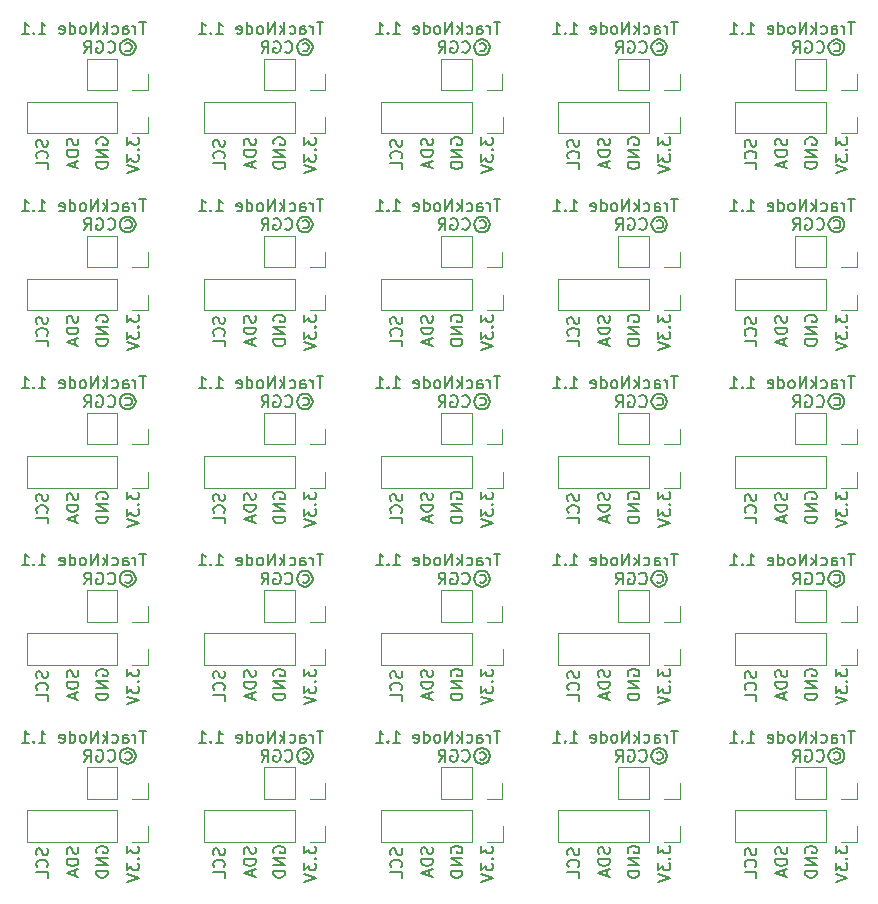
<source format=gbr>
%TF.GenerationSoftware,KiCad,Pcbnew,7.0.1*%
%TF.CreationDate,2025-01-26T23:07:24-05:00*%
%TF.ProjectId,TrackNodeAccel-panel,54726163-6b4e-46f6-9465-416363656c2d,rev?*%
%TF.SameCoordinates,Original*%
%TF.FileFunction,Legend,Bot*%
%TF.FilePolarity,Positive*%
%FSLAX46Y46*%
G04 Gerber Fmt 4.6, Leading zero omitted, Abs format (unit mm)*
G04 Created by KiCad (PCBNEW 7.0.1) date 2025-01-26 23:07:24*
%MOMM*%
%LPD*%
G01*
G04 APERTURE LIST*
%ADD10C,0.150000*%
%ADD11C,0.120000*%
G04 APERTURE END LIST*
D10*
X119325238Y-30911904D02*
X119277619Y-30816666D01*
X119277619Y-30816666D02*
X119277619Y-30673809D01*
X119277619Y-30673809D02*
X119325238Y-30530952D01*
X119325238Y-30530952D02*
X119420476Y-30435714D01*
X119420476Y-30435714D02*
X119515714Y-30388095D01*
X119515714Y-30388095D02*
X119706190Y-30340476D01*
X119706190Y-30340476D02*
X119849047Y-30340476D01*
X119849047Y-30340476D02*
X120039523Y-30388095D01*
X120039523Y-30388095D02*
X120134761Y-30435714D01*
X120134761Y-30435714D02*
X120230000Y-30530952D01*
X120230000Y-30530952D02*
X120277619Y-30673809D01*
X120277619Y-30673809D02*
X120277619Y-30769047D01*
X120277619Y-30769047D02*
X120230000Y-30911904D01*
X120230000Y-30911904D02*
X120182380Y-30959523D01*
X120182380Y-30959523D02*
X119849047Y-30959523D01*
X119849047Y-30959523D02*
X119849047Y-30769047D01*
X120277619Y-31388095D02*
X119277619Y-31388095D01*
X119277619Y-31388095D02*
X120277619Y-31959523D01*
X120277619Y-31959523D02*
X119277619Y-31959523D01*
X120277619Y-32435714D02*
X119277619Y-32435714D01*
X119277619Y-32435714D02*
X119277619Y-32673809D01*
X119277619Y-32673809D02*
X119325238Y-32816666D01*
X119325238Y-32816666D02*
X119420476Y-32911904D01*
X119420476Y-32911904D02*
X119515714Y-32959523D01*
X119515714Y-32959523D02*
X119706190Y-33007142D01*
X119706190Y-33007142D02*
X119849047Y-33007142D01*
X119849047Y-33007142D02*
X120039523Y-32959523D01*
X120039523Y-32959523D02*
X120134761Y-32911904D01*
X120134761Y-32911904D02*
X120230000Y-32816666D01*
X120230000Y-32816666D02*
X120277619Y-32673809D01*
X120277619Y-32673809D02*
X120277619Y-32435714D01*
X149325238Y-75911904D02*
X149277619Y-75816666D01*
X149277619Y-75816666D02*
X149277619Y-75673809D01*
X149277619Y-75673809D02*
X149325238Y-75530952D01*
X149325238Y-75530952D02*
X149420476Y-75435714D01*
X149420476Y-75435714D02*
X149515714Y-75388095D01*
X149515714Y-75388095D02*
X149706190Y-75340476D01*
X149706190Y-75340476D02*
X149849047Y-75340476D01*
X149849047Y-75340476D02*
X150039523Y-75388095D01*
X150039523Y-75388095D02*
X150134761Y-75435714D01*
X150134761Y-75435714D02*
X150230000Y-75530952D01*
X150230000Y-75530952D02*
X150277619Y-75673809D01*
X150277619Y-75673809D02*
X150277619Y-75769047D01*
X150277619Y-75769047D02*
X150230000Y-75911904D01*
X150230000Y-75911904D02*
X150182380Y-75959523D01*
X150182380Y-75959523D02*
X149849047Y-75959523D01*
X149849047Y-75959523D02*
X149849047Y-75769047D01*
X150277619Y-76388095D02*
X149277619Y-76388095D01*
X149277619Y-76388095D02*
X150277619Y-76959523D01*
X150277619Y-76959523D02*
X149277619Y-76959523D01*
X150277619Y-77435714D02*
X149277619Y-77435714D01*
X149277619Y-77435714D02*
X149277619Y-77673809D01*
X149277619Y-77673809D02*
X149325238Y-77816666D01*
X149325238Y-77816666D02*
X149420476Y-77911904D01*
X149420476Y-77911904D02*
X149515714Y-77959523D01*
X149515714Y-77959523D02*
X149706190Y-78007142D01*
X149706190Y-78007142D02*
X149849047Y-78007142D01*
X149849047Y-78007142D02*
X150039523Y-77959523D01*
X150039523Y-77959523D02*
X150134761Y-77911904D01*
X150134761Y-77911904D02*
X150230000Y-77816666D01*
X150230000Y-77816666D02*
X150277619Y-77673809D01*
X150277619Y-77673809D02*
X150277619Y-77435714D01*
X119325238Y-75911904D02*
X119277619Y-75816666D01*
X119277619Y-75816666D02*
X119277619Y-75673809D01*
X119277619Y-75673809D02*
X119325238Y-75530952D01*
X119325238Y-75530952D02*
X119420476Y-75435714D01*
X119420476Y-75435714D02*
X119515714Y-75388095D01*
X119515714Y-75388095D02*
X119706190Y-75340476D01*
X119706190Y-75340476D02*
X119849047Y-75340476D01*
X119849047Y-75340476D02*
X120039523Y-75388095D01*
X120039523Y-75388095D02*
X120134761Y-75435714D01*
X120134761Y-75435714D02*
X120230000Y-75530952D01*
X120230000Y-75530952D02*
X120277619Y-75673809D01*
X120277619Y-75673809D02*
X120277619Y-75769047D01*
X120277619Y-75769047D02*
X120230000Y-75911904D01*
X120230000Y-75911904D02*
X120182380Y-75959523D01*
X120182380Y-75959523D02*
X119849047Y-75959523D01*
X119849047Y-75959523D02*
X119849047Y-75769047D01*
X120277619Y-76388095D02*
X119277619Y-76388095D01*
X119277619Y-76388095D02*
X120277619Y-76959523D01*
X120277619Y-76959523D02*
X119277619Y-76959523D01*
X120277619Y-77435714D02*
X119277619Y-77435714D01*
X119277619Y-77435714D02*
X119277619Y-77673809D01*
X119277619Y-77673809D02*
X119325238Y-77816666D01*
X119325238Y-77816666D02*
X119420476Y-77911904D01*
X119420476Y-77911904D02*
X119515714Y-77959523D01*
X119515714Y-77959523D02*
X119706190Y-78007142D01*
X119706190Y-78007142D02*
X119849047Y-78007142D01*
X119849047Y-78007142D02*
X120039523Y-77959523D01*
X120039523Y-77959523D02*
X120134761Y-77911904D01*
X120134761Y-77911904D02*
X120230000Y-77816666D01*
X120230000Y-77816666D02*
X120277619Y-77673809D01*
X120277619Y-77673809D02*
X120277619Y-77435714D01*
X134325238Y-75911904D02*
X134277619Y-75816666D01*
X134277619Y-75816666D02*
X134277619Y-75673809D01*
X134277619Y-75673809D02*
X134325238Y-75530952D01*
X134325238Y-75530952D02*
X134420476Y-75435714D01*
X134420476Y-75435714D02*
X134515714Y-75388095D01*
X134515714Y-75388095D02*
X134706190Y-75340476D01*
X134706190Y-75340476D02*
X134849047Y-75340476D01*
X134849047Y-75340476D02*
X135039523Y-75388095D01*
X135039523Y-75388095D02*
X135134761Y-75435714D01*
X135134761Y-75435714D02*
X135230000Y-75530952D01*
X135230000Y-75530952D02*
X135277619Y-75673809D01*
X135277619Y-75673809D02*
X135277619Y-75769047D01*
X135277619Y-75769047D02*
X135230000Y-75911904D01*
X135230000Y-75911904D02*
X135182380Y-75959523D01*
X135182380Y-75959523D02*
X134849047Y-75959523D01*
X134849047Y-75959523D02*
X134849047Y-75769047D01*
X135277619Y-76388095D02*
X134277619Y-76388095D01*
X134277619Y-76388095D02*
X135277619Y-76959523D01*
X135277619Y-76959523D02*
X134277619Y-76959523D01*
X135277619Y-77435714D02*
X134277619Y-77435714D01*
X134277619Y-77435714D02*
X134277619Y-77673809D01*
X134277619Y-77673809D02*
X134325238Y-77816666D01*
X134325238Y-77816666D02*
X134420476Y-77911904D01*
X134420476Y-77911904D02*
X134515714Y-77959523D01*
X134515714Y-77959523D02*
X134706190Y-78007142D01*
X134706190Y-78007142D02*
X134849047Y-78007142D01*
X134849047Y-78007142D02*
X135039523Y-77959523D01*
X135039523Y-77959523D02*
X135134761Y-77911904D01*
X135134761Y-77911904D02*
X135230000Y-77816666D01*
X135230000Y-77816666D02*
X135277619Y-77673809D01*
X135277619Y-77673809D02*
X135277619Y-77435714D01*
X164325238Y-75911904D02*
X164277619Y-75816666D01*
X164277619Y-75816666D02*
X164277619Y-75673809D01*
X164277619Y-75673809D02*
X164325238Y-75530952D01*
X164325238Y-75530952D02*
X164420476Y-75435714D01*
X164420476Y-75435714D02*
X164515714Y-75388095D01*
X164515714Y-75388095D02*
X164706190Y-75340476D01*
X164706190Y-75340476D02*
X164849047Y-75340476D01*
X164849047Y-75340476D02*
X165039523Y-75388095D01*
X165039523Y-75388095D02*
X165134761Y-75435714D01*
X165134761Y-75435714D02*
X165230000Y-75530952D01*
X165230000Y-75530952D02*
X165277619Y-75673809D01*
X165277619Y-75673809D02*
X165277619Y-75769047D01*
X165277619Y-75769047D02*
X165230000Y-75911904D01*
X165230000Y-75911904D02*
X165182380Y-75959523D01*
X165182380Y-75959523D02*
X164849047Y-75959523D01*
X164849047Y-75959523D02*
X164849047Y-75769047D01*
X165277619Y-76388095D02*
X164277619Y-76388095D01*
X164277619Y-76388095D02*
X165277619Y-76959523D01*
X165277619Y-76959523D02*
X164277619Y-76959523D01*
X165277619Y-77435714D02*
X164277619Y-77435714D01*
X164277619Y-77435714D02*
X164277619Y-77673809D01*
X164277619Y-77673809D02*
X164325238Y-77816666D01*
X164325238Y-77816666D02*
X164420476Y-77911904D01*
X164420476Y-77911904D02*
X164515714Y-77959523D01*
X164515714Y-77959523D02*
X164706190Y-78007142D01*
X164706190Y-78007142D02*
X164849047Y-78007142D01*
X164849047Y-78007142D02*
X165039523Y-77959523D01*
X165039523Y-77959523D02*
X165134761Y-77911904D01*
X165134761Y-77911904D02*
X165230000Y-77816666D01*
X165230000Y-77816666D02*
X165277619Y-77673809D01*
X165277619Y-77673809D02*
X165277619Y-77435714D01*
X179325238Y-75911904D02*
X179277619Y-75816666D01*
X179277619Y-75816666D02*
X179277619Y-75673809D01*
X179277619Y-75673809D02*
X179325238Y-75530952D01*
X179325238Y-75530952D02*
X179420476Y-75435714D01*
X179420476Y-75435714D02*
X179515714Y-75388095D01*
X179515714Y-75388095D02*
X179706190Y-75340476D01*
X179706190Y-75340476D02*
X179849047Y-75340476D01*
X179849047Y-75340476D02*
X180039523Y-75388095D01*
X180039523Y-75388095D02*
X180134761Y-75435714D01*
X180134761Y-75435714D02*
X180230000Y-75530952D01*
X180230000Y-75530952D02*
X180277619Y-75673809D01*
X180277619Y-75673809D02*
X180277619Y-75769047D01*
X180277619Y-75769047D02*
X180230000Y-75911904D01*
X180230000Y-75911904D02*
X180182380Y-75959523D01*
X180182380Y-75959523D02*
X179849047Y-75959523D01*
X179849047Y-75959523D02*
X179849047Y-75769047D01*
X180277619Y-76388095D02*
X179277619Y-76388095D01*
X179277619Y-76388095D02*
X180277619Y-76959523D01*
X180277619Y-76959523D02*
X179277619Y-76959523D01*
X180277619Y-77435714D02*
X179277619Y-77435714D01*
X179277619Y-77435714D02*
X179277619Y-77673809D01*
X179277619Y-77673809D02*
X179325238Y-77816666D01*
X179325238Y-77816666D02*
X179420476Y-77911904D01*
X179420476Y-77911904D02*
X179515714Y-77959523D01*
X179515714Y-77959523D02*
X179706190Y-78007142D01*
X179706190Y-78007142D02*
X179849047Y-78007142D01*
X179849047Y-78007142D02*
X180039523Y-77959523D01*
X180039523Y-77959523D02*
X180134761Y-77911904D01*
X180134761Y-77911904D02*
X180230000Y-77816666D01*
X180230000Y-77816666D02*
X180277619Y-77673809D01*
X180277619Y-77673809D02*
X180277619Y-77435714D01*
X134325238Y-90911904D02*
X134277619Y-90816666D01*
X134277619Y-90816666D02*
X134277619Y-90673809D01*
X134277619Y-90673809D02*
X134325238Y-90530952D01*
X134325238Y-90530952D02*
X134420476Y-90435714D01*
X134420476Y-90435714D02*
X134515714Y-90388095D01*
X134515714Y-90388095D02*
X134706190Y-90340476D01*
X134706190Y-90340476D02*
X134849047Y-90340476D01*
X134849047Y-90340476D02*
X135039523Y-90388095D01*
X135039523Y-90388095D02*
X135134761Y-90435714D01*
X135134761Y-90435714D02*
X135230000Y-90530952D01*
X135230000Y-90530952D02*
X135277619Y-90673809D01*
X135277619Y-90673809D02*
X135277619Y-90769047D01*
X135277619Y-90769047D02*
X135230000Y-90911904D01*
X135230000Y-90911904D02*
X135182380Y-90959523D01*
X135182380Y-90959523D02*
X134849047Y-90959523D01*
X134849047Y-90959523D02*
X134849047Y-90769047D01*
X135277619Y-91388095D02*
X134277619Y-91388095D01*
X134277619Y-91388095D02*
X135277619Y-91959523D01*
X135277619Y-91959523D02*
X134277619Y-91959523D01*
X135277619Y-92435714D02*
X134277619Y-92435714D01*
X134277619Y-92435714D02*
X134277619Y-92673809D01*
X134277619Y-92673809D02*
X134325238Y-92816666D01*
X134325238Y-92816666D02*
X134420476Y-92911904D01*
X134420476Y-92911904D02*
X134515714Y-92959523D01*
X134515714Y-92959523D02*
X134706190Y-93007142D01*
X134706190Y-93007142D02*
X134849047Y-93007142D01*
X134849047Y-93007142D02*
X135039523Y-92959523D01*
X135039523Y-92959523D02*
X135134761Y-92911904D01*
X135134761Y-92911904D02*
X135230000Y-92816666D01*
X135230000Y-92816666D02*
X135277619Y-92673809D01*
X135277619Y-92673809D02*
X135277619Y-92435714D01*
X119325238Y-45911904D02*
X119277619Y-45816666D01*
X119277619Y-45816666D02*
X119277619Y-45673809D01*
X119277619Y-45673809D02*
X119325238Y-45530952D01*
X119325238Y-45530952D02*
X119420476Y-45435714D01*
X119420476Y-45435714D02*
X119515714Y-45388095D01*
X119515714Y-45388095D02*
X119706190Y-45340476D01*
X119706190Y-45340476D02*
X119849047Y-45340476D01*
X119849047Y-45340476D02*
X120039523Y-45388095D01*
X120039523Y-45388095D02*
X120134761Y-45435714D01*
X120134761Y-45435714D02*
X120230000Y-45530952D01*
X120230000Y-45530952D02*
X120277619Y-45673809D01*
X120277619Y-45673809D02*
X120277619Y-45769047D01*
X120277619Y-45769047D02*
X120230000Y-45911904D01*
X120230000Y-45911904D02*
X120182380Y-45959523D01*
X120182380Y-45959523D02*
X119849047Y-45959523D01*
X119849047Y-45959523D02*
X119849047Y-45769047D01*
X120277619Y-46388095D02*
X119277619Y-46388095D01*
X119277619Y-46388095D02*
X120277619Y-46959523D01*
X120277619Y-46959523D02*
X119277619Y-46959523D01*
X120277619Y-47435714D02*
X119277619Y-47435714D01*
X119277619Y-47435714D02*
X119277619Y-47673809D01*
X119277619Y-47673809D02*
X119325238Y-47816666D01*
X119325238Y-47816666D02*
X119420476Y-47911904D01*
X119420476Y-47911904D02*
X119515714Y-47959523D01*
X119515714Y-47959523D02*
X119706190Y-48007142D01*
X119706190Y-48007142D02*
X119849047Y-48007142D01*
X119849047Y-48007142D02*
X120039523Y-47959523D01*
X120039523Y-47959523D02*
X120134761Y-47911904D01*
X120134761Y-47911904D02*
X120230000Y-47816666D01*
X120230000Y-47816666D02*
X120277619Y-47673809D01*
X120277619Y-47673809D02*
X120277619Y-47435714D01*
X149325238Y-90911904D02*
X149277619Y-90816666D01*
X149277619Y-90816666D02*
X149277619Y-90673809D01*
X149277619Y-90673809D02*
X149325238Y-90530952D01*
X149325238Y-90530952D02*
X149420476Y-90435714D01*
X149420476Y-90435714D02*
X149515714Y-90388095D01*
X149515714Y-90388095D02*
X149706190Y-90340476D01*
X149706190Y-90340476D02*
X149849047Y-90340476D01*
X149849047Y-90340476D02*
X150039523Y-90388095D01*
X150039523Y-90388095D02*
X150134761Y-90435714D01*
X150134761Y-90435714D02*
X150230000Y-90530952D01*
X150230000Y-90530952D02*
X150277619Y-90673809D01*
X150277619Y-90673809D02*
X150277619Y-90769047D01*
X150277619Y-90769047D02*
X150230000Y-90911904D01*
X150230000Y-90911904D02*
X150182380Y-90959523D01*
X150182380Y-90959523D02*
X149849047Y-90959523D01*
X149849047Y-90959523D02*
X149849047Y-90769047D01*
X150277619Y-91388095D02*
X149277619Y-91388095D01*
X149277619Y-91388095D02*
X150277619Y-91959523D01*
X150277619Y-91959523D02*
X149277619Y-91959523D01*
X150277619Y-92435714D02*
X149277619Y-92435714D01*
X149277619Y-92435714D02*
X149277619Y-92673809D01*
X149277619Y-92673809D02*
X149325238Y-92816666D01*
X149325238Y-92816666D02*
X149420476Y-92911904D01*
X149420476Y-92911904D02*
X149515714Y-92959523D01*
X149515714Y-92959523D02*
X149706190Y-93007142D01*
X149706190Y-93007142D02*
X149849047Y-93007142D01*
X149849047Y-93007142D02*
X150039523Y-92959523D01*
X150039523Y-92959523D02*
X150134761Y-92911904D01*
X150134761Y-92911904D02*
X150230000Y-92816666D01*
X150230000Y-92816666D02*
X150277619Y-92673809D01*
X150277619Y-92673809D02*
X150277619Y-92435714D01*
X164325238Y-60911904D02*
X164277619Y-60816666D01*
X164277619Y-60816666D02*
X164277619Y-60673809D01*
X164277619Y-60673809D02*
X164325238Y-60530952D01*
X164325238Y-60530952D02*
X164420476Y-60435714D01*
X164420476Y-60435714D02*
X164515714Y-60388095D01*
X164515714Y-60388095D02*
X164706190Y-60340476D01*
X164706190Y-60340476D02*
X164849047Y-60340476D01*
X164849047Y-60340476D02*
X165039523Y-60388095D01*
X165039523Y-60388095D02*
X165134761Y-60435714D01*
X165134761Y-60435714D02*
X165230000Y-60530952D01*
X165230000Y-60530952D02*
X165277619Y-60673809D01*
X165277619Y-60673809D02*
X165277619Y-60769047D01*
X165277619Y-60769047D02*
X165230000Y-60911904D01*
X165230000Y-60911904D02*
X165182380Y-60959523D01*
X165182380Y-60959523D02*
X164849047Y-60959523D01*
X164849047Y-60959523D02*
X164849047Y-60769047D01*
X165277619Y-61388095D02*
X164277619Y-61388095D01*
X164277619Y-61388095D02*
X165277619Y-61959523D01*
X165277619Y-61959523D02*
X164277619Y-61959523D01*
X165277619Y-62435714D02*
X164277619Y-62435714D01*
X164277619Y-62435714D02*
X164277619Y-62673809D01*
X164277619Y-62673809D02*
X164325238Y-62816666D01*
X164325238Y-62816666D02*
X164420476Y-62911904D01*
X164420476Y-62911904D02*
X164515714Y-62959523D01*
X164515714Y-62959523D02*
X164706190Y-63007142D01*
X164706190Y-63007142D02*
X164849047Y-63007142D01*
X164849047Y-63007142D02*
X165039523Y-62959523D01*
X165039523Y-62959523D02*
X165134761Y-62911904D01*
X165134761Y-62911904D02*
X165230000Y-62816666D01*
X165230000Y-62816666D02*
X165277619Y-62673809D01*
X165277619Y-62673809D02*
X165277619Y-62435714D01*
X134325238Y-30911904D02*
X134277619Y-30816666D01*
X134277619Y-30816666D02*
X134277619Y-30673809D01*
X134277619Y-30673809D02*
X134325238Y-30530952D01*
X134325238Y-30530952D02*
X134420476Y-30435714D01*
X134420476Y-30435714D02*
X134515714Y-30388095D01*
X134515714Y-30388095D02*
X134706190Y-30340476D01*
X134706190Y-30340476D02*
X134849047Y-30340476D01*
X134849047Y-30340476D02*
X135039523Y-30388095D01*
X135039523Y-30388095D02*
X135134761Y-30435714D01*
X135134761Y-30435714D02*
X135230000Y-30530952D01*
X135230000Y-30530952D02*
X135277619Y-30673809D01*
X135277619Y-30673809D02*
X135277619Y-30769047D01*
X135277619Y-30769047D02*
X135230000Y-30911904D01*
X135230000Y-30911904D02*
X135182380Y-30959523D01*
X135182380Y-30959523D02*
X134849047Y-30959523D01*
X134849047Y-30959523D02*
X134849047Y-30769047D01*
X135277619Y-31388095D02*
X134277619Y-31388095D01*
X134277619Y-31388095D02*
X135277619Y-31959523D01*
X135277619Y-31959523D02*
X134277619Y-31959523D01*
X135277619Y-32435714D02*
X134277619Y-32435714D01*
X134277619Y-32435714D02*
X134277619Y-32673809D01*
X134277619Y-32673809D02*
X134325238Y-32816666D01*
X134325238Y-32816666D02*
X134420476Y-32911904D01*
X134420476Y-32911904D02*
X134515714Y-32959523D01*
X134515714Y-32959523D02*
X134706190Y-33007142D01*
X134706190Y-33007142D02*
X134849047Y-33007142D01*
X134849047Y-33007142D02*
X135039523Y-32959523D01*
X135039523Y-32959523D02*
X135134761Y-32911904D01*
X135134761Y-32911904D02*
X135230000Y-32816666D01*
X135230000Y-32816666D02*
X135277619Y-32673809D01*
X135277619Y-32673809D02*
X135277619Y-32435714D01*
X149325238Y-30911904D02*
X149277619Y-30816666D01*
X149277619Y-30816666D02*
X149277619Y-30673809D01*
X149277619Y-30673809D02*
X149325238Y-30530952D01*
X149325238Y-30530952D02*
X149420476Y-30435714D01*
X149420476Y-30435714D02*
X149515714Y-30388095D01*
X149515714Y-30388095D02*
X149706190Y-30340476D01*
X149706190Y-30340476D02*
X149849047Y-30340476D01*
X149849047Y-30340476D02*
X150039523Y-30388095D01*
X150039523Y-30388095D02*
X150134761Y-30435714D01*
X150134761Y-30435714D02*
X150230000Y-30530952D01*
X150230000Y-30530952D02*
X150277619Y-30673809D01*
X150277619Y-30673809D02*
X150277619Y-30769047D01*
X150277619Y-30769047D02*
X150230000Y-30911904D01*
X150230000Y-30911904D02*
X150182380Y-30959523D01*
X150182380Y-30959523D02*
X149849047Y-30959523D01*
X149849047Y-30959523D02*
X149849047Y-30769047D01*
X150277619Y-31388095D02*
X149277619Y-31388095D01*
X149277619Y-31388095D02*
X150277619Y-31959523D01*
X150277619Y-31959523D02*
X149277619Y-31959523D01*
X150277619Y-32435714D02*
X149277619Y-32435714D01*
X149277619Y-32435714D02*
X149277619Y-32673809D01*
X149277619Y-32673809D02*
X149325238Y-32816666D01*
X149325238Y-32816666D02*
X149420476Y-32911904D01*
X149420476Y-32911904D02*
X149515714Y-32959523D01*
X149515714Y-32959523D02*
X149706190Y-33007142D01*
X149706190Y-33007142D02*
X149849047Y-33007142D01*
X149849047Y-33007142D02*
X150039523Y-32959523D01*
X150039523Y-32959523D02*
X150134761Y-32911904D01*
X150134761Y-32911904D02*
X150230000Y-32816666D01*
X150230000Y-32816666D02*
X150277619Y-32673809D01*
X150277619Y-32673809D02*
X150277619Y-32435714D01*
X164325238Y-30911904D02*
X164277619Y-30816666D01*
X164277619Y-30816666D02*
X164277619Y-30673809D01*
X164277619Y-30673809D02*
X164325238Y-30530952D01*
X164325238Y-30530952D02*
X164420476Y-30435714D01*
X164420476Y-30435714D02*
X164515714Y-30388095D01*
X164515714Y-30388095D02*
X164706190Y-30340476D01*
X164706190Y-30340476D02*
X164849047Y-30340476D01*
X164849047Y-30340476D02*
X165039523Y-30388095D01*
X165039523Y-30388095D02*
X165134761Y-30435714D01*
X165134761Y-30435714D02*
X165230000Y-30530952D01*
X165230000Y-30530952D02*
X165277619Y-30673809D01*
X165277619Y-30673809D02*
X165277619Y-30769047D01*
X165277619Y-30769047D02*
X165230000Y-30911904D01*
X165230000Y-30911904D02*
X165182380Y-30959523D01*
X165182380Y-30959523D02*
X164849047Y-30959523D01*
X164849047Y-30959523D02*
X164849047Y-30769047D01*
X165277619Y-31388095D02*
X164277619Y-31388095D01*
X164277619Y-31388095D02*
X165277619Y-31959523D01*
X165277619Y-31959523D02*
X164277619Y-31959523D01*
X165277619Y-32435714D02*
X164277619Y-32435714D01*
X164277619Y-32435714D02*
X164277619Y-32673809D01*
X164277619Y-32673809D02*
X164325238Y-32816666D01*
X164325238Y-32816666D02*
X164420476Y-32911904D01*
X164420476Y-32911904D02*
X164515714Y-32959523D01*
X164515714Y-32959523D02*
X164706190Y-33007142D01*
X164706190Y-33007142D02*
X164849047Y-33007142D01*
X164849047Y-33007142D02*
X165039523Y-32959523D01*
X165039523Y-32959523D02*
X165134761Y-32911904D01*
X165134761Y-32911904D02*
X165230000Y-32816666D01*
X165230000Y-32816666D02*
X165277619Y-32673809D01*
X165277619Y-32673809D02*
X165277619Y-32435714D01*
X119325238Y-90911904D02*
X119277619Y-90816666D01*
X119277619Y-90816666D02*
X119277619Y-90673809D01*
X119277619Y-90673809D02*
X119325238Y-90530952D01*
X119325238Y-90530952D02*
X119420476Y-90435714D01*
X119420476Y-90435714D02*
X119515714Y-90388095D01*
X119515714Y-90388095D02*
X119706190Y-90340476D01*
X119706190Y-90340476D02*
X119849047Y-90340476D01*
X119849047Y-90340476D02*
X120039523Y-90388095D01*
X120039523Y-90388095D02*
X120134761Y-90435714D01*
X120134761Y-90435714D02*
X120230000Y-90530952D01*
X120230000Y-90530952D02*
X120277619Y-90673809D01*
X120277619Y-90673809D02*
X120277619Y-90769047D01*
X120277619Y-90769047D02*
X120230000Y-90911904D01*
X120230000Y-90911904D02*
X120182380Y-90959523D01*
X120182380Y-90959523D02*
X119849047Y-90959523D01*
X119849047Y-90959523D02*
X119849047Y-90769047D01*
X120277619Y-91388095D02*
X119277619Y-91388095D01*
X119277619Y-91388095D02*
X120277619Y-91959523D01*
X120277619Y-91959523D02*
X119277619Y-91959523D01*
X120277619Y-92435714D02*
X119277619Y-92435714D01*
X119277619Y-92435714D02*
X119277619Y-92673809D01*
X119277619Y-92673809D02*
X119325238Y-92816666D01*
X119325238Y-92816666D02*
X119420476Y-92911904D01*
X119420476Y-92911904D02*
X119515714Y-92959523D01*
X119515714Y-92959523D02*
X119706190Y-93007142D01*
X119706190Y-93007142D02*
X119849047Y-93007142D01*
X119849047Y-93007142D02*
X120039523Y-92959523D01*
X120039523Y-92959523D02*
X120134761Y-92911904D01*
X120134761Y-92911904D02*
X120230000Y-92816666D01*
X120230000Y-92816666D02*
X120277619Y-92673809D01*
X120277619Y-92673809D02*
X120277619Y-92435714D01*
X179325238Y-90911904D02*
X179277619Y-90816666D01*
X179277619Y-90816666D02*
X179277619Y-90673809D01*
X179277619Y-90673809D02*
X179325238Y-90530952D01*
X179325238Y-90530952D02*
X179420476Y-90435714D01*
X179420476Y-90435714D02*
X179515714Y-90388095D01*
X179515714Y-90388095D02*
X179706190Y-90340476D01*
X179706190Y-90340476D02*
X179849047Y-90340476D01*
X179849047Y-90340476D02*
X180039523Y-90388095D01*
X180039523Y-90388095D02*
X180134761Y-90435714D01*
X180134761Y-90435714D02*
X180230000Y-90530952D01*
X180230000Y-90530952D02*
X180277619Y-90673809D01*
X180277619Y-90673809D02*
X180277619Y-90769047D01*
X180277619Y-90769047D02*
X180230000Y-90911904D01*
X180230000Y-90911904D02*
X180182380Y-90959523D01*
X180182380Y-90959523D02*
X179849047Y-90959523D01*
X179849047Y-90959523D02*
X179849047Y-90769047D01*
X180277619Y-91388095D02*
X179277619Y-91388095D01*
X179277619Y-91388095D02*
X180277619Y-91959523D01*
X180277619Y-91959523D02*
X179277619Y-91959523D01*
X180277619Y-92435714D02*
X179277619Y-92435714D01*
X179277619Y-92435714D02*
X179277619Y-92673809D01*
X179277619Y-92673809D02*
X179325238Y-92816666D01*
X179325238Y-92816666D02*
X179420476Y-92911904D01*
X179420476Y-92911904D02*
X179515714Y-92959523D01*
X179515714Y-92959523D02*
X179706190Y-93007142D01*
X179706190Y-93007142D02*
X179849047Y-93007142D01*
X179849047Y-93007142D02*
X180039523Y-92959523D01*
X180039523Y-92959523D02*
X180134761Y-92911904D01*
X180134761Y-92911904D02*
X180230000Y-92816666D01*
X180230000Y-92816666D02*
X180277619Y-92673809D01*
X180277619Y-92673809D02*
X180277619Y-92435714D01*
X149325238Y-45911904D02*
X149277619Y-45816666D01*
X149277619Y-45816666D02*
X149277619Y-45673809D01*
X149277619Y-45673809D02*
X149325238Y-45530952D01*
X149325238Y-45530952D02*
X149420476Y-45435714D01*
X149420476Y-45435714D02*
X149515714Y-45388095D01*
X149515714Y-45388095D02*
X149706190Y-45340476D01*
X149706190Y-45340476D02*
X149849047Y-45340476D01*
X149849047Y-45340476D02*
X150039523Y-45388095D01*
X150039523Y-45388095D02*
X150134761Y-45435714D01*
X150134761Y-45435714D02*
X150230000Y-45530952D01*
X150230000Y-45530952D02*
X150277619Y-45673809D01*
X150277619Y-45673809D02*
X150277619Y-45769047D01*
X150277619Y-45769047D02*
X150230000Y-45911904D01*
X150230000Y-45911904D02*
X150182380Y-45959523D01*
X150182380Y-45959523D02*
X149849047Y-45959523D01*
X149849047Y-45959523D02*
X149849047Y-45769047D01*
X150277619Y-46388095D02*
X149277619Y-46388095D01*
X149277619Y-46388095D02*
X150277619Y-46959523D01*
X150277619Y-46959523D02*
X149277619Y-46959523D01*
X150277619Y-47435714D02*
X149277619Y-47435714D01*
X149277619Y-47435714D02*
X149277619Y-47673809D01*
X149277619Y-47673809D02*
X149325238Y-47816666D01*
X149325238Y-47816666D02*
X149420476Y-47911904D01*
X149420476Y-47911904D02*
X149515714Y-47959523D01*
X149515714Y-47959523D02*
X149706190Y-48007142D01*
X149706190Y-48007142D02*
X149849047Y-48007142D01*
X149849047Y-48007142D02*
X150039523Y-47959523D01*
X150039523Y-47959523D02*
X150134761Y-47911904D01*
X150134761Y-47911904D02*
X150230000Y-47816666D01*
X150230000Y-47816666D02*
X150277619Y-47673809D01*
X150277619Y-47673809D02*
X150277619Y-47435714D01*
X179325238Y-45911904D02*
X179277619Y-45816666D01*
X179277619Y-45816666D02*
X179277619Y-45673809D01*
X179277619Y-45673809D02*
X179325238Y-45530952D01*
X179325238Y-45530952D02*
X179420476Y-45435714D01*
X179420476Y-45435714D02*
X179515714Y-45388095D01*
X179515714Y-45388095D02*
X179706190Y-45340476D01*
X179706190Y-45340476D02*
X179849047Y-45340476D01*
X179849047Y-45340476D02*
X180039523Y-45388095D01*
X180039523Y-45388095D02*
X180134761Y-45435714D01*
X180134761Y-45435714D02*
X180230000Y-45530952D01*
X180230000Y-45530952D02*
X180277619Y-45673809D01*
X180277619Y-45673809D02*
X180277619Y-45769047D01*
X180277619Y-45769047D02*
X180230000Y-45911904D01*
X180230000Y-45911904D02*
X180182380Y-45959523D01*
X180182380Y-45959523D02*
X179849047Y-45959523D01*
X179849047Y-45959523D02*
X179849047Y-45769047D01*
X180277619Y-46388095D02*
X179277619Y-46388095D01*
X179277619Y-46388095D02*
X180277619Y-46959523D01*
X180277619Y-46959523D02*
X179277619Y-46959523D01*
X180277619Y-47435714D02*
X179277619Y-47435714D01*
X179277619Y-47435714D02*
X179277619Y-47673809D01*
X179277619Y-47673809D02*
X179325238Y-47816666D01*
X179325238Y-47816666D02*
X179420476Y-47911904D01*
X179420476Y-47911904D02*
X179515714Y-47959523D01*
X179515714Y-47959523D02*
X179706190Y-48007142D01*
X179706190Y-48007142D02*
X179849047Y-48007142D01*
X179849047Y-48007142D02*
X180039523Y-47959523D01*
X180039523Y-47959523D02*
X180134761Y-47911904D01*
X180134761Y-47911904D02*
X180230000Y-47816666D01*
X180230000Y-47816666D02*
X180277619Y-47673809D01*
X180277619Y-47673809D02*
X180277619Y-47435714D01*
X134325238Y-60911904D02*
X134277619Y-60816666D01*
X134277619Y-60816666D02*
X134277619Y-60673809D01*
X134277619Y-60673809D02*
X134325238Y-60530952D01*
X134325238Y-60530952D02*
X134420476Y-60435714D01*
X134420476Y-60435714D02*
X134515714Y-60388095D01*
X134515714Y-60388095D02*
X134706190Y-60340476D01*
X134706190Y-60340476D02*
X134849047Y-60340476D01*
X134849047Y-60340476D02*
X135039523Y-60388095D01*
X135039523Y-60388095D02*
X135134761Y-60435714D01*
X135134761Y-60435714D02*
X135230000Y-60530952D01*
X135230000Y-60530952D02*
X135277619Y-60673809D01*
X135277619Y-60673809D02*
X135277619Y-60769047D01*
X135277619Y-60769047D02*
X135230000Y-60911904D01*
X135230000Y-60911904D02*
X135182380Y-60959523D01*
X135182380Y-60959523D02*
X134849047Y-60959523D01*
X134849047Y-60959523D02*
X134849047Y-60769047D01*
X135277619Y-61388095D02*
X134277619Y-61388095D01*
X134277619Y-61388095D02*
X135277619Y-61959523D01*
X135277619Y-61959523D02*
X134277619Y-61959523D01*
X135277619Y-62435714D02*
X134277619Y-62435714D01*
X134277619Y-62435714D02*
X134277619Y-62673809D01*
X134277619Y-62673809D02*
X134325238Y-62816666D01*
X134325238Y-62816666D02*
X134420476Y-62911904D01*
X134420476Y-62911904D02*
X134515714Y-62959523D01*
X134515714Y-62959523D02*
X134706190Y-63007142D01*
X134706190Y-63007142D02*
X134849047Y-63007142D01*
X134849047Y-63007142D02*
X135039523Y-62959523D01*
X135039523Y-62959523D02*
X135134761Y-62911904D01*
X135134761Y-62911904D02*
X135230000Y-62816666D01*
X135230000Y-62816666D02*
X135277619Y-62673809D01*
X135277619Y-62673809D02*
X135277619Y-62435714D01*
X164325238Y-45911904D02*
X164277619Y-45816666D01*
X164277619Y-45816666D02*
X164277619Y-45673809D01*
X164277619Y-45673809D02*
X164325238Y-45530952D01*
X164325238Y-45530952D02*
X164420476Y-45435714D01*
X164420476Y-45435714D02*
X164515714Y-45388095D01*
X164515714Y-45388095D02*
X164706190Y-45340476D01*
X164706190Y-45340476D02*
X164849047Y-45340476D01*
X164849047Y-45340476D02*
X165039523Y-45388095D01*
X165039523Y-45388095D02*
X165134761Y-45435714D01*
X165134761Y-45435714D02*
X165230000Y-45530952D01*
X165230000Y-45530952D02*
X165277619Y-45673809D01*
X165277619Y-45673809D02*
X165277619Y-45769047D01*
X165277619Y-45769047D02*
X165230000Y-45911904D01*
X165230000Y-45911904D02*
X165182380Y-45959523D01*
X165182380Y-45959523D02*
X164849047Y-45959523D01*
X164849047Y-45959523D02*
X164849047Y-45769047D01*
X165277619Y-46388095D02*
X164277619Y-46388095D01*
X164277619Y-46388095D02*
X165277619Y-46959523D01*
X165277619Y-46959523D02*
X164277619Y-46959523D01*
X165277619Y-47435714D02*
X164277619Y-47435714D01*
X164277619Y-47435714D02*
X164277619Y-47673809D01*
X164277619Y-47673809D02*
X164325238Y-47816666D01*
X164325238Y-47816666D02*
X164420476Y-47911904D01*
X164420476Y-47911904D02*
X164515714Y-47959523D01*
X164515714Y-47959523D02*
X164706190Y-48007142D01*
X164706190Y-48007142D02*
X164849047Y-48007142D01*
X164849047Y-48007142D02*
X165039523Y-47959523D01*
X165039523Y-47959523D02*
X165134761Y-47911904D01*
X165134761Y-47911904D02*
X165230000Y-47816666D01*
X165230000Y-47816666D02*
X165277619Y-47673809D01*
X165277619Y-47673809D02*
X165277619Y-47435714D01*
X164325238Y-90911904D02*
X164277619Y-90816666D01*
X164277619Y-90816666D02*
X164277619Y-90673809D01*
X164277619Y-90673809D02*
X164325238Y-90530952D01*
X164325238Y-90530952D02*
X164420476Y-90435714D01*
X164420476Y-90435714D02*
X164515714Y-90388095D01*
X164515714Y-90388095D02*
X164706190Y-90340476D01*
X164706190Y-90340476D02*
X164849047Y-90340476D01*
X164849047Y-90340476D02*
X165039523Y-90388095D01*
X165039523Y-90388095D02*
X165134761Y-90435714D01*
X165134761Y-90435714D02*
X165230000Y-90530952D01*
X165230000Y-90530952D02*
X165277619Y-90673809D01*
X165277619Y-90673809D02*
X165277619Y-90769047D01*
X165277619Y-90769047D02*
X165230000Y-90911904D01*
X165230000Y-90911904D02*
X165182380Y-90959523D01*
X165182380Y-90959523D02*
X164849047Y-90959523D01*
X164849047Y-90959523D02*
X164849047Y-90769047D01*
X165277619Y-91388095D02*
X164277619Y-91388095D01*
X164277619Y-91388095D02*
X165277619Y-91959523D01*
X165277619Y-91959523D02*
X164277619Y-91959523D01*
X165277619Y-92435714D02*
X164277619Y-92435714D01*
X164277619Y-92435714D02*
X164277619Y-92673809D01*
X164277619Y-92673809D02*
X164325238Y-92816666D01*
X164325238Y-92816666D02*
X164420476Y-92911904D01*
X164420476Y-92911904D02*
X164515714Y-92959523D01*
X164515714Y-92959523D02*
X164706190Y-93007142D01*
X164706190Y-93007142D02*
X164849047Y-93007142D01*
X164849047Y-93007142D02*
X165039523Y-92959523D01*
X165039523Y-92959523D02*
X165134761Y-92911904D01*
X165134761Y-92911904D02*
X165230000Y-92816666D01*
X165230000Y-92816666D02*
X165277619Y-92673809D01*
X165277619Y-92673809D02*
X165277619Y-92435714D01*
X149325238Y-60911904D02*
X149277619Y-60816666D01*
X149277619Y-60816666D02*
X149277619Y-60673809D01*
X149277619Y-60673809D02*
X149325238Y-60530952D01*
X149325238Y-60530952D02*
X149420476Y-60435714D01*
X149420476Y-60435714D02*
X149515714Y-60388095D01*
X149515714Y-60388095D02*
X149706190Y-60340476D01*
X149706190Y-60340476D02*
X149849047Y-60340476D01*
X149849047Y-60340476D02*
X150039523Y-60388095D01*
X150039523Y-60388095D02*
X150134761Y-60435714D01*
X150134761Y-60435714D02*
X150230000Y-60530952D01*
X150230000Y-60530952D02*
X150277619Y-60673809D01*
X150277619Y-60673809D02*
X150277619Y-60769047D01*
X150277619Y-60769047D02*
X150230000Y-60911904D01*
X150230000Y-60911904D02*
X150182380Y-60959523D01*
X150182380Y-60959523D02*
X149849047Y-60959523D01*
X149849047Y-60959523D02*
X149849047Y-60769047D01*
X150277619Y-61388095D02*
X149277619Y-61388095D01*
X149277619Y-61388095D02*
X150277619Y-61959523D01*
X150277619Y-61959523D02*
X149277619Y-61959523D01*
X150277619Y-62435714D02*
X149277619Y-62435714D01*
X149277619Y-62435714D02*
X149277619Y-62673809D01*
X149277619Y-62673809D02*
X149325238Y-62816666D01*
X149325238Y-62816666D02*
X149420476Y-62911904D01*
X149420476Y-62911904D02*
X149515714Y-62959523D01*
X149515714Y-62959523D02*
X149706190Y-63007142D01*
X149706190Y-63007142D02*
X149849047Y-63007142D01*
X149849047Y-63007142D02*
X150039523Y-62959523D01*
X150039523Y-62959523D02*
X150134761Y-62911904D01*
X150134761Y-62911904D02*
X150230000Y-62816666D01*
X150230000Y-62816666D02*
X150277619Y-62673809D01*
X150277619Y-62673809D02*
X150277619Y-62435714D01*
X179325238Y-60911904D02*
X179277619Y-60816666D01*
X179277619Y-60816666D02*
X179277619Y-60673809D01*
X179277619Y-60673809D02*
X179325238Y-60530952D01*
X179325238Y-60530952D02*
X179420476Y-60435714D01*
X179420476Y-60435714D02*
X179515714Y-60388095D01*
X179515714Y-60388095D02*
X179706190Y-60340476D01*
X179706190Y-60340476D02*
X179849047Y-60340476D01*
X179849047Y-60340476D02*
X180039523Y-60388095D01*
X180039523Y-60388095D02*
X180134761Y-60435714D01*
X180134761Y-60435714D02*
X180230000Y-60530952D01*
X180230000Y-60530952D02*
X180277619Y-60673809D01*
X180277619Y-60673809D02*
X180277619Y-60769047D01*
X180277619Y-60769047D02*
X180230000Y-60911904D01*
X180230000Y-60911904D02*
X180182380Y-60959523D01*
X180182380Y-60959523D02*
X179849047Y-60959523D01*
X179849047Y-60959523D02*
X179849047Y-60769047D01*
X180277619Y-61388095D02*
X179277619Y-61388095D01*
X179277619Y-61388095D02*
X180277619Y-61959523D01*
X180277619Y-61959523D02*
X179277619Y-61959523D01*
X180277619Y-62435714D02*
X179277619Y-62435714D01*
X179277619Y-62435714D02*
X179277619Y-62673809D01*
X179277619Y-62673809D02*
X179325238Y-62816666D01*
X179325238Y-62816666D02*
X179420476Y-62911904D01*
X179420476Y-62911904D02*
X179515714Y-62959523D01*
X179515714Y-62959523D02*
X179706190Y-63007142D01*
X179706190Y-63007142D02*
X179849047Y-63007142D01*
X179849047Y-63007142D02*
X180039523Y-62959523D01*
X180039523Y-62959523D02*
X180134761Y-62911904D01*
X180134761Y-62911904D02*
X180230000Y-62816666D01*
X180230000Y-62816666D02*
X180277619Y-62673809D01*
X180277619Y-62673809D02*
X180277619Y-62435714D01*
X119325238Y-60911904D02*
X119277619Y-60816666D01*
X119277619Y-60816666D02*
X119277619Y-60673809D01*
X119277619Y-60673809D02*
X119325238Y-60530952D01*
X119325238Y-60530952D02*
X119420476Y-60435714D01*
X119420476Y-60435714D02*
X119515714Y-60388095D01*
X119515714Y-60388095D02*
X119706190Y-60340476D01*
X119706190Y-60340476D02*
X119849047Y-60340476D01*
X119849047Y-60340476D02*
X120039523Y-60388095D01*
X120039523Y-60388095D02*
X120134761Y-60435714D01*
X120134761Y-60435714D02*
X120230000Y-60530952D01*
X120230000Y-60530952D02*
X120277619Y-60673809D01*
X120277619Y-60673809D02*
X120277619Y-60769047D01*
X120277619Y-60769047D02*
X120230000Y-60911904D01*
X120230000Y-60911904D02*
X120182380Y-60959523D01*
X120182380Y-60959523D02*
X119849047Y-60959523D01*
X119849047Y-60959523D02*
X119849047Y-60769047D01*
X120277619Y-61388095D02*
X119277619Y-61388095D01*
X119277619Y-61388095D02*
X120277619Y-61959523D01*
X120277619Y-61959523D02*
X119277619Y-61959523D01*
X120277619Y-62435714D02*
X119277619Y-62435714D01*
X119277619Y-62435714D02*
X119277619Y-62673809D01*
X119277619Y-62673809D02*
X119325238Y-62816666D01*
X119325238Y-62816666D02*
X119420476Y-62911904D01*
X119420476Y-62911904D02*
X119515714Y-62959523D01*
X119515714Y-62959523D02*
X119706190Y-63007142D01*
X119706190Y-63007142D02*
X119849047Y-63007142D01*
X119849047Y-63007142D02*
X120039523Y-62959523D01*
X120039523Y-62959523D02*
X120134761Y-62911904D01*
X120134761Y-62911904D02*
X120230000Y-62816666D01*
X120230000Y-62816666D02*
X120277619Y-62673809D01*
X120277619Y-62673809D02*
X120277619Y-62435714D01*
X134325238Y-45911904D02*
X134277619Y-45816666D01*
X134277619Y-45816666D02*
X134277619Y-45673809D01*
X134277619Y-45673809D02*
X134325238Y-45530952D01*
X134325238Y-45530952D02*
X134420476Y-45435714D01*
X134420476Y-45435714D02*
X134515714Y-45388095D01*
X134515714Y-45388095D02*
X134706190Y-45340476D01*
X134706190Y-45340476D02*
X134849047Y-45340476D01*
X134849047Y-45340476D02*
X135039523Y-45388095D01*
X135039523Y-45388095D02*
X135134761Y-45435714D01*
X135134761Y-45435714D02*
X135230000Y-45530952D01*
X135230000Y-45530952D02*
X135277619Y-45673809D01*
X135277619Y-45673809D02*
X135277619Y-45769047D01*
X135277619Y-45769047D02*
X135230000Y-45911904D01*
X135230000Y-45911904D02*
X135182380Y-45959523D01*
X135182380Y-45959523D02*
X134849047Y-45959523D01*
X134849047Y-45959523D02*
X134849047Y-45769047D01*
X135277619Y-46388095D02*
X134277619Y-46388095D01*
X134277619Y-46388095D02*
X135277619Y-46959523D01*
X135277619Y-46959523D02*
X134277619Y-46959523D01*
X135277619Y-47435714D02*
X134277619Y-47435714D01*
X134277619Y-47435714D02*
X134277619Y-47673809D01*
X134277619Y-47673809D02*
X134325238Y-47816666D01*
X134325238Y-47816666D02*
X134420476Y-47911904D01*
X134420476Y-47911904D02*
X134515714Y-47959523D01*
X134515714Y-47959523D02*
X134706190Y-48007142D01*
X134706190Y-48007142D02*
X134849047Y-48007142D01*
X134849047Y-48007142D02*
X135039523Y-47959523D01*
X135039523Y-47959523D02*
X135134761Y-47911904D01*
X135134761Y-47911904D02*
X135230000Y-47816666D01*
X135230000Y-47816666D02*
X135277619Y-47673809D01*
X135277619Y-47673809D02*
X135277619Y-47435714D01*
X179325238Y-30911904D02*
X179277619Y-30816666D01*
X179277619Y-30816666D02*
X179277619Y-30673809D01*
X179277619Y-30673809D02*
X179325238Y-30530952D01*
X179325238Y-30530952D02*
X179420476Y-30435714D01*
X179420476Y-30435714D02*
X179515714Y-30388095D01*
X179515714Y-30388095D02*
X179706190Y-30340476D01*
X179706190Y-30340476D02*
X179849047Y-30340476D01*
X179849047Y-30340476D02*
X180039523Y-30388095D01*
X180039523Y-30388095D02*
X180134761Y-30435714D01*
X180134761Y-30435714D02*
X180230000Y-30530952D01*
X180230000Y-30530952D02*
X180277619Y-30673809D01*
X180277619Y-30673809D02*
X180277619Y-30769047D01*
X180277619Y-30769047D02*
X180230000Y-30911904D01*
X180230000Y-30911904D02*
X180182380Y-30959523D01*
X180182380Y-30959523D02*
X179849047Y-30959523D01*
X179849047Y-30959523D02*
X179849047Y-30769047D01*
X180277619Y-31388095D02*
X179277619Y-31388095D01*
X179277619Y-31388095D02*
X180277619Y-31959523D01*
X180277619Y-31959523D02*
X179277619Y-31959523D01*
X180277619Y-32435714D02*
X179277619Y-32435714D01*
X179277619Y-32435714D02*
X179277619Y-32673809D01*
X179277619Y-32673809D02*
X179325238Y-32816666D01*
X179325238Y-32816666D02*
X179420476Y-32911904D01*
X179420476Y-32911904D02*
X179515714Y-32959523D01*
X179515714Y-32959523D02*
X179706190Y-33007142D01*
X179706190Y-33007142D02*
X179849047Y-33007142D01*
X179849047Y-33007142D02*
X180039523Y-32959523D01*
X180039523Y-32959523D02*
X180134761Y-32911904D01*
X180134761Y-32911904D02*
X180230000Y-32816666D01*
X180230000Y-32816666D02*
X180277619Y-32673809D01*
X180277619Y-32673809D02*
X180277619Y-32435714D01*
X121752380Y-22415714D02*
X121847619Y-22368095D01*
X121847619Y-22368095D02*
X122038095Y-22368095D01*
X122038095Y-22368095D02*
X122133333Y-22415714D01*
X122133333Y-22415714D02*
X122228571Y-22510952D01*
X122228571Y-22510952D02*
X122276190Y-22606190D01*
X122276190Y-22606190D02*
X122276190Y-22796666D01*
X122276190Y-22796666D02*
X122228571Y-22891904D01*
X122228571Y-22891904D02*
X122133333Y-22987142D01*
X122133333Y-22987142D02*
X122038095Y-23034761D01*
X122038095Y-23034761D02*
X121847619Y-23034761D01*
X121847619Y-23034761D02*
X121752380Y-22987142D01*
X121942857Y-22034761D02*
X122180952Y-22082380D01*
X122180952Y-22082380D02*
X122419047Y-22225238D01*
X122419047Y-22225238D02*
X122561904Y-22463333D01*
X122561904Y-22463333D02*
X122609523Y-22701428D01*
X122609523Y-22701428D02*
X122561904Y-22939523D01*
X122561904Y-22939523D02*
X122419047Y-23177619D01*
X122419047Y-23177619D02*
X122180952Y-23320476D01*
X122180952Y-23320476D02*
X121942857Y-23368095D01*
X121942857Y-23368095D02*
X121704761Y-23320476D01*
X121704761Y-23320476D02*
X121466666Y-23177619D01*
X121466666Y-23177619D02*
X121323809Y-22939523D01*
X121323809Y-22939523D02*
X121276190Y-22701428D01*
X121276190Y-22701428D02*
X121323809Y-22463333D01*
X121323809Y-22463333D02*
X121466666Y-22225238D01*
X121466666Y-22225238D02*
X121704761Y-22082380D01*
X121704761Y-22082380D02*
X121942857Y-22034761D01*
X120276190Y-23082380D02*
X120323809Y-23130000D01*
X120323809Y-23130000D02*
X120466666Y-23177619D01*
X120466666Y-23177619D02*
X120561904Y-23177619D01*
X120561904Y-23177619D02*
X120704761Y-23130000D01*
X120704761Y-23130000D02*
X120799999Y-23034761D01*
X120799999Y-23034761D02*
X120847618Y-22939523D01*
X120847618Y-22939523D02*
X120895237Y-22749047D01*
X120895237Y-22749047D02*
X120895237Y-22606190D01*
X120895237Y-22606190D02*
X120847618Y-22415714D01*
X120847618Y-22415714D02*
X120799999Y-22320476D01*
X120799999Y-22320476D02*
X120704761Y-22225238D01*
X120704761Y-22225238D02*
X120561904Y-22177619D01*
X120561904Y-22177619D02*
X120466666Y-22177619D01*
X120466666Y-22177619D02*
X120323809Y-22225238D01*
X120323809Y-22225238D02*
X120276190Y-22272857D01*
X119323809Y-22225238D02*
X119419047Y-22177619D01*
X119419047Y-22177619D02*
X119561904Y-22177619D01*
X119561904Y-22177619D02*
X119704761Y-22225238D01*
X119704761Y-22225238D02*
X119799999Y-22320476D01*
X119799999Y-22320476D02*
X119847618Y-22415714D01*
X119847618Y-22415714D02*
X119895237Y-22606190D01*
X119895237Y-22606190D02*
X119895237Y-22749047D01*
X119895237Y-22749047D02*
X119847618Y-22939523D01*
X119847618Y-22939523D02*
X119799999Y-23034761D01*
X119799999Y-23034761D02*
X119704761Y-23130000D01*
X119704761Y-23130000D02*
X119561904Y-23177619D01*
X119561904Y-23177619D02*
X119466666Y-23177619D01*
X119466666Y-23177619D02*
X119323809Y-23130000D01*
X119323809Y-23130000D02*
X119276190Y-23082380D01*
X119276190Y-23082380D02*
X119276190Y-22749047D01*
X119276190Y-22749047D02*
X119466666Y-22749047D01*
X118276190Y-23177619D02*
X118609523Y-22701428D01*
X118847618Y-23177619D02*
X118847618Y-22177619D01*
X118847618Y-22177619D02*
X118466666Y-22177619D01*
X118466666Y-22177619D02*
X118371428Y-22225238D01*
X118371428Y-22225238D02*
X118323809Y-22272857D01*
X118323809Y-22272857D02*
X118276190Y-22368095D01*
X118276190Y-22368095D02*
X118276190Y-22510952D01*
X118276190Y-22510952D02*
X118323809Y-22606190D01*
X118323809Y-22606190D02*
X118371428Y-22653809D01*
X118371428Y-22653809D02*
X118466666Y-22701428D01*
X118466666Y-22701428D02*
X118847618Y-22701428D01*
X181752380Y-22415714D02*
X181847619Y-22368095D01*
X181847619Y-22368095D02*
X182038095Y-22368095D01*
X182038095Y-22368095D02*
X182133333Y-22415714D01*
X182133333Y-22415714D02*
X182228571Y-22510952D01*
X182228571Y-22510952D02*
X182276190Y-22606190D01*
X182276190Y-22606190D02*
X182276190Y-22796666D01*
X182276190Y-22796666D02*
X182228571Y-22891904D01*
X182228571Y-22891904D02*
X182133333Y-22987142D01*
X182133333Y-22987142D02*
X182038095Y-23034761D01*
X182038095Y-23034761D02*
X181847619Y-23034761D01*
X181847619Y-23034761D02*
X181752380Y-22987142D01*
X181942857Y-22034761D02*
X182180952Y-22082380D01*
X182180952Y-22082380D02*
X182419047Y-22225238D01*
X182419047Y-22225238D02*
X182561904Y-22463333D01*
X182561904Y-22463333D02*
X182609523Y-22701428D01*
X182609523Y-22701428D02*
X182561904Y-22939523D01*
X182561904Y-22939523D02*
X182419047Y-23177619D01*
X182419047Y-23177619D02*
X182180952Y-23320476D01*
X182180952Y-23320476D02*
X181942857Y-23368095D01*
X181942857Y-23368095D02*
X181704761Y-23320476D01*
X181704761Y-23320476D02*
X181466666Y-23177619D01*
X181466666Y-23177619D02*
X181323809Y-22939523D01*
X181323809Y-22939523D02*
X181276190Y-22701428D01*
X181276190Y-22701428D02*
X181323809Y-22463333D01*
X181323809Y-22463333D02*
X181466666Y-22225238D01*
X181466666Y-22225238D02*
X181704761Y-22082380D01*
X181704761Y-22082380D02*
X181942857Y-22034761D01*
X180276190Y-23082380D02*
X180323809Y-23130000D01*
X180323809Y-23130000D02*
X180466666Y-23177619D01*
X180466666Y-23177619D02*
X180561904Y-23177619D01*
X180561904Y-23177619D02*
X180704761Y-23130000D01*
X180704761Y-23130000D02*
X180799999Y-23034761D01*
X180799999Y-23034761D02*
X180847618Y-22939523D01*
X180847618Y-22939523D02*
X180895237Y-22749047D01*
X180895237Y-22749047D02*
X180895237Y-22606190D01*
X180895237Y-22606190D02*
X180847618Y-22415714D01*
X180847618Y-22415714D02*
X180799999Y-22320476D01*
X180799999Y-22320476D02*
X180704761Y-22225238D01*
X180704761Y-22225238D02*
X180561904Y-22177619D01*
X180561904Y-22177619D02*
X180466666Y-22177619D01*
X180466666Y-22177619D02*
X180323809Y-22225238D01*
X180323809Y-22225238D02*
X180276190Y-22272857D01*
X179323809Y-22225238D02*
X179419047Y-22177619D01*
X179419047Y-22177619D02*
X179561904Y-22177619D01*
X179561904Y-22177619D02*
X179704761Y-22225238D01*
X179704761Y-22225238D02*
X179799999Y-22320476D01*
X179799999Y-22320476D02*
X179847618Y-22415714D01*
X179847618Y-22415714D02*
X179895237Y-22606190D01*
X179895237Y-22606190D02*
X179895237Y-22749047D01*
X179895237Y-22749047D02*
X179847618Y-22939523D01*
X179847618Y-22939523D02*
X179799999Y-23034761D01*
X179799999Y-23034761D02*
X179704761Y-23130000D01*
X179704761Y-23130000D02*
X179561904Y-23177619D01*
X179561904Y-23177619D02*
X179466666Y-23177619D01*
X179466666Y-23177619D02*
X179323809Y-23130000D01*
X179323809Y-23130000D02*
X179276190Y-23082380D01*
X179276190Y-23082380D02*
X179276190Y-22749047D01*
X179276190Y-22749047D02*
X179466666Y-22749047D01*
X178276190Y-23177619D02*
X178609523Y-22701428D01*
X178847618Y-23177619D02*
X178847618Y-22177619D01*
X178847618Y-22177619D02*
X178466666Y-22177619D01*
X178466666Y-22177619D02*
X178371428Y-22225238D01*
X178371428Y-22225238D02*
X178323809Y-22272857D01*
X178323809Y-22272857D02*
X178276190Y-22368095D01*
X178276190Y-22368095D02*
X178276190Y-22510952D01*
X178276190Y-22510952D02*
X178323809Y-22606190D01*
X178323809Y-22606190D02*
X178371428Y-22653809D01*
X178371428Y-22653809D02*
X178466666Y-22701428D01*
X178466666Y-22701428D02*
X178847618Y-22701428D01*
X121752380Y-37415714D02*
X121847619Y-37368095D01*
X121847619Y-37368095D02*
X122038095Y-37368095D01*
X122038095Y-37368095D02*
X122133333Y-37415714D01*
X122133333Y-37415714D02*
X122228571Y-37510952D01*
X122228571Y-37510952D02*
X122276190Y-37606190D01*
X122276190Y-37606190D02*
X122276190Y-37796666D01*
X122276190Y-37796666D02*
X122228571Y-37891904D01*
X122228571Y-37891904D02*
X122133333Y-37987142D01*
X122133333Y-37987142D02*
X122038095Y-38034761D01*
X122038095Y-38034761D02*
X121847619Y-38034761D01*
X121847619Y-38034761D02*
X121752380Y-37987142D01*
X121942857Y-37034761D02*
X122180952Y-37082380D01*
X122180952Y-37082380D02*
X122419047Y-37225238D01*
X122419047Y-37225238D02*
X122561904Y-37463333D01*
X122561904Y-37463333D02*
X122609523Y-37701428D01*
X122609523Y-37701428D02*
X122561904Y-37939523D01*
X122561904Y-37939523D02*
X122419047Y-38177619D01*
X122419047Y-38177619D02*
X122180952Y-38320476D01*
X122180952Y-38320476D02*
X121942857Y-38368095D01*
X121942857Y-38368095D02*
X121704761Y-38320476D01*
X121704761Y-38320476D02*
X121466666Y-38177619D01*
X121466666Y-38177619D02*
X121323809Y-37939523D01*
X121323809Y-37939523D02*
X121276190Y-37701428D01*
X121276190Y-37701428D02*
X121323809Y-37463333D01*
X121323809Y-37463333D02*
X121466666Y-37225238D01*
X121466666Y-37225238D02*
X121704761Y-37082380D01*
X121704761Y-37082380D02*
X121942857Y-37034761D01*
X120276190Y-38082380D02*
X120323809Y-38130000D01*
X120323809Y-38130000D02*
X120466666Y-38177619D01*
X120466666Y-38177619D02*
X120561904Y-38177619D01*
X120561904Y-38177619D02*
X120704761Y-38130000D01*
X120704761Y-38130000D02*
X120799999Y-38034761D01*
X120799999Y-38034761D02*
X120847618Y-37939523D01*
X120847618Y-37939523D02*
X120895237Y-37749047D01*
X120895237Y-37749047D02*
X120895237Y-37606190D01*
X120895237Y-37606190D02*
X120847618Y-37415714D01*
X120847618Y-37415714D02*
X120799999Y-37320476D01*
X120799999Y-37320476D02*
X120704761Y-37225238D01*
X120704761Y-37225238D02*
X120561904Y-37177619D01*
X120561904Y-37177619D02*
X120466666Y-37177619D01*
X120466666Y-37177619D02*
X120323809Y-37225238D01*
X120323809Y-37225238D02*
X120276190Y-37272857D01*
X119323809Y-37225238D02*
X119419047Y-37177619D01*
X119419047Y-37177619D02*
X119561904Y-37177619D01*
X119561904Y-37177619D02*
X119704761Y-37225238D01*
X119704761Y-37225238D02*
X119799999Y-37320476D01*
X119799999Y-37320476D02*
X119847618Y-37415714D01*
X119847618Y-37415714D02*
X119895237Y-37606190D01*
X119895237Y-37606190D02*
X119895237Y-37749047D01*
X119895237Y-37749047D02*
X119847618Y-37939523D01*
X119847618Y-37939523D02*
X119799999Y-38034761D01*
X119799999Y-38034761D02*
X119704761Y-38130000D01*
X119704761Y-38130000D02*
X119561904Y-38177619D01*
X119561904Y-38177619D02*
X119466666Y-38177619D01*
X119466666Y-38177619D02*
X119323809Y-38130000D01*
X119323809Y-38130000D02*
X119276190Y-38082380D01*
X119276190Y-38082380D02*
X119276190Y-37749047D01*
X119276190Y-37749047D02*
X119466666Y-37749047D01*
X118276190Y-38177619D02*
X118609523Y-37701428D01*
X118847618Y-38177619D02*
X118847618Y-37177619D01*
X118847618Y-37177619D02*
X118466666Y-37177619D01*
X118466666Y-37177619D02*
X118371428Y-37225238D01*
X118371428Y-37225238D02*
X118323809Y-37272857D01*
X118323809Y-37272857D02*
X118276190Y-37368095D01*
X118276190Y-37368095D02*
X118276190Y-37510952D01*
X118276190Y-37510952D02*
X118323809Y-37606190D01*
X118323809Y-37606190D02*
X118371428Y-37653809D01*
X118371428Y-37653809D02*
X118466666Y-37701428D01*
X118466666Y-37701428D02*
X118847618Y-37701428D01*
X166752380Y-37415714D02*
X166847619Y-37368095D01*
X166847619Y-37368095D02*
X167038095Y-37368095D01*
X167038095Y-37368095D02*
X167133333Y-37415714D01*
X167133333Y-37415714D02*
X167228571Y-37510952D01*
X167228571Y-37510952D02*
X167276190Y-37606190D01*
X167276190Y-37606190D02*
X167276190Y-37796666D01*
X167276190Y-37796666D02*
X167228571Y-37891904D01*
X167228571Y-37891904D02*
X167133333Y-37987142D01*
X167133333Y-37987142D02*
X167038095Y-38034761D01*
X167038095Y-38034761D02*
X166847619Y-38034761D01*
X166847619Y-38034761D02*
X166752380Y-37987142D01*
X166942857Y-37034761D02*
X167180952Y-37082380D01*
X167180952Y-37082380D02*
X167419047Y-37225238D01*
X167419047Y-37225238D02*
X167561904Y-37463333D01*
X167561904Y-37463333D02*
X167609523Y-37701428D01*
X167609523Y-37701428D02*
X167561904Y-37939523D01*
X167561904Y-37939523D02*
X167419047Y-38177619D01*
X167419047Y-38177619D02*
X167180952Y-38320476D01*
X167180952Y-38320476D02*
X166942857Y-38368095D01*
X166942857Y-38368095D02*
X166704761Y-38320476D01*
X166704761Y-38320476D02*
X166466666Y-38177619D01*
X166466666Y-38177619D02*
X166323809Y-37939523D01*
X166323809Y-37939523D02*
X166276190Y-37701428D01*
X166276190Y-37701428D02*
X166323809Y-37463333D01*
X166323809Y-37463333D02*
X166466666Y-37225238D01*
X166466666Y-37225238D02*
X166704761Y-37082380D01*
X166704761Y-37082380D02*
X166942857Y-37034761D01*
X165276190Y-38082380D02*
X165323809Y-38130000D01*
X165323809Y-38130000D02*
X165466666Y-38177619D01*
X165466666Y-38177619D02*
X165561904Y-38177619D01*
X165561904Y-38177619D02*
X165704761Y-38130000D01*
X165704761Y-38130000D02*
X165799999Y-38034761D01*
X165799999Y-38034761D02*
X165847618Y-37939523D01*
X165847618Y-37939523D02*
X165895237Y-37749047D01*
X165895237Y-37749047D02*
X165895237Y-37606190D01*
X165895237Y-37606190D02*
X165847618Y-37415714D01*
X165847618Y-37415714D02*
X165799999Y-37320476D01*
X165799999Y-37320476D02*
X165704761Y-37225238D01*
X165704761Y-37225238D02*
X165561904Y-37177619D01*
X165561904Y-37177619D02*
X165466666Y-37177619D01*
X165466666Y-37177619D02*
X165323809Y-37225238D01*
X165323809Y-37225238D02*
X165276190Y-37272857D01*
X164323809Y-37225238D02*
X164419047Y-37177619D01*
X164419047Y-37177619D02*
X164561904Y-37177619D01*
X164561904Y-37177619D02*
X164704761Y-37225238D01*
X164704761Y-37225238D02*
X164799999Y-37320476D01*
X164799999Y-37320476D02*
X164847618Y-37415714D01*
X164847618Y-37415714D02*
X164895237Y-37606190D01*
X164895237Y-37606190D02*
X164895237Y-37749047D01*
X164895237Y-37749047D02*
X164847618Y-37939523D01*
X164847618Y-37939523D02*
X164799999Y-38034761D01*
X164799999Y-38034761D02*
X164704761Y-38130000D01*
X164704761Y-38130000D02*
X164561904Y-38177619D01*
X164561904Y-38177619D02*
X164466666Y-38177619D01*
X164466666Y-38177619D02*
X164323809Y-38130000D01*
X164323809Y-38130000D02*
X164276190Y-38082380D01*
X164276190Y-38082380D02*
X164276190Y-37749047D01*
X164276190Y-37749047D02*
X164466666Y-37749047D01*
X163276190Y-38177619D02*
X163609523Y-37701428D01*
X163847618Y-38177619D02*
X163847618Y-37177619D01*
X163847618Y-37177619D02*
X163466666Y-37177619D01*
X163466666Y-37177619D02*
X163371428Y-37225238D01*
X163371428Y-37225238D02*
X163323809Y-37272857D01*
X163323809Y-37272857D02*
X163276190Y-37368095D01*
X163276190Y-37368095D02*
X163276190Y-37510952D01*
X163276190Y-37510952D02*
X163323809Y-37606190D01*
X163323809Y-37606190D02*
X163371428Y-37653809D01*
X163371428Y-37653809D02*
X163466666Y-37701428D01*
X163466666Y-37701428D02*
X163847618Y-37701428D01*
X166752380Y-67415714D02*
X166847619Y-67368095D01*
X166847619Y-67368095D02*
X167038095Y-67368095D01*
X167038095Y-67368095D02*
X167133333Y-67415714D01*
X167133333Y-67415714D02*
X167228571Y-67510952D01*
X167228571Y-67510952D02*
X167276190Y-67606190D01*
X167276190Y-67606190D02*
X167276190Y-67796666D01*
X167276190Y-67796666D02*
X167228571Y-67891904D01*
X167228571Y-67891904D02*
X167133333Y-67987142D01*
X167133333Y-67987142D02*
X167038095Y-68034761D01*
X167038095Y-68034761D02*
X166847619Y-68034761D01*
X166847619Y-68034761D02*
X166752380Y-67987142D01*
X166942857Y-67034761D02*
X167180952Y-67082380D01*
X167180952Y-67082380D02*
X167419047Y-67225238D01*
X167419047Y-67225238D02*
X167561904Y-67463333D01*
X167561904Y-67463333D02*
X167609523Y-67701428D01*
X167609523Y-67701428D02*
X167561904Y-67939523D01*
X167561904Y-67939523D02*
X167419047Y-68177619D01*
X167419047Y-68177619D02*
X167180952Y-68320476D01*
X167180952Y-68320476D02*
X166942857Y-68368095D01*
X166942857Y-68368095D02*
X166704761Y-68320476D01*
X166704761Y-68320476D02*
X166466666Y-68177619D01*
X166466666Y-68177619D02*
X166323809Y-67939523D01*
X166323809Y-67939523D02*
X166276190Y-67701428D01*
X166276190Y-67701428D02*
X166323809Y-67463333D01*
X166323809Y-67463333D02*
X166466666Y-67225238D01*
X166466666Y-67225238D02*
X166704761Y-67082380D01*
X166704761Y-67082380D02*
X166942857Y-67034761D01*
X165276190Y-68082380D02*
X165323809Y-68130000D01*
X165323809Y-68130000D02*
X165466666Y-68177619D01*
X165466666Y-68177619D02*
X165561904Y-68177619D01*
X165561904Y-68177619D02*
X165704761Y-68130000D01*
X165704761Y-68130000D02*
X165799999Y-68034761D01*
X165799999Y-68034761D02*
X165847618Y-67939523D01*
X165847618Y-67939523D02*
X165895237Y-67749047D01*
X165895237Y-67749047D02*
X165895237Y-67606190D01*
X165895237Y-67606190D02*
X165847618Y-67415714D01*
X165847618Y-67415714D02*
X165799999Y-67320476D01*
X165799999Y-67320476D02*
X165704761Y-67225238D01*
X165704761Y-67225238D02*
X165561904Y-67177619D01*
X165561904Y-67177619D02*
X165466666Y-67177619D01*
X165466666Y-67177619D02*
X165323809Y-67225238D01*
X165323809Y-67225238D02*
X165276190Y-67272857D01*
X164323809Y-67225238D02*
X164419047Y-67177619D01*
X164419047Y-67177619D02*
X164561904Y-67177619D01*
X164561904Y-67177619D02*
X164704761Y-67225238D01*
X164704761Y-67225238D02*
X164799999Y-67320476D01*
X164799999Y-67320476D02*
X164847618Y-67415714D01*
X164847618Y-67415714D02*
X164895237Y-67606190D01*
X164895237Y-67606190D02*
X164895237Y-67749047D01*
X164895237Y-67749047D02*
X164847618Y-67939523D01*
X164847618Y-67939523D02*
X164799999Y-68034761D01*
X164799999Y-68034761D02*
X164704761Y-68130000D01*
X164704761Y-68130000D02*
X164561904Y-68177619D01*
X164561904Y-68177619D02*
X164466666Y-68177619D01*
X164466666Y-68177619D02*
X164323809Y-68130000D01*
X164323809Y-68130000D02*
X164276190Y-68082380D01*
X164276190Y-68082380D02*
X164276190Y-67749047D01*
X164276190Y-67749047D02*
X164466666Y-67749047D01*
X163276190Y-68177619D02*
X163609523Y-67701428D01*
X163847618Y-68177619D02*
X163847618Y-67177619D01*
X163847618Y-67177619D02*
X163466666Y-67177619D01*
X163466666Y-67177619D02*
X163371428Y-67225238D01*
X163371428Y-67225238D02*
X163323809Y-67272857D01*
X163323809Y-67272857D02*
X163276190Y-67368095D01*
X163276190Y-67368095D02*
X163276190Y-67510952D01*
X163276190Y-67510952D02*
X163323809Y-67606190D01*
X163323809Y-67606190D02*
X163371428Y-67653809D01*
X163371428Y-67653809D02*
X163466666Y-67701428D01*
X163466666Y-67701428D02*
X163847618Y-67701428D01*
X181752380Y-67415714D02*
X181847619Y-67368095D01*
X181847619Y-67368095D02*
X182038095Y-67368095D01*
X182038095Y-67368095D02*
X182133333Y-67415714D01*
X182133333Y-67415714D02*
X182228571Y-67510952D01*
X182228571Y-67510952D02*
X182276190Y-67606190D01*
X182276190Y-67606190D02*
X182276190Y-67796666D01*
X182276190Y-67796666D02*
X182228571Y-67891904D01*
X182228571Y-67891904D02*
X182133333Y-67987142D01*
X182133333Y-67987142D02*
X182038095Y-68034761D01*
X182038095Y-68034761D02*
X181847619Y-68034761D01*
X181847619Y-68034761D02*
X181752380Y-67987142D01*
X181942857Y-67034761D02*
X182180952Y-67082380D01*
X182180952Y-67082380D02*
X182419047Y-67225238D01*
X182419047Y-67225238D02*
X182561904Y-67463333D01*
X182561904Y-67463333D02*
X182609523Y-67701428D01*
X182609523Y-67701428D02*
X182561904Y-67939523D01*
X182561904Y-67939523D02*
X182419047Y-68177619D01*
X182419047Y-68177619D02*
X182180952Y-68320476D01*
X182180952Y-68320476D02*
X181942857Y-68368095D01*
X181942857Y-68368095D02*
X181704761Y-68320476D01*
X181704761Y-68320476D02*
X181466666Y-68177619D01*
X181466666Y-68177619D02*
X181323809Y-67939523D01*
X181323809Y-67939523D02*
X181276190Y-67701428D01*
X181276190Y-67701428D02*
X181323809Y-67463333D01*
X181323809Y-67463333D02*
X181466666Y-67225238D01*
X181466666Y-67225238D02*
X181704761Y-67082380D01*
X181704761Y-67082380D02*
X181942857Y-67034761D01*
X180276190Y-68082380D02*
X180323809Y-68130000D01*
X180323809Y-68130000D02*
X180466666Y-68177619D01*
X180466666Y-68177619D02*
X180561904Y-68177619D01*
X180561904Y-68177619D02*
X180704761Y-68130000D01*
X180704761Y-68130000D02*
X180799999Y-68034761D01*
X180799999Y-68034761D02*
X180847618Y-67939523D01*
X180847618Y-67939523D02*
X180895237Y-67749047D01*
X180895237Y-67749047D02*
X180895237Y-67606190D01*
X180895237Y-67606190D02*
X180847618Y-67415714D01*
X180847618Y-67415714D02*
X180799999Y-67320476D01*
X180799999Y-67320476D02*
X180704761Y-67225238D01*
X180704761Y-67225238D02*
X180561904Y-67177619D01*
X180561904Y-67177619D02*
X180466666Y-67177619D01*
X180466666Y-67177619D02*
X180323809Y-67225238D01*
X180323809Y-67225238D02*
X180276190Y-67272857D01*
X179323809Y-67225238D02*
X179419047Y-67177619D01*
X179419047Y-67177619D02*
X179561904Y-67177619D01*
X179561904Y-67177619D02*
X179704761Y-67225238D01*
X179704761Y-67225238D02*
X179799999Y-67320476D01*
X179799999Y-67320476D02*
X179847618Y-67415714D01*
X179847618Y-67415714D02*
X179895237Y-67606190D01*
X179895237Y-67606190D02*
X179895237Y-67749047D01*
X179895237Y-67749047D02*
X179847618Y-67939523D01*
X179847618Y-67939523D02*
X179799999Y-68034761D01*
X179799999Y-68034761D02*
X179704761Y-68130000D01*
X179704761Y-68130000D02*
X179561904Y-68177619D01*
X179561904Y-68177619D02*
X179466666Y-68177619D01*
X179466666Y-68177619D02*
X179323809Y-68130000D01*
X179323809Y-68130000D02*
X179276190Y-68082380D01*
X179276190Y-68082380D02*
X179276190Y-67749047D01*
X179276190Y-67749047D02*
X179466666Y-67749047D01*
X178276190Y-68177619D02*
X178609523Y-67701428D01*
X178847618Y-68177619D02*
X178847618Y-67177619D01*
X178847618Y-67177619D02*
X178466666Y-67177619D01*
X178466666Y-67177619D02*
X178371428Y-67225238D01*
X178371428Y-67225238D02*
X178323809Y-67272857D01*
X178323809Y-67272857D02*
X178276190Y-67368095D01*
X178276190Y-67368095D02*
X178276190Y-67510952D01*
X178276190Y-67510952D02*
X178323809Y-67606190D01*
X178323809Y-67606190D02*
X178371428Y-67653809D01*
X178371428Y-67653809D02*
X178466666Y-67701428D01*
X178466666Y-67701428D02*
X178847618Y-67701428D01*
X166752380Y-82415714D02*
X166847619Y-82368095D01*
X166847619Y-82368095D02*
X167038095Y-82368095D01*
X167038095Y-82368095D02*
X167133333Y-82415714D01*
X167133333Y-82415714D02*
X167228571Y-82510952D01*
X167228571Y-82510952D02*
X167276190Y-82606190D01*
X167276190Y-82606190D02*
X167276190Y-82796666D01*
X167276190Y-82796666D02*
X167228571Y-82891904D01*
X167228571Y-82891904D02*
X167133333Y-82987142D01*
X167133333Y-82987142D02*
X167038095Y-83034761D01*
X167038095Y-83034761D02*
X166847619Y-83034761D01*
X166847619Y-83034761D02*
X166752380Y-82987142D01*
X166942857Y-82034761D02*
X167180952Y-82082380D01*
X167180952Y-82082380D02*
X167419047Y-82225238D01*
X167419047Y-82225238D02*
X167561904Y-82463333D01*
X167561904Y-82463333D02*
X167609523Y-82701428D01*
X167609523Y-82701428D02*
X167561904Y-82939523D01*
X167561904Y-82939523D02*
X167419047Y-83177619D01*
X167419047Y-83177619D02*
X167180952Y-83320476D01*
X167180952Y-83320476D02*
X166942857Y-83368095D01*
X166942857Y-83368095D02*
X166704761Y-83320476D01*
X166704761Y-83320476D02*
X166466666Y-83177619D01*
X166466666Y-83177619D02*
X166323809Y-82939523D01*
X166323809Y-82939523D02*
X166276190Y-82701428D01*
X166276190Y-82701428D02*
X166323809Y-82463333D01*
X166323809Y-82463333D02*
X166466666Y-82225238D01*
X166466666Y-82225238D02*
X166704761Y-82082380D01*
X166704761Y-82082380D02*
X166942857Y-82034761D01*
X165276190Y-83082380D02*
X165323809Y-83130000D01*
X165323809Y-83130000D02*
X165466666Y-83177619D01*
X165466666Y-83177619D02*
X165561904Y-83177619D01*
X165561904Y-83177619D02*
X165704761Y-83130000D01*
X165704761Y-83130000D02*
X165799999Y-83034761D01*
X165799999Y-83034761D02*
X165847618Y-82939523D01*
X165847618Y-82939523D02*
X165895237Y-82749047D01*
X165895237Y-82749047D02*
X165895237Y-82606190D01*
X165895237Y-82606190D02*
X165847618Y-82415714D01*
X165847618Y-82415714D02*
X165799999Y-82320476D01*
X165799999Y-82320476D02*
X165704761Y-82225238D01*
X165704761Y-82225238D02*
X165561904Y-82177619D01*
X165561904Y-82177619D02*
X165466666Y-82177619D01*
X165466666Y-82177619D02*
X165323809Y-82225238D01*
X165323809Y-82225238D02*
X165276190Y-82272857D01*
X164323809Y-82225238D02*
X164419047Y-82177619D01*
X164419047Y-82177619D02*
X164561904Y-82177619D01*
X164561904Y-82177619D02*
X164704761Y-82225238D01*
X164704761Y-82225238D02*
X164799999Y-82320476D01*
X164799999Y-82320476D02*
X164847618Y-82415714D01*
X164847618Y-82415714D02*
X164895237Y-82606190D01*
X164895237Y-82606190D02*
X164895237Y-82749047D01*
X164895237Y-82749047D02*
X164847618Y-82939523D01*
X164847618Y-82939523D02*
X164799999Y-83034761D01*
X164799999Y-83034761D02*
X164704761Y-83130000D01*
X164704761Y-83130000D02*
X164561904Y-83177619D01*
X164561904Y-83177619D02*
X164466666Y-83177619D01*
X164466666Y-83177619D02*
X164323809Y-83130000D01*
X164323809Y-83130000D02*
X164276190Y-83082380D01*
X164276190Y-83082380D02*
X164276190Y-82749047D01*
X164276190Y-82749047D02*
X164466666Y-82749047D01*
X163276190Y-83177619D02*
X163609523Y-82701428D01*
X163847618Y-83177619D02*
X163847618Y-82177619D01*
X163847618Y-82177619D02*
X163466666Y-82177619D01*
X163466666Y-82177619D02*
X163371428Y-82225238D01*
X163371428Y-82225238D02*
X163323809Y-82272857D01*
X163323809Y-82272857D02*
X163276190Y-82368095D01*
X163276190Y-82368095D02*
X163276190Y-82510952D01*
X163276190Y-82510952D02*
X163323809Y-82606190D01*
X163323809Y-82606190D02*
X163371428Y-82653809D01*
X163371428Y-82653809D02*
X163466666Y-82701428D01*
X163466666Y-82701428D02*
X163847618Y-82701428D01*
X121752380Y-82415714D02*
X121847619Y-82368095D01*
X121847619Y-82368095D02*
X122038095Y-82368095D01*
X122038095Y-82368095D02*
X122133333Y-82415714D01*
X122133333Y-82415714D02*
X122228571Y-82510952D01*
X122228571Y-82510952D02*
X122276190Y-82606190D01*
X122276190Y-82606190D02*
X122276190Y-82796666D01*
X122276190Y-82796666D02*
X122228571Y-82891904D01*
X122228571Y-82891904D02*
X122133333Y-82987142D01*
X122133333Y-82987142D02*
X122038095Y-83034761D01*
X122038095Y-83034761D02*
X121847619Y-83034761D01*
X121847619Y-83034761D02*
X121752380Y-82987142D01*
X121942857Y-82034761D02*
X122180952Y-82082380D01*
X122180952Y-82082380D02*
X122419047Y-82225238D01*
X122419047Y-82225238D02*
X122561904Y-82463333D01*
X122561904Y-82463333D02*
X122609523Y-82701428D01*
X122609523Y-82701428D02*
X122561904Y-82939523D01*
X122561904Y-82939523D02*
X122419047Y-83177619D01*
X122419047Y-83177619D02*
X122180952Y-83320476D01*
X122180952Y-83320476D02*
X121942857Y-83368095D01*
X121942857Y-83368095D02*
X121704761Y-83320476D01*
X121704761Y-83320476D02*
X121466666Y-83177619D01*
X121466666Y-83177619D02*
X121323809Y-82939523D01*
X121323809Y-82939523D02*
X121276190Y-82701428D01*
X121276190Y-82701428D02*
X121323809Y-82463333D01*
X121323809Y-82463333D02*
X121466666Y-82225238D01*
X121466666Y-82225238D02*
X121704761Y-82082380D01*
X121704761Y-82082380D02*
X121942857Y-82034761D01*
X120276190Y-83082380D02*
X120323809Y-83130000D01*
X120323809Y-83130000D02*
X120466666Y-83177619D01*
X120466666Y-83177619D02*
X120561904Y-83177619D01*
X120561904Y-83177619D02*
X120704761Y-83130000D01*
X120704761Y-83130000D02*
X120799999Y-83034761D01*
X120799999Y-83034761D02*
X120847618Y-82939523D01*
X120847618Y-82939523D02*
X120895237Y-82749047D01*
X120895237Y-82749047D02*
X120895237Y-82606190D01*
X120895237Y-82606190D02*
X120847618Y-82415714D01*
X120847618Y-82415714D02*
X120799999Y-82320476D01*
X120799999Y-82320476D02*
X120704761Y-82225238D01*
X120704761Y-82225238D02*
X120561904Y-82177619D01*
X120561904Y-82177619D02*
X120466666Y-82177619D01*
X120466666Y-82177619D02*
X120323809Y-82225238D01*
X120323809Y-82225238D02*
X120276190Y-82272857D01*
X119323809Y-82225238D02*
X119419047Y-82177619D01*
X119419047Y-82177619D02*
X119561904Y-82177619D01*
X119561904Y-82177619D02*
X119704761Y-82225238D01*
X119704761Y-82225238D02*
X119799999Y-82320476D01*
X119799999Y-82320476D02*
X119847618Y-82415714D01*
X119847618Y-82415714D02*
X119895237Y-82606190D01*
X119895237Y-82606190D02*
X119895237Y-82749047D01*
X119895237Y-82749047D02*
X119847618Y-82939523D01*
X119847618Y-82939523D02*
X119799999Y-83034761D01*
X119799999Y-83034761D02*
X119704761Y-83130000D01*
X119704761Y-83130000D02*
X119561904Y-83177619D01*
X119561904Y-83177619D02*
X119466666Y-83177619D01*
X119466666Y-83177619D02*
X119323809Y-83130000D01*
X119323809Y-83130000D02*
X119276190Y-83082380D01*
X119276190Y-83082380D02*
X119276190Y-82749047D01*
X119276190Y-82749047D02*
X119466666Y-82749047D01*
X118276190Y-83177619D02*
X118609523Y-82701428D01*
X118847618Y-83177619D02*
X118847618Y-82177619D01*
X118847618Y-82177619D02*
X118466666Y-82177619D01*
X118466666Y-82177619D02*
X118371428Y-82225238D01*
X118371428Y-82225238D02*
X118323809Y-82272857D01*
X118323809Y-82272857D02*
X118276190Y-82368095D01*
X118276190Y-82368095D02*
X118276190Y-82510952D01*
X118276190Y-82510952D02*
X118323809Y-82606190D01*
X118323809Y-82606190D02*
X118371428Y-82653809D01*
X118371428Y-82653809D02*
X118466666Y-82701428D01*
X118466666Y-82701428D02*
X118847618Y-82701428D01*
X136752380Y-82415714D02*
X136847619Y-82368095D01*
X136847619Y-82368095D02*
X137038095Y-82368095D01*
X137038095Y-82368095D02*
X137133333Y-82415714D01*
X137133333Y-82415714D02*
X137228571Y-82510952D01*
X137228571Y-82510952D02*
X137276190Y-82606190D01*
X137276190Y-82606190D02*
X137276190Y-82796666D01*
X137276190Y-82796666D02*
X137228571Y-82891904D01*
X137228571Y-82891904D02*
X137133333Y-82987142D01*
X137133333Y-82987142D02*
X137038095Y-83034761D01*
X137038095Y-83034761D02*
X136847619Y-83034761D01*
X136847619Y-83034761D02*
X136752380Y-82987142D01*
X136942857Y-82034761D02*
X137180952Y-82082380D01*
X137180952Y-82082380D02*
X137419047Y-82225238D01*
X137419047Y-82225238D02*
X137561904Y-82463333D01*
X137561904Y-82463333D02*
X137609523Y-82701428D01*
X137609523Y-82701428D02*
X137561904Y-82939523D01*
X137561904Y-82939523D02*
X137419047Y-83177619D01*
X137419047Y-83177619D02*
X137180952Y-83320476D01*
X137180952Y-83320476D02*
X136942857Y-83368095D01*
X136942857Y-83368095D02*
X136704761Y-83320476D01*
X136704761Y-83320476D02*
X136466666Y-83177619D01*
X136466666Y-83177619D02*
X136323809Y-82939523D01*
X136323809Y-82939523D02*
X136276190Y-82701428D01*
X136276190Y-82701428D02*
X136323809Y-82463333D01*
X136323809Y-82463333D02*
X136466666Y-82225238D01*
X136466666Y-82225238D02*
X136704761Y-82082380D01*
X136704761Y-82082380D02*
X136942857Y-82034761D01*
X135276190Y-83082380D02*
X135323809Y-83130000D01*
X135323809Y-83130000D02*
X135466666Y-83177619D01*
X135466666Y-83177619D02*
X135561904Y-83177619D01*
X135561904Y-83177619D02*
X135704761Y-83130000D01*
X135704761Y-83130000D02*
X135799999Y-83034761D01*
X135799999Y-83034761D02*
X135847618Y-82939523D01*
X135847618Y-82939523D02*
X135895237Y-82749047D01*
X135895237Y-82749047D02*
X135895237Y-82606190D01*
X135895237Y-82606190D02*
X135847618Y-82415714D01*
X135847618Y-82415714D02*
X135799999Y-82320476D01*
X135799999Y-82320476D02*
X135704761Y-82225238D01*
X135704761Y-82225238D02*
X135561904Y-82177619D01*
X135561904Y-82177619D02*
X135466666Y-82177619D01*
X135466666Y-82177619D02*
X135323809Y-82225238D01*
X135323809Y-82225238D02*
X135276190Y-82272857D01*
X134323809Y-82225238D02*
X134419047Y-82177619D01*
X134419047Y-82177619D02*
X134561904Y-82177619D01*
X134561904Y-82177619D02*
X134704761Y-82225238D01*
X134704761Y-82225238D02*
X134799999Y-82320476D01*
X134799999Y-82320476D02*
X134847618Y-82415714D01*
X134847618Y-82415714D02*
X134895237Y-82606190D01*
X134895237Y-82606190D02*
X134895237Y-82749047D01*
X134895237Y-82749047D02*
X134847618Y-82939523D01*
X134847618Y-82939523D02*
X134799999Y-83034761D01*
X134799999Y-83034761D02*
X134704761Y-83130000D01*
X134704761Y-83130000D02*
X134561904Y-83177619D01*
X134561904Y-83177619D02*
X134466666Y-83177619D01*
X134466666Y-83177619D02*
X134323809Y-83130000D01*
X134323809Y-83130000D02*
X134276190Y-83082380D01*
X134276190Y-83082380D02*
X134276190Y-82749047D01*
X134276190Y-82749047D02*
X134466666Y-82749047D01*
X133276190Y-83177619D02*
X133609523Y-82701428D01*
X133847618Y-83177619D02*
X133847618Y-82177619D01*
X133847618Y-82177619D02*
X133466666Y-82177619D01*
X133466666Y-82177619D02*
X133371428Y-82225238D01*
X133371428Y-82225238D02*
X133323809Y-82272857D01*
X133323809Y-82272857D02*
X133276190Y-82368095D01*
X133276190Y-82368095D02*
X133276190Y-82510952D01*
X133276190Y-82510952D02*
X133323809Y-82606190D01*
X133323809Y-82606190D02*
X133371428Y-82653809D01*
X133371428Y-82653809D02*
X133466666Y-82701428D01*
X133466666Y-82701428D02*
X133847618Y-82701428D01*
X166752380Y-22415714D02*
X166847619Y-22368095D01*
X166847619Y-22368095D02*
X167038095Y-22368095D01*
X167038095Y-22368095D02*
X167133333Y-22415714D01*
X167133333Y-22415714D02*
X167228571Y-22510952D01*
X167228571Y-22510952D02*
X167276190Y-22606190D01*
X167276190Y-22606190D02*
X167276190Y-22796666D01*
X167276190Y-22796666D02*
X167228571Y-22891904D01*
X167228571Y-22891904D02*
X167133333Y-22987142D01*
X167133333Y-22987142D02*
X167038095Y-23034761D01*
X167038095Y-23034761D02*
X166847619Y-23034761D01*
X166847619Y-23034761D02*
X166752380Y-22987142D01*
X166942857Y-22034761D02*
X167180952Y-22082380D01*
X167180952Y-22082380D02*
X167419047Y-22225238D01*
X167419047Y-22225238D02*
X167561904Y-22463333D01*
X167561904Y-22463333D02*
X167609523Y-22701428D01*
X167609523Y-22701428D02*
X167561904Y-22939523D01*
X167561904Y-22939523D02*
X167419047Y-23177619D01*
X167419047Y-23177619D02*
X167180952Y-23320476D01*
X167180952Y-23320476D02*
X166942857Y-23368095D01*
X166942857Y-23368095D02*
X166704761Y-23320476D01*
X166704761Y-23320476D02*
X166466666Y-23177619D01*
X166466666Y-23177619D02*
X166323809Y-22939523D01*
X166323809Y-22939523D02*
X166276190Y-22701428D01*
X166276190Y-22701428D02*
X166323809Y-22463333D01*
X166323809Y-22463333D02*
X166466666Y-22225238D01*
X166466666Y-22225238D02*
X166704761Y-22082380D01*
X166704761Y-22082380D02*
X166942857Y-22034761D01*
X165276190Y-23082380D02*
X165323809Y-23130000D01*
X165323809Y-23130000D02*
X165466666Y-23177619D01*
X165466666Y-23177619D02*
X165561904Y-23177619D01*
X165561904Y-23177619D02*
X165704761Y-23130000D01*
X165704761Y-23130000D02*
X165799999Y-23034761D01*
X165799999Y-23034761D02*
X165847618Y-22939523D01*
X165847618Y-22939523D02*
X165895237Y-22749047D01*
X165895237Y-22749047D02*
X165895237Y-22606190D01*
X165895237Y-22606190D02*
X165847618Y-22415714D01*
X165847618Y-22415714D02*
X165799999Y-22320476D01*
X165799999Y-22320476D02*
X165704761Y-22225238D01*
X165704761Y-22225238D02*
X165561904Y-22177619D01*
X165561904Y-22177619D02*
X165466666Y-22177619D01*
X165466666Y-22177619D02*
X165323809Y-22225238D01*
X165323809Y-22225238D02*
X165276190Y-22272857D01*
X164323809Y-22225238D02*
X164419047Y-22177619D01*
X164419047Y-22177619D02*
X164561904Y-22177619D01*
X164561904Y-22177619D02*
X164704761Y-22225238D01*
X164704761Y-22225238D02*
X164799999Y-22320476D01*
X164799999Y-22320476D02*
X164847618Y-22415714D01*
X164847618Y-22415714D02*
X164895237Y-22606190D01*
X164895237Y-22606190D02*
X164895237Y-22749047D01*
X164895237Y-22749047D02*
X164847618Y-22939523D01*
X164847618Y-22939523D02*
X164799999Y-23034761D01*
X164799999Y-23034761D02*
X164704761Y-23130000D01*
X164704761Y-23130000D02*
X164561904Y-23177619D01*
X164561904Y-23177619D02*
X164466666Y-23177619D01*
X164466666Y-23177619D02*
X164323809Y-23130000D01*
X164323809Y-23130000D02*
X164276190Y-23082380D01*
X164276190Y-23082380D02*
X164276190Y-22749047D01*
X164276190Y-22749047D02*
X164466666Y-22749047D01*
X163276190Y-23177619D02*
X163609523Y-22701428D01*
X163847618Y-23177619D02*
X163847618Y-22177619D01*
X163847618Y-22177619D02*
X163466666Y-22177619D01*
X163466666Y-22177619D02*
X163371428Y-22225238D01*
X163371428Y-22225238D02*
X163323809Y-22272857D01*
X163323809Y-22272857D02*
X163276190Y-22368095D01*
X163276190Y-22368095D02*
X163276190Y-22510952D01*
X163276190Y-22510952D02*
X163323809Y-22606190D01*
X163323809Y-22606190D02*
X163371428Y-22653809D01*
X163371428Y-22653809D02*
X163466666Y-22701428D01*
X163466666Y-22701428D02*
X163847618Y-22701428D01*
X151752380Y-22415714D02*
X151847619Y-22368095D01*
X151847619Y-22368095D02*
X152038095Y-22368095D01*
X152038095Y-22368095D02*
X152133333Y-22415714D01*
X152133333Y-22415714D02*
X152228571Y-22510952D01*
X152228571Y-22510952D02*
X152276190Y-22606190D01*
X152276190Y-22606190D02*
X152276190Y-22796666D01*
X152276190Y-22796666D02*
X152228571Y-22891904D01*
X152228571Y-22891904D02*
X152133333Y-22987142D01*
X152133333Y-22987142D02*
X152038095Y-23034761D01*
X152038095Y-23034761D02*
X151847619Y-23034761D01*
X151847619Y-23034761D02*
X151752380Y-22987142D01*
X151942857Y-22034761D02*
X152180952Y-22082380D01*
X152180952Y-22082380D02*
X152419047Y-22225238D01*
X152419047Y-22225238D02*
X152561904Y-22463333D01*
X152561904Y-22463333D02*
X152609523Y-22701428D01*
X152609523Y-22701428D02*
X152561904Y-22939523D01*
X152561904Y-22939523D02*
X152419047Y-23177619D01*
X152419047Y-23177619D02*
X152180952Y-23320476D01*
X152180952Y-23320476D02*
X151942857Y-23368095D01*
X151942857Y-23368095D02*
X151704761Y-23320476D01*
X151704761Y-23320476D02*
X151466666Y-23177619D01*
X151466666Y-23177619D02*
X151323809Y-22939523D01*
X151323809Y-22939523D02*
X151276190Y-22701428D01*
X151276190Y-22701428D02*
X151323809Y-22463333D01*
X151323809Y-22463333D02*
X151466666Y-22225238D01*
X151466666Y-22225238D02*
X151704761Y-22082380D01*
X151704761Y-22082380D02*
X151942857Y-22034761D01*
X150276190Y-23082380D02*
X150323809Y-23130000D01*
X150323809Y-23130000D02*
X150466666Y-23177619D01*
X150466666Y-23177619D02*
X150561904Y-23177619D01*
X150561904Y-23177619D02*
X150704761Y-23130000D01*
X150704761Y-23130000D02*
X150799999Y-23034761D01*
X150799999Y-23034761D02*
X150847618Y-22939523D01*
X150847618Y-22939523D02*
X150895237Y-22749047D01*
X150895237Y-22749047D02*
X150895237Y-22606190D01*
X150895237Y-22606190D02*
X150847618Y-22415714D01*
X150847618Y-22415714D02*
X150799999Y-22320476D01*
X150799999Y-22320476D02*
X150704761Y-22225238D01*
X150704761Y-22225238D02*
X150561904Y-22177619D01*
X150561904Y-22177619D02*
X150466666Y-22177619D01*
X150466666Y-22177619D02*
X150323809Y-22225238D01*
X150323809Y-22225238D02*
X150276190Y-22272857D01*
X149323809Y-22225238D02*
X149419047Y-22177619D01*
X149419047Y-22177619D02*
X149561904Y-22177619D01*
X149561904Y-22177619D02*
X149704761Y-22225238D01*
X149704761Y-22225238D02*
X149799999Y-22320476D01*
X149799999Y-22320476D02*
X149847618Y-22415714D01*
X149847618Y-22415714D02*
X149895237Y-22606190D01*
X149895237Y-22606190D02*
X149895237Y-22749047D01*
X149895237Y-22749047D02*
X149847618Y-22939523D01*
X149847618Y-22939523D02*
X149799999Y-23034761D01*
X149799999Y-23034761D02*
X149704761Y-23130000D01*
X149704761Y-23130000D02*
X149561904Y-23177619D01*
X149561904Y-23177619D02*
X149466666Y-23177619D01*
X149466666Y-23177619D02*
X149323809Y-23130000D01*
X149323809Y-23130000D02*
X149276190Y-23082380D01*
X149276190Y-23082380D02*
X149276190Y-22749047D01*
X149276190Y-22749047D02*
X149466666Y-22749047D01*
X148276190Y-23177619D02*
X148609523Y-22701428D01*
X148847618Y-23177619D02*
X148847618Y-22177619D01*
X148847618Y-22177619D02*
X148466666Y-22177619D01*
X148466666Y-22177619D02*
X148371428Y-22225238D01*
X148371428Y-22225238D02*
X148323809Y-22272857D01*
X148323809Y-22272857D02*
X148276190Y-22368095D01*
X148276190Y-22368095D02*
X148276190Y-22510952D01*
X148276190Y-22510952D02*
X148323809Y-22606190D01*
X148323809Y-22606190D02*
X148371428Y-22653809D01*
X148371428Y-22653809D02*
X148466666Y-22701428D01*
X148466666Y-22701428D02*
X148847618Y-22701428D01*
X121752380Y-67415714D02*
X121847619Y-67368095D01*
X121847619Y-67368095D02*
X122038095Y-67368095D01*
X122038095Y-67368095D02*
X122133333Y-67415714D01*
X122133333Y-67415714D02*
X122228571Y-67510952D01*
X122228571Y-67510952D02*
X122276190Y-67606190D01*
X122276190Y-67606190D02*
X122276190Y-67796666D01*
X122276190Y-67796666D02*
X122228571Y-67891904D01*
X122228571Y-67891904D02*
X122133333Y-67987142D01*
X122133333Y-67987142D02*
X122038095Y-68034761D01*
X122038095Y-68034761D02*
X121847619Y-68034761D01*
X121847619Y-68034761D02*
X121752380Y-67987142D01*
X121942857Y-67034761D02*
X122180952Y-67082380D01*
X122180952Y-67082380D02*
X122419047Y-67225238D01*
X122419047Y-67225238D02*
X122561904Y-67463333D01*
X122561904Y-67463333D02*
X122609523Y-67701428D01*
X122609523Y-67701428D02*
X122561904Y-67939523D01*
X122561904Y-67939523D02*
X122419047Y-68177619D01*
X122419047Y-68177619D02*
X122180952Y-68320476D01*
X122180952Y-68320476D02*
X121942857Y-68368095D01*
X121942857Y-68368095D02*
X121704761Y-68320476D01*
X121704761Y-68320476D02*
X121466666Y-68177619D01*
X121466666Y-68177619D02*
X121323809Y-67939523D01*
X121323809Y-67939523D02*
X121276190Y-67701428D01*
X121276190Y-67701428D02*
X121323809Y-67463333D01*
X121323809Y-67463333D02*
X121466666Y-67225238D01*
X121466666Y-67225238D02*
X121704761Y-67082380D01*
X121704761Y-67082380D02*
X121942857Y-67034761D01*
X120276190Y-68082380D02*
X120323809Y-68130000D01*
X120323809Y-68130000D02*
X120466666Y-68177619D01*
X120466666Y-68177619D02*
X120561904Y-68177619D01*
X120561904Y-68177619D02*
X120704761Y-68130000D01*
X120704761Y-68130000D02*
X120799999Y-68034761D01*
X120799999Y-68034761D02*
X120847618Y-67939523D01*
X120847618Y-67939523D02*
X120895237Y-67749047D01*
X120895237Y-67749047D02*
X120895237Y-67606190D01*
X120895237Y-67606190D02*
X120847618Y-67415714D01*
X120847618Y-67415714D02*
X120799999Y-67320476D01*
X120799999Y-67320476D02*
X120704761Y-67225238D01*
X120704761Y-67225238D02*
X120561904Y-67177619D01*
X120561904Y-67177619D02*
X120466666Y-67177619D01*
X120466666Y-67177619D02*
X120323809Y-67225238D01*
X120323809Y-67225238D02*
X120276190Y-67272857D01*
X119323809Y-67225238D02*
X119419047Y-67177619D01*
X119419047Y-67177619D02*
X119561904Y-67177619D01*
X119561904Y-67177619D02*
X119704761Y-67225238D01*
X119704761Y-67225238D02*
X119799999Y-67320476D01*
X119799999Y-67320476D02*
X119847618Y-67415714D01*
X119847618Y-67415714D02*
X119895237Y-67606190D01*
X119895237Y-67606190D02*
X119895237Y-67749047D01*
X119895237Y-67749047D02*
X119847618Y-67939523D01*
X119847618Y-67939523D02*
X119799999Y-68034761D01*
X119799999Y-68034761D02*
X119704761Y-68130000D01*
X119704761Y-68130000D02*
X119561904Y-68177619D01*
X119561904Y-68177619D02*
X119466666Y-68177619D01*
X119466666Y-68177619D02*
X119323809Y-68130000D01*
X119323809Y-68130000D02*
X119276190Y-68082380D01*
X119276190Y-68082380D02*
X119276190Y-67749047D01*
X119276190Y-67749047D02*
X119466666Y-67749047D01*
X118276190Y-68177619D02*
X118609523Y-67701428D01*
X118847618Y-68177619D02*
X118847618Y-67177619D01*
X118847618Y-67177619D02*
X118466666Y-67177619D01*
X118466666Y-67177619D02*
X118371428Y-67225238D01*
X118371428Y-67225238D02*
X118323809Y-67272857D01*
X118323809Y-67272857D02*
X118276190Y-67368095D01*
X118276190Y-67368095D02*
X118276190Y-67510952D01*
X118276190Y-67510952D02*
X118323809Y-67606190D01*
X118323809Y-67606190D02*
X118371428Y-67653809D01*
X118371428Y-67653809D02*
X118466666Y-67701428D01*
X118466666Y-67701428D02*
X118847618Y-67701428D01*
X136752380Y-67415714D02*
X136847619Y-67368095D01*
X136847619Y-67368095D02*
X137038095Y-67368095D01*
X137038095Y-67368095D02*
X137133333Y-67415714D01*
X137133333Y-67415714D02*
X137228571Y-67510952D01*
X137228571Y-67510952D02*
X137276190Y-67606190D01*
X137276190Y-67606190D02*
X137276190Y-67796666D01*
X137276190Y-67796666D02*
X137228571Y-67891904D01*
X137228571Y-67891904D02*
X137133333Y-67987142D01*
X137133333Y-67987142D02*
X137038095Y-68034761D01*
X137038095Y-68034761D02*
X136847619Y-68034761D01*
X136847619Y-68034761D02*
X136752380Y-67987142D01*
X136942857Y-67034761D02*
X137180952Y-67082380D01*
X137180952Y-67082380D02*
X137419047Y-67225238D01*
X137419047Y-67225238D02*
X137561904Y-67463333D01*
X137561904Y-67463333D02*
X137609523Y-67701428D01*
X137609523Y-67701428D02*
X137561904Y-67939523D01*
X137561904Y-67939523D02*
X137419047Y-68177619D01*
X137419047Y-68177619D02*
X137180952Y-68320476D01*
X137180952Y-68320476D02*
X136942857Y-68368095D01*
X136942857Y-68368095D02*
X136704761Y-68320476D01*
X136704761Y-68320476D02*
X136466666Y-68177619D01*
X136466666Y-68177619D02*
X136323809Y-67939523D01*
X136323809Y-67939523D02*
X136276190Y-67701428D01*
X136276190Y-67701428D02*
X136323809Y-67463333D01*
X136323809Y-67463333D02*
X136466666Y-67225238D01*
X136466666Y-67225238D02*
X136704761Y-67082380D01*
X136704761Y-67082380D02*
X136942857Y-67034761D01*
X135276190Y-68082380D02*
X135323809Y-68130000D01*
X135323809Y-68130000D02*
X135466666Y-68177619D01*
X135466666Y-68177619D02*
X135561904Y-68177619D01*
X135561904Y-68177619D02*
X135704761Y-68130000D01*
X135704761Y-68130000D02*
X135799999Y-68034761D01*
X135799999Y-68034761D02*
X135847618Y-67939523D01*
X135847618Y-67939523D02*
X135895237Y-67749047D01*
X135895237Y-67749047D02*
X135895237Y-67606190D01*
X135895237Y-67606190D02*
X135847618Y-67415714D01*
X135847618Y-67415714D02*
X135799999Y-67320476D01*
X135799999Y-67320476D02*
X135704761Y-67225238D01*
X135704761Y-67225238D02*
X135561904Y-67177619D01*
X135561904Y-67177619D02*
X135466666Y-67177619D01*
X135466666Y-67177619D02*
X135323809Y-67225238D01*
X135323809Y-67225238D02*
X135276190Y-67272857D01*
X134323809Y-67225238D02*
X134419047Y-67177619D01*
X134419047Y-67177619D02*
X134561904Y-67177619D01*
X134561904Y-67177619D02*
X134704761Y-67225238D01*
X134704761Y-67225238D02*
X134799999Y-67320476D01*
X134799999Y-67320476D02*
X134847618Y-67415714D01*
X134847618Y-67415714D02*
X134895237Y-67606190D01*
X134895237Y-67606190D02*
X134895237Y-67749047D01*
X134895237Y-67749047D02*
X134847618Y-67939523D01*
X134847618Y-67939523D02*
X134799999Y-68034761D01*
X134799999Y-68034761D02*
X134704761Y-68130000D01*
X134704761Y-68130000D02*
X134561904Y-68177619D01*
X134561904Y-68177619D02*
X134466666Y-68177619D01*
X134466666Y-68177619D02*
X134323809Y-68130000D01*
X134323809Y-68130000D02*
X134276190Y-68082380D01*
X134276190Y-68082380D02*
X134276190Y-67749047D01*
X134276190Y-67749047D02*
X134466666Y-67749047D01*
X133276190Y-68177619D02*
X133609523Y-67701428D01*
X133847618Y-68177619D02*
X133847618Y-67177619D01*
X133847618Y-67177619D02*
X133466666Y-67177619D01*
X133466666Y-67177619D02*
X133371428Y-67225238D01*
X133371428Y-67225238D02*
X133323809Y-67272857D01*
X133323809Y-67272857D02*
X133276190Y-67368095D01*
X133276190Y-67368095D02*
X133276190Y-67510952D01*
X133276190Y-67510952D02*
X133323809Y-67606190D01*
X133323809Y-67606190D02*
X133371428Y-67653809D01*
X133371428Y-67653809D02*
X133466666Y-67701428D01*
X133466666Y-67701428D02*
X133847618Y-67701428D01*
X151752380Y-82415714D02*
X151847619Y-82368095D01*
X151847619Y-82368095D02*
X152038095Y-82368095D01*
X152038095Y-82368095D02*
X152133333Y-82415714D01*
X152133333Y-82415714D02*
X152228571Y-82510952D01*
X152228571Y-82510952D02*
X152276190Y-82606190D01*
X152276190Y-82606190D02*
X152276190Y-82796666D01*
X152276190Y-82796666D02*
X152228571Y-82891904D01*
X152228571Y-82891904D02*
X152133333Y-82987142D01*
X152133333Y-82987142D02*
X152038095Y-83034761D01*
X152038095Y-83034761D02*
X151847619Y-83034761D01*
X151847619Y-83034761D02*
X151752380Y-82987142D01*
X151942857Y-82034761D02*
X152180952Y-82082380D01*
X152180952Y-82082380D02*
X152419047Y-82225238D01*
X152419047Y-82225238D02*
X152561904Y-82463333D01*
X152561904Y-82463333D02*
X152609523Y-82701428D01*
X152609523Y-82701428D02*
X152561904Y-82939523D01*
X152561904Y-82939523D02*
X152419047Y-83177619D01*
X152419047Y-83177619D02*
X152180952Y-83320476D01*
X152180952Y-83320476D02*
X151942857Y-83368095D01*
X151942857Y-83368095D02*
X151704761Y-83320476D01*
X151704761Y-83320476D02*
X151466666Y-83177619D01*
X151466666Y-83177619D02*
X151323809Y-82939523D01*
X151323809Y-82939523D02*
X151276190Y-82701428D01*
X151276190Y-82701428D02*
X151323809Y-82463333D01*
X151323809Y-82463333D02*
X151466666Y-82225238D01*
X151466666Y-82225238D02*
X151704761Y-82082380D01*
X151704761Y-82082380D02*
X151942857Y-82034761D01*
X150276190Y-83082380D02*
X150323809Y-83130000D01*
X150323809Y-83130000D02*
X150466666Y-83177619D01*
X150466666Y-83177619D02*
X150561904Y-83177619D01*
X150561904Y-83177619D02*
X150704761Y-83130000D01*
X150704761Y-83130000D02*
X150799999Y-83034761D01*
X150799999Y-83034761D02*
X150847618Y-82939523D01*
X150847618Y-82939523D02*
X150895237Y-82749047D01*
X150895237Y-82749047D02*
X150895237Y-82606190D01*
X150895237Y-82606190D02*
X150847618Y-82415714D01*
X150847618Y-82415714D02*
X150799999Y-82320476D01*
X150799999Y-82320476D02*
X150704761Y-82225238D01*
X150704761Y-82225238D02*
X150561904Y-82177619D01*
X150561904Y-82177619D02*
X150466666Y-82177619D01*
X150466666Y-82177619D02*
X150323809Y-82225238D01*
X150323809Y-82225238D02*
X150276190Y-82272857D01*
X149323809Y-82225238D02*
X149419047Y-82177619D01*
X149419047Y-82177619D02*
X149561904Y-82177619D01*
X149561904Y-82177619D02*
X149704761Y-82225238D01*
X149704761Y-82225238D02*
X149799999Y-82320476D01*
X149799999Y-82320476D02*
X149847618Y-82415714D01*
X149847618Y-82415714D02*
X149895237Y-82606190D01*
X149895237Y-82606190D02*
X149895237Y-82749047D01*
X149895237Y-82749047D02*
X149847618Y-82939523D01*
X149847618Y-82939523D02*
X149799999Y-83034761D01*
X149799999Y-83034761D02*
X149704761Y-83130000D01*
X149704761Y-83130000D02*
X149561904Y-83177619D01*
X149561904Y-83177619D02*
X149466666Y-83177619D01*
X149466666Y-83177619D02*
X149323809Y-83130000D01*
X149323809Y-83130000D02*
X149276190Y-83082380D01*
X149276190Y-83082380D02*
X149276190Y-82749047D01*
X149276190Y-82749047D02*
X149466666Y-82749047D01*
X148276190Y-83177619D02*
X148609523Y-82701428D01*
X148847618Y-83177619D02*
X148847618Y-82177619D01*
X148847618Y-82177619D02*
X148466666Y-82177619D01*
X148466666Y-82177619D02*
X148371428Y-82225238D01*
X148371428Y-82225238D02*
X148323809Y-82272857D01*
X148323809Y-82272857D02*
X148276190Y-82368095D01*
X148276190Y-82368095D02*
X148276190Y-82510952D01*
X148276190Y-82510952D02*
X148323809Y-82606190D01*
X148323809Y-82606190D02*
X148371428Y-82653809D01*
X148371428Y-82653809D02*
X148466666Y-82701428D01*
X148466666Y-82701428D02*
X148847618Y-82701428D01*
X151752380Y-67415714D02*
X151847619Y-67368095D01*
X151847619Y-67368095D02*
X152038095Y-67368095D01*
X152038095Y-67368095D02*
X152133333Y-67415714D01*
X152133333Y-67415714D02*
X152228571Y-67510952D01*
X152228571Y-67510952D02*
X152276190Y-67606190D01*
X152276190Y-67606190D02*
X152276190Y-67796666D01*
X152276190Y-67796666D02*
X152228571Y-67891904D01*
X152228571Y-67891904D02*
X152133333Y-67987142D01*
X152133333Y-67987142D02*
X152038095Y-68034761D01*
X152038095Y-68034761D02*
X151847619Y-68034761D01*
X151847619Y-68034761D02*
X151752380Y-67987142D01*
X151942857Y-67034761D02*
X152180952Y-67082380D01*
X152180952Y-67082380D02*
X152419047Y-67225238D01*
X152419047Y-67225238D02*
X152561904Y-67463333D01*
X152561904Y-67463333D02*
X152609523Y-67701428D01*
X152609523Y-67701428D02*
X152561904Y-67939523D01*
X152561904Y-67939523D02*
X152419047Y-68177619D01*
X152419047Y-68177619D02*
X152180952Y-68320476D01*
X152180952Y-68320476D02*
X151942857Y-68368095D01*
X151942857Y-68368095D02*
X151704761Y-68320476D01*
X151704761Y-68320476D02*
X151466666Y-68177619D01*
X151466666Y-68177619D02*
X151323809Y-67939523D01*
X151323809Y-67939523D02*
X151276190Y-67701428D01*
X151276190Y-67701428D02*
X151323809Y-67463333D01*
X151323809Y-67463333D02*
X151466666Y-67225238D01*
X151466666Y-67225238D02*
X151704761Y-67082380D01*
X151704761Y-67082380D02*
X151942857Y-67034761D01*
X150276190Y-68082380D02*
X150323809Y-68130000D01*
X150323809Y-68130000D02*
X150466666Y-68177619D01*
X150466666Y-68177619D02*
X150561904Y-68177619D01*
X150561904Y-68177619D02*
X150704761Y-68130000D01*
X150704761Y-68130000D02*
X150799999Y-68034761D01*
X150799999Y-68034761D02*
X150847618Y-67939523D01*
X150847618Y-67939523D02*
X150895237Y-67749047D01*
X150895237Y-67749047D02*
X150895237Y-67606190D01*
X150895237Y-67606190D02*
X150847618Y-67415714D01*
X150847618Y-67415714D02*
X150799999Y-67320476D01*
X150799999Y-67320476D02*
X150704761Y-67225238D01*
X150704761Y-67225238D02*
X150561904Y-67177619D01*
X150561904Y-67177619D02*
X150466666Y-67177619D01*
X150466666Y-67177619D02*
X150323809Y-67225238D01*
X150323809Y-67225238D02*
X150276190Y-67272857D01*
X149323809Y-67225238D02*
X149419047Y-67177619D01*
X149419047Y-67177619D02*
X149561904Y-67177619D01*
X149561904Y-67177619D02*
X149704761Y-67225238D01*
X149704761Y-67225238D02*
X149799999Y-67320476D01*
X149799999Y-67320476D02*
X149847618Y-67415714D01*
X149847618Y-67415714D02*
X149895237Y-67606190D01*
X149895237Y-67606190D02*
X149895237Y-67749047D01*
X149895237Y-67749047D02*
X149847618Y-67939523D01*
X149847618Y-67939523D02*
X149799999Y-68034761D01*
X149799999Y-68034761D02*
X149704761Y-68130000D01*
X149704761Y-68130000D02*
X149561904Y-68177619D01*
X149561904Y-68177619D02*
X149466666Y-68177619D01*
X149466666Y-68177619D02*
X149323809Y-68130000D01*
X149323809Y-68130000D02*
X149276190Y-68082380D01*
X149276190Y-68082380D02*
X149276190Y-67749047D01*
X149276190Y-67749047D02*
X149466666Y-67749047D01*
X148276190Y-68177619D02*
X148609523Y-67701428D01*
X148847618Y-68177619D02*
X148847618Y-67177619D01*
X148847618Y-67177619D02*
X148466666Y-67177619D01*
X148466666Y-67177619D02*
X148371428Y-67225238D01*
X148371428Y-67225238D02*
X148323809Y-67272857D01*
X148323809Y-67272857D02*
X148276190Y-67368095D01*
X148276190Y-67368095D02*
X148276190Y-67510952D01*
X148276190Y-67510952D02*
X148323809Y-67606190D01*
X148323809Y-67606190D02*
X148371428Y-67653809D01*
X148371428Y-67653809D02*
X148466666Y-67701428D01*
X148466666Y-67701428D02*
X148847618Y-67701428D01*
X181752380Y-82415714D02*
X181847619Y-82368095D01*
X181847619Y-82368095D02*
X182038095Y-82368095D01*
X182038095Y-82368095D02*
X182133333Y-82415714D01*
X182133333Y-82415714D02*
X182228571Y-82510952D01*
X182228571Y-82510952D02*
X182276190Y-82606190D01*
X182276190Y-82606190D02*
X182276190Y-82796666D01*
X182276190Y-82796666D02*
X182228571Y-82891904D01*
X182228571Y-82891904D02*
X182133333Y-82987142D01*
X182133333Y-82987142D02*
X182038095Y-83034761D01*
X182038095Y-83034761D02*
X181847619Y-83034761D01*
X181847619Y-83034761D02*
X181752380Y-82987142D01*
X181942857Y-82034761D02*
X182180952Y-82082380D01*
X182180952Y-82082380D02*
X182419047Y-82225238D01*
X182419047Y-82225238D02*
X182561904Y-82463333D01*
X182561904Y-82463333D02*
X182609523Y-82701428D01*
X182609523Y-82701428D02*
X182561904Y-82939523D01*
X182561904Y-82939523D02*
X182419047Y-83177619D01*
X182419047Y-83177619D02*
X182180952Y-83320476D01*
X182180952Y-83320476D02*
X181942857Y-83368095D01*
X181942857Y-83368095D02*
X181704761Y-83320476D01*
X181704761Y-83320476D02*
X181466666Y-83177619D01*
X181466666Y-83177619D02*
X181323809Y-82939523D01*
X181323809Y-82939523D02*
X181276190Y-82701428D01*
X181276190Y-82701428D02*
X181323809Y-82463333D01*
X181323809Y-82463333D02*
X181466666Y-82225238D01*
X181466666Y-82225238D02*
X181704761Y-82082380D01*
X181704761Y-82082380D02*
X181942857Y-82034761D01*
X180276190Y-83082380D02*
X180323809Y-83130000D01*
X180323809Y-83130000D02*
X180466666Y-83177619D01*
X180466666Y-83177619D02*
X180561904Y-83177619D01*
X180561904Y-83177619D02*
X180704761Y-83130000D01*
X180704761Y-83130000D02*
X180799999Y-83034761D01*
X180799999Y-83034761D02*
X180847618Y-82939523D01*
X180847618Y-82939523D02*
X180895237Y-82749047D01*
X180895237Y-82749047D02*
X180895237Y-82606190D01*
X180895237Y-82606190D02*
X180847618Y-82415714D01*
X180847618Y-82415714D02*
X180799999Y-82320476D01*
X180799999Y-82320476D02*
X180704761Y-82225238D01*
X180704761Y-82225238D02*
X180561904Y-82177619D01*
X180561904Y-82177619D02*
X180466666Y-82177619D01*
X180466666Y-82177619D02*
X180323809Y-82225238D01*
X180323809Y-82225238D02*
X180276190Y-82272857D01*
X179323809Y-82225238D02*
X179419047Y-82177619D01*
X179419047Y-82177619D02*
X179561904Y-82177619D01*
X179561904Y-82177619D02*
X179704761Y-82225238D01*
X179704761Y-82225238D02*
X179799999Y-82320476D01*
X179799999Y-82320476D02*
X179847618Y-82415714D01*
X179847618Y-82415714D02*
X179895237Y-82606190D01*
X179895237Y-82606190D02*
X179895237Y-82749047D01*
X179895237Y-82749047D02*
X179847618Y-82939523D01*
X179847618Y-82939523D02*
X179799999Y-83034761D01*
X179799999Y-83034761D02*
X179704761Y-83130000D01*
X179704761Y-83130000D02*
X179561904Y-83177619D01*
X179561904Y-83177619D02*
X179466666Y-83177619D01*
X179466666Y-83177619D02*
X179323809Y-83130000D01*
X179323809Y-83130000D02*
X179276190Y-83082380D01*
X179276190Y-83082380D02*
X179276190Y-82749047D01*
X179276190Y-82749047D02*
X179466666Y-82749047D01*
X178276190Y-83177619D02*
X178609523Y-82701428D01*
X178847618Y-83177619D02*
X178847618Y-82177619D01*
X178847618Y-82177619D02*
X178466666Y-82177619D01*
X178466666Y-82177619D02*
X178371428Y-82225238D01*
X178371428Y-82225238D02*
X178323809Y-82272857D01*
X178323809Y-82272857D02*
X178276190Y-82368095D01*
X178276190Y-82368095D02*
X178276190Y-82510952D01*
X178276190Y-82510952D02*
X178323809Y-82606190D01*
X178323809Y-82606190D02*
X178371428Y-82653809D01*
X178371428Y-82653809D02*
X178466666Y-82701428D01*
X178466666Y-82701428D02*
X178847618Y-82701428D01*
X136752380Y-22415714D02*
X136847619Y-22368095D01*
X136847619Y-22368095D02*
X137038095Y-22368095D01*
X137038095Y-22368095D02*
X137133333Y-22415714D01*
X137133333Y-22415714D02*
X137228571Y-22510952D01*
X137228571Y-22510952D02*
X137276190Y-22606190D01*
X137276190Y-22606190D02*
X137276190Y-22796666D01*
X137276190Y-22796666D02*
X137228571Y-22891904D01*
X137228571Y-22891904D02*
X137133333Y-22987142D01*
X137133333Y-22987142D02*
X137038095Y-23034761D01*
X137038095Y-23034761D02*
X136847619Y-23034761D01*
X136847619Y-23034761D02*
X136752380Y-22987142D01*
X136942857Y-22034761D02*
X137180952Y-22082380D01*
X137180952Y-22082380D02*
X137419047Y-22225238D01*
X137419047Y-22225238D02*
X137561904Y-22463333D01*
X137561904Y-22463333D02*
X137609523Y-22701428D01*
X137609523Y-22701428D02*
X137561904Y-22939523D01*
X137561904Y-22939523D02*
X137419047Y-23177619D01*
X137419047Y-23177619D02*
X137180952Y-23320476D01*
X137180952Y-23320476D02*
X136942857Y-23368095D01*
X136942857Y-23368095D02*
X136704761Y-23320476D01*
X136704761Y-23320476D02*
X136466666Y-23177619D01*
X136466666Y-23177619D02*
X136323809Y-22939523D01*
X136323809Y-22939523D02*
X136276190Y-22701428D01*
X136276190Y-22701428D02*
X136323809Y-22463333D01*
X136323809Y-22463333D02*
X136466666Y-22225238D01*
X136466666Y-22225238D02*
X136704761Y-22082380D01*
X136704761Y-22082380D02*
X136942857Y-22034761D01*
X135276190Y-23082380D02*
X135323809Y-23130000D01*
X135323809Y-23130000D02*
X135466666Y-23177619D01*
X135466666Y-23177619D02*
X135561904Y-23177619D01*
X135561904Y-23177619D02*
X135704761Y-23130000D01*
X135704761Y-23130000D02*
X135799999Y-23034761D01*
X135799999Y-23034761D02*
X135847618Y-22939523D01*
X135847618Y-22939523D02*
X135895237Y-22749047D01*
X135895237Y-22749047D02*
X135895237Y-22606190D01*
X135895237Y-22606190D02*
X135847618Y-22415714D01*
X135847618Y-22415714D02*
X135799999Y-22320476D01*
X135799999Y-22320476D02*
X135704761Y-22225238D01*
X135704761Y-22225238D02*
X135561904Y-22177619D01*
X135561904Y-22177619D02*
X135466666Y-22177619D01*
X135466666Y-22177619D02*
X135323809Y-22225238D01*
X135323809Y-22225238D02*
X135276190Y-22272857D01*
X134323809Y-22225238D02*
X134419047Y-22177619D01*
X134419047Y-22177619D02*
X134561904Y-22177619D01*
X134561904Y-22177619D02*
X134704761Y-22225238D01*
X134704761Y-22225238D02*
X134799999Y-22320476D01*
X134799999Y-22320476D02*
X134847618Y-22415714D01*
X134847618Y-22415714D02*
X134895237Y-22606190D01*
X134895237Y-22606190D02*
X134895237Y-22749047D01*
X134895237Y-22749047D02*
X134847618Y-22939523D01*
X134847618Y-22939523D02*
X134799999Y-23034761D01*
X134799999Y-23034761D02*
X134704761Y-23130000D01*
X134704761Y-23130000D02*
X134561904Y-23177619D01*
X134561904Y-23177619D02*
X134466666Y-23177619D01*
X134466666Y-23177619D02*
X134323809Y-23130000D01*
X134323809Y-23130000D02*
X134276190Y-23082380D01*
X134276190Y-23082380D02*
X134276190Y-22749047D01*
X134276190Y-22749047D02*
X134466666Y-22749047D01*
X133276190Y-23177619D02*
X133609523Y-22701428D01*
X133847618Y-23177619D02*
X133847618Y-22177619D01*
X133847618Y-22177619D02*
X133466666Y-22177619D01*
X133466666Y-22177619D02*
X133371428Y-22225238D01*
X133371428Y-22225238D02*
X133323809Y-22272857D01*
X133323809Y-22272857D02*
X133276190Y-22368095D01*
X133276190Y-22368095D02*
X133276190Y-22510952D01*
X133276190Y-22510952D02*
X133323809Y-22606190D01*
X133323809Y-22606190D02*
X133371428Y-22653809D01*
X133371428Y-22653809D02*
X133466666Y-22701428D01*
X133466666Y-22701428D02*
X133847618Y-22701428D01*
X136752380Y-37415714D02*
X136847619Y-37368095D01*
X136847619Y-37368095D02*
X137038095Y-37368095D01*
X137038095Y-37368095D02*
X137133333Y-37415714D01*
X137133333Y-37415714D02*
X137228571Y-37510952D01*
X137228571Y-37510952D02*
X137276190Y-37606190D01*
X137276190Y-37606190D02*
X137276190Y-37796666D01*
X137276190Y-37796666D02*
X137228571Y-37891904D01*
X137228571Y-37891904D02*
X137133333Y-37987142D01*
X137133333Y-37987142D02*
X137038095Y-38034761D01*
X137038095Y-38034761D02*
X136847619Y-38034761D01*
X136847619Y-38034761D02*
X136752380Y-37987142D01*
X136942857Y-37034761D02*
X137180952Y-37082380D01*
X137180952Y-37082380D02*
X137419047Y-37225238D01*
X137419047Y-37225238D02*
X137561904Y-37463333D01*
X137561904Y-37463333D02*
X137609523Y-37701428D01*
X137609523Y-37701428D02*
X137561904Y-37939523D01*
X137561904Y-37939523D02*
X137419047Y-38177619D01*
X137419047Y-38177619D02*
X137180952Y-38320476D01*
X137180952Y-38320476D02*
X136942857Y-38368095D01*
X136942857Y-38368095D02*
X136704761Y-38320476D01*
X136704761Y-38320476D02*
X136466666Y-38177619D01*
X136466666Y-38177619D02*
X136323809Y-37939523D01*
X136323809Y-37939523D02*
X136276190Y-37701428D01*
X136276190Y-37701428D02*
X136323809Y-37463333D01*
X136323809Y-37463333D02*
X136466666Y-37225238D01*
X136466666Y-37225238D02*
X136704761Y-37082380D01*
X136704761Y-37082380D02*
X136942857Y-37034761D01*
X135276190Y-38082380D02*
X135323809Y-38130000D01*
X135323809Y-38130000D02*
X135466666Y-38177619D01*
X135466666Y-38177619D02*
X135561904Y-38177619D01*
X135561904Y-38177619D02*
X135704761Y-38130000D01*
X135704761Y-38130000D02*
X135799999Y-38034761D01*
X135799999Y-38034761D02*
X135847618Y-37939523D01*
X135847618Y-37939523D02*
X135895237Y-37749047D01*
X135895237Y-37749047D02*
X135895237Y-37606190D01*
X135895237Y-37606190D02*
X135847618Y-37415714D01*
X135847618Y-37415714D02*
X135799999Y-37320476D01*
X135799999Y-37320476D02*
X135704761Y-37225238D01*
X135704761Y-37225238D02*
X135561904Y-37177619D01*
X135561904Y-37177619D02*
X135466666Y-37177619D01*
X135466666Y-37177619D02*
X135323809Y-37225238D01*
X135323809Y-37225238D02*
X135276190Y-37272857D01*
X134323809Y-37225238D02*
X134419047Y-37177619D01*
X134419047Y-37177619D02*
X134561904Y-37177619D01*
X134561904Y-37177619D02*
X134704761Y-37225238D01*
X134704761Y-37225238D02*
X134799999Y-37320476D01*
X134799999Y-37320476D02*
X134847618Y-37415714D01*
X134847618Y-37415714D02*
X134895237Y-37606190D01*
X134895237Y-37606190D02*
X134895237Y-37749047D01*
X134895237Y-37749047D02*
X134847618Y-37939523D01*
X134847618Y-37939523D02*
X134799999Y-38034761D01*
X134799999Y-38034761D02*
X134704761Y-38130000D01*
X134704761Y-38130000D02*
X134561904Y-38177619D01*
X134561904Y-38177619D02*
X134466666Y-38177619D01*
X134466666Y-38177619D02*
X134323809Y-38130000D01*
X134323809Y-38130000D02*
X134276190Y-38082380D01*
X134276190Y-38082380D02*
X134276190Y-37749047D01*
X134276190Y-37749047D02*
X134466666Y-37749047D01*
X133276190Y-38177619D02*
X133609523Y-37701428D01*
X133847618Y-38177619D02*
X133847618Y-37177619D01*
X133847618Y-37177619D02*
X133466666Y-37177619D01*
X133466666Y-37177619D02*
X133371428Y-37225238D01*
X133371428Y-37225238D02*
X133323809Y-37272857D01*
X133323809Y-37272857D02*
X133276190Y-37368095D01*
X133276190Y-37368095D02*
X133276190Y-37510952D01*
X133276190Y-37510952D02*
X133323809Y-37606190D01*
X133323809Y-37606190D02*
X133371428Y-37653809D01*
X133371428Y-37653809D02*
X133466666Y-37701428D01*
X133466666Y-37701428D02*
X133847618Y-37701428D01*
X151752380Y-37415714D02*
X151847619Y-37368095D01*
X151847619Y-37368095D02*
X152038095Y-37368095D01*
X152038095Y-37368095D02*
X152133333Y-37415714D01*
X152133333Y-37415714D02*
X152228571Y-37510952D01*
X152228571Y-37510952D02*
X152276190Y-37606190D01*
X152276190Y-37606190D02*
X152276190Y-37796666D01*
X152276190Y-37796666D02*
X152228571Y-37891904D01*
X152228571Y-37891904D02*
X152133333Y-37987142D01*
X152133333Y-37987142D02*
X152038095Y-38034761D01*
X152038095Y-38034761D02*
X151847619Y-38034761D01*
X151847619Y-38034761D02*
X151752380Y-37987142D01*
X151942857Y-37034761D02*
X152180952Y-37082380D01*
X152180952Y-37082380D02*
X152419047Y-37225238D01*
X152419047Y-37225238D02*
X152561904Y-37463333D01*
X152561904Y-37463333D02*
X152609523Y-37701428D01*
X152609523Y-37701428D02*
X152561904Y-37939523D01*
X152561904Y-37939523D02*
X152419047Y-38177619D01*
X152419047Y-38177619D02*
X152180952Y-38320476D01*
X152180952Y-38320476D02*
X151942857Y-38368095D01*
X151942857Y-38368095D02*
X151704761Y-38320476D01*
X151704761Y-38320476D02*
X151466666Y-38177619D01*
X151466666Y-38177619D02*
X151323809Y-37939523D01*
X151323809Y-37939523D02*
X151276190Y-37701428D01*
X151276190Y-37701428D02*
X151323809Y-37463333D01*
X151323809Y-37463333D02*
X151466666Y-37225238D01*
X151466666Y-37225238D02*
X151704761Y-37082380D01*
X151704761Y-37082380D02*
X151942857Y-37034761D01*
X150276190Y-38082380D02*
X150323809Y-38130000D01*
X150323809Y-38130000D02*
X150466666Y-38177619D01*
X150466666Y-38177619D02*
X150561904Y-38177619D01*
X150561904Y-38177619D02*
X150704761Y-38130000D01*
X150704761Y-38130000D02*
X150799999Y-38034761D01*
X150799999Y-38034761D02*
X150847618Y-37939523D01*
X150847618Y-37939523D02*
X150895237Y-37749047D01*
X150895237Y-37749047D02*
X150895237Y-37606190D01*
X150895237Y-37606190D02*
X150847618Y-37415714D01*
X150847618Y-37415714D02*
X150799999Y-37320476D01*
X150799999Y-37320476D02*
X150704761Y-37225238D01*
X150704761Y-37225238D02*
X150561904Y-37177619D01*
X150561904Y-37177619D02*
X150466666Y-37177619D01*
X150466666Y-37177619D02*
X150323809Y-37225238D01*
X150323809Y-37225238D02*
X150276190Y-37272857D01*
X149323809Y-37225238D02*
X149419047Y-37177619D01*
X149419047Y-37177619D02*
X149561904Y-37177619D01*
X149561904Y-37177619D02*
X149704761Y-37225238D01*
X149704761Y-37225238D02*
X149799999Y-37320476D01*
X149799999Y-37320476D02*
X149847618Y-37415714D01*
X149847618Y-37415714D02*
X149895237Y-37606190D01*
X149895237Y-37606190D02*
X149895237Y-37749047D01*
X149895237Y-37749047D02*
X149847618Y-37939523D01*
X149847618Y-37939523D02*
X149799999Y-38034761D01*
X149799999Y-38034761D02*
X149704761Y-38130000D01*
X149704761Y-38130000D02*
X149561904Y-38177619D01*
X149561904Y-38177619D02*
X149466666Y-38177619D01*
X149466666Y-38177619D02*
X149323809Y-38130000D01*
X149323809Y-38130000D02*
X149276190Y-38082380D01*
X149276190Y-38082380D02*
X149276190Y-37749047D01*
X149276190Y-37749047D02*
X149466666Y-37749047D01*
X148276190Y-38177619D02*
X148609523Y-37701428D01*
X148847618Y-38177619D02*
X148847618Y-37177619D01*
X148847618Y-37177619D02*
X148466666Y-37177619D01*
X148466666Y-37177619D02*
X148371428Y-37225238D01*
X148371428Y-37225238D02*
X148323809Y-37272857D01*
X148323809Y-37272857D02*
X148276190Y-37368095D01*
X148276190Y-37368095D02*
X148276190Y-37510952D01*
X148276190Y-37510952D02*
X148323809Y-37606190D01*
X148323809Y-37606190D02*
X148371428Y-37653809D01*
X148371428Y-37653809D02*
X148466666Y-37701428D01*
X148466666Y-37701428D02*
X148847618Y-37701428D01*
X151752380Y-52415714D02*
X151847619Y-52368095D01*
X151847619Y-52368095D02*
X152038095Y-52368095D01*
X152038095Y-52368095D02*
X152133333Y-52415714D01*
X152133333Y-52415714D02*
X152228571Y-52510952D01*
X152228571Y-52510952D02*
X152276190Y-52606190D01*
X152276190Y-52606190D02*
X152276190Y-52796666D01*
X152276190Y-52796666D02*
X152228571Y-52891904D01*
X152228571Y-52891904D02*
X152133333Y-52987142D01*
X152133333Y-52987142D02*
X152038095Y-53034761D01*
X152038095Y-53034761D02*
X151847619Y-53034761D01*
X151847619Y-53034761D02*
X151752380Y-52987142D01*
X151942857Y-52034761D02*
X152180952Y-52082380D01*
X152180952Y-52082380D02*
X152419047Y-52225238D01*
X152419047Y-52225238D02*
X152561904Y-52463333D01*
X152561904Y-52463333D02*
X152609523Y-52701428D01*
X152609523Y-52701428D02*
X152561904Y-52939523D01*
X152561904Y-52939523D02*
X152419047Y-53177619D01*
X152419047Y-53177619D02*
X152180952Y-53320476D01*
X152180952Y-53320476D02*
X151942857Y-53368095D01*
X151942857Y-53368095D02*
X151704761Y-53320476D01*
X151704761Y-53320476D02*
X151466666Y-53177619D01*
X151466666Y-53177619D02*
X151323809Y-52939523D01*
X151323809Y-52939523D02*
X151276190Y-52701428D01*
X151276190Y-52701428D02*
X151323809Y-52463333D01*
X151323809Y-52463333D02*
X151466666Y-52225238D01*
X151466666Y-52225238D02*
X151704761Y-52082380D01*
X151704761Y-52082380D02*
X151942857Y-52034761D01*
X150276190Y-53082380D02*
X150323809Y-53130000D01*
X150323809Y-53130000D02*
X150466666Y-53177619D01*
X150466666Y-53177619D02*
X150561904Y-53177619D01*
X150561904Y-53177619D02*
X150704761Y-53130000D01*
X150704761Y-53130000D02*
X150799999Y-53034761D01*
X150799999Y-53034761D02*
X150847618Y-52939523D01*
X150847618Y-52939523D02*
X150895237Y-52749047D01*
X150895237Y-52749047D02*
X150895237Y-52606190D01*
X150895237Y-52606190D02*
X150847618Y-52415714D01*
X150847618Y-52415714D02*
X150799999Y-52320476D01*
X150799999Y-52320476D02*
X150704761Y-52225238D01*
X150704761Y-52225238D02*
X150561904Y-52177619D01*
X150561904Y-52177619D02*
X150466666Y-52177619D01*
X150466666Y-52177619D02*
X150323809Y-52225238D01*
X150323809Y-52225238D02*
X150276190Y-52272857D01*
X149323809Y-52225238D02*
X149419047Y-52177619D01*
X149419047Y-52177619D02*
X149561904Y-52177619D01*
X149561904Y-52177619D02*
X149704761Y-52225238D01*
X149704761Y-52225238D02*
X149799999Y-52320476D01*
X149799999Y-52320476D02*
X149847618Y-52415714D01*
X149847618Y-52415714D02*
X149895237Y-52606190D01*
X149895237Y-52606190D02*
X149895237Y-52749047D01*
X149895237Y-52749047D02*
X149847618Y-52939523D01*
X149847618Y-52939523D02*
X149799999Y-53034761D01*
X149799999Y-53034761D02*
X149704761Y-53130000D01*
X149704761Y-53130000D02*
X149561904Y-53177619D01*
X149561904Y-53177619D02*
X149466666Y-53177619D01*
X149466666Y-53177619D02*
X149323809Y-53130000D01*
X149323809Y-53130000D02*
X149276190Y-53082380D01*
X149276190Y-53082380D02*
X149276190Y-52749047D01*
X149276190Y-52749047D02*
X149466666Y-52749047D01*
X148276190Y-53177619D02*
X148609523Y-52701428D01*
X148847618Y-53177619D02*
X148847618Y-52177619D01*
X148847618Y-52177619D02*
X148466666Y-52177619D01*
X148466666Y-52177619D02*
X148371428Y-52225238D01*
X148371428Y-52225238D02*
X148323809Y-52272857D01*
X148323809Y-52272857D02*
X148276190Y-52368095D01*
X148276190Y-52368095D02*
X148276190Y-52510952D01*
X148276190Y-52510952D02*
X148323809Y-52606190D01*
X148323809Y-52606190D02*
X148371428Y-52653809D01*
X148371428Y-52653809D02*
X148466666Y-52701428D01*
X148466666Y-52701428D02*
X148847618Y-52701428D01*
X166752380Y-52415714D02*
X166847619Y-52368095D01*
X166847619Y-52368095D02*
X167038095Y-52368095D01*
X167038095Y-52368095D02*
X167133333Y-52415714D01*
X167133333Y-52415714D02*
X167228571Y-52510952D01*
X167228571Y-52510952D02*
X167276190Y-52606190D01*
X167276190Y-52606190D02*
X167276190Y-52796666D01*
X167276190Y-52796666D02*
X167228571Y-52891904D01*
X167228571Y-52891904D02*
X167133333Y-52987142D01*
X167133333Y-52987142D02*
X167038095Y-53034761D01*
X167038095Y-53034761D02*
X166847619Y-53034761D01*
X166847619Y-53034761D02*
X166752380Y-52987142D01*
X166942857Y-52034761D02*
X167180952Y-52082380D01*
X167180952Y-52082380D02*
X167419047Y-52225238D01*
X167419047Y-52225238D02*
X167561904Y-52463333D01*
X167561904Y-52463333D02*
X167609523Y-52701428D01*
X167609523Y-52701428D02*
X167561904Y-52939523D01*
X167561904Y-52939523D02*
X167419047Y-53177619D01*
X167419047Y-53177619D02*
X167180952Y-53320476D01*
X167180952Y-53320476D02*
X166942857Y-53368095D01*
X166942857Y-53368095D02*
X166704761Y-53320476D01*
X166704761Y-53320476D02*
X166466666Y-53177619D01*
X166466666Y-53177619D02*
X166323809Y-52939523D01*
X166323809Y-52939523D02*
X166276190Y-52701428D01*
X166276190Y-52701428D02*
X166323809Y-52463333D01*
X166323809Y-52463333D02*
X166466666Y-52225238D01*
X166466666Y-52225238D02*
X166704761Y-52082380D01*
X166704761Y-52082380D02*
X166942857Y-52034761D01*
X165276190Y-53082380D02*
X165323809Y-53130000D01*
X165323809Y-53130000D02*
X165466666Y-53177619D01*
X165466666Y-53177619D02*
X165561904Y-53177619D01*
X165561904Y-53177619D02*
X165704761Y-53130000D01*
X165704761Y-53130000D02*
X165799999Y-53034761D01*
X165799999Y-53034761D02*
X165847618Y-52939523D01*
X165847618Y-52939523D02*
X165895237Y-52749047D01*
X165895237Y-52749047D02*
X165895237Y-52606190D01*
X165895237Y-52606190D02*
X165847618Y-52415714D01*
X165847618Y-52415714D02*
X165799999Y-52320476D01*
X165799999Y-52320476D02*
X165704761Y-52225238D01*
X165704761Y-52225238D02*
X165561904Y-52177619D01*
X165561904Y-52177619D02*
X165466666Y-52177619D01*
X165466666Y-52177619D02*
X165323809Y-52225238D01*
X165323809Y-52225238D02*
X165276190Y-52272857D01*
X164323809Y-52225238D02*
X164419047Y-52177619D01*
X164419047Y-52177619D02*
X164561904Y-52177619D01*
X164561904Y-52177619D02*
X164704761Y-52225238D01*
X164704761Y-52225238D02*
X164799999Y-52320476D01*
X164799999Y-52320476D02*
X164847618Y-52415714D01*
X164847618Y-52415714D02*
X164895237Y-52606190D01*
X164895237Y-52606190D02*
X164895237Y-52749047D01*
X164895237Y-52749047D02*
X164847618Y-52939523D01*
X164847618Y-52939523D02*
X164799999Y-53034761D01*
X164799999Y-53034761D02*
X164704761Y-53130000D01*
X164704761Y-53130000D02*
X164561904Y-53177619D01*
X164561904Y-53177619D02*
X164466666Y-53177619D01*
X164466666Y-53177619D02*
X164323809Y-53130000D01*
X164323809Y-53130000D02*
X164276190Y-53082380D01*
X164276190Y-53082380D02*
X164276190Y-52749047D01*
X164276190Y-52749047D02*
X164466666Y-52749047D01*
X163276190Y-53177619D02*
X163609523Y-52701428D01*
X163847618Y-53177619D02*
X163847618Y-52177619D01*
X163847618Y-52177619D02*
X163466666Y-52177619D01*
X163466666Y-52177619D02*
X163371428Y-52225238D01*
X163371428Y-52225238D02*
X163323809Y-52272857D01*
X163323809Y-52272857D02*
X163276190Y-52368095D01*
X163276190Y-52368095D02*
X163276190Y-52510952D01*
X163276190Y-52510952D02*
X163323809Y-52606190D01*
X163323809Y-52606190D02*
X163371428Y-52653809D01*
X163371428Y-52653809D02*
X163466666Y-52701428D01*
X163466666Y-52701428D02*
X163847618Y-52701428D01*
X181752380Y-52415714D02*
X181847619Y-52368095D01*
X181847619Y-52368095D02*
X182038095Y-52368095D01*
X182038095Y-52368095D02*
X182133333Y-52415714D01*
X182133333Y-52415714D02*
X182228571Y-52510952D01*
X182228571Y-52510952D02*
X182276190Y-52606190D01*
X182276190Y-52606190D02*
X182276190Y-52796666D01*
X182276190Y-52796666D02*
X182228571Y-52891904D01*
X182228571Y-52891904D02*
X182133333Y-52987142D01*
X182133333Y-52987142D02*
X182038095Y-53034761D01*
X182038095Y-53034761D02*
X181847619Y-53034761D01*
X181847619Y-53034761D02*
X181752380Y-52987142D01*
X181942857Y-52034761D02*
X182180952Y-52082380D01*
X182180952Y-52082380D02*
X182419047Y-52225238D01*
X182419047Y-52225238D02*
X182561904Y-52463333D01*
X182561904Y-52463333D02*
X182609523Y-52701428D01*
X182609523Y-52701428D02*
X182561904Y-52939523D01*
X182561904Y-52939523D02*
X182419047Y-53177619D01*
X182419047Y-53177619D02*
X182180952Y-53320476D01*
X182180952Y-53320476D02*
X181942857Y-53368095D01*
X181942857Y-53368095D02*
X181704761Y-53320476D01*
X181704761Y-53320476D02*
X181466666Y-53177619D01*
X181466666Y-53177619D02*
X181323809Y-52939523D01*
X181323809Y-52939523D02*
X181276190Y-52701428D01*
X181276190Y-52701428D02*
X181323809Y-52463333D01*
X181323809Y-52463333D02*
X181466666Y-52225238D01*
X181466666Y-52225238D02*
X181704761Y-52082380D01*
X181704761Y-52082380D02*
X181942857Y-52034761D01*
X180276190Y-53082380D02*
X180323809Y-53130000D01*
X180323809Y-53130000D02*
X180466666Y-53177619D01*
X180466666Y-53177619D02*
X180561904Y-53177619D01*
X180561904Y-53177619D02*
X180704761Y-53130000D01*
X180704761Y-53130000D02*
X180799999Y-53034761D01*
X180799999Y-53034761D02*
X180847618Y-52939523D01*
X180847618Y-52939523D02*
X180895237Y-52749047D01*
X180895237Y-52749047D02*
X180895237Y-52606190D01*
X180895237Y-52606190D02*
X180847618Y-52415714D01*
X180847618Y-52415714D02*
X180799999Y-52320476D01*
X180799999Y-52320476D02*
X180704761Y-52225238D01*
X180704761Y-52225238D02*
X180561904Y-52177619D01*
X180561904Y-52177619D02*
X180466666Y-52177619D01*
X180466666Y-52177619D02*
X180323809Y-52225238D01*
X180323809Y-52225238D02*
X180276190Y-52272857D01*
X179323809Y-52225238D02*
X179419047Y-52177619D01*
X179419047Y-52177619D02*
X179561904Y-52177619D01*
X179561904Y-52177619D02*
X179704761Y-52225238D01*
X179704761Y-52225238D02*
X179799999Y-52320476D01*
X179799999Y-52320476D02*
X179847618Y-52415714D01*
X179847618Y-52415714D02*
X179895237Y-52606190D01*
X179895237Y-52606190D02*
X179895237Y-52749047D01*
X179895237Y-52749047D02*
X179847618Y-52939523D01*
X179847618Y-52939523D02*
X179799999Y-53034761D01*
X179799999Y-53034761D02*
X179704761Y-53130000D01*
X179704761Y-53130000D02*
X179561904Y-53177619D01*
X179561904Y-53177619D02*
X179466666Y-53177619D01*
X179466666Y-53177619D02*
X179323809Y-53130000D01*
X179323809Y-53130000D02*
X179276190Y-53082380D01*
X179276190Y-53082380D02*
X179276190Y-52749047D01*
X179276190Y-52749047D02*
X179466666Y-52749047D01*
X178276190Y-53177619D02*
X178609523Y-52701428D01*
X178847618Y-53177619D02*
X178847618Y-52177619D01*
X178847618Y-52177619D02*
X178466666Y-52177619D01*
X178466666Y-52177619D02*
X178371428Y-52225238D01*
X178371428Y-52225238D02*
X178323809Y-52272857D01*
X178323809Y-52272857D02*
X178276190Y-52368095D01*
X178276190Y-52368095D02*
X178276190Y-52510952D01*
X178276190Y-52510952D02*
X178323809Y-52606190D01*
X178323809Y-52606190D02*
X178371428Y-52653809D01*
X178371428Y-52653809D02*
X178466666Y-52701428D01*
X178466666Y-52701428D02*
X178847618Y-52701428D01*
X136752380Y-52415714D02*
X136847619Y-52368095D01*
X136847619Y-52368095D02*
X137038095Y-52368095D01*
X137038095Y-52368095D02*
X137133333Y-52415714D01*
X137133333Y-52415714D02*
X137228571Y-52510952D01*
X137228571Y-52510952D02*
X137276190Y-52606190D01*
X137276190Y-52606190D02*
X137276190Y-52796666D01*
X137276190Y-52796666D02*
X137228571Y-52891904D01*
X137228571Y-52891904D02*
X137133333Y-52987142D01*
X137133333Y-52987142D02*
X137038095Y-53034761D01*
X137038095Y-53034761D02*
X136847619Y-53034761D01*
X136847619Y-53034761D02*
X136752380Y-52987142D01*
X136942857Y-52034761D02*
X137180952Y-52082380D01*
X137180952Y-52082380D02*
X137419047Y-52225238D01*
X137419047Y-52225238D02*
X137561904Y-52463333D01*
X137561904Y-52463333D02*
X137609523Y-52701428D01*
X137609523Y-52701428D02*
X137561904Y-52939523D01*
X137561904Y-52939523D02*
X137419047Y-53177619D01*
X137419047Y-53177619D02*
X137180952Y-53320476D01*
X137180952Y-53320476D02*
X136942857Y-53368095D01*
X136942857Y-53368095D02*
X136704761Y-53320476D01*
X136704761Y-53320476D02*
X136466666Y-53177619D01*
X136466666Y-53177619D02*
X136323809Y-52939523D01*
X136323809Y-52939523D02*
X136276190Y-52701428D01*
X136276190Y-52701428D02*
X136323809Y-52463333D01*
X136323809Y-52463333D02*
X136466666Y-52225238D01*
X136466666Y-52225238D02*
X136704761Y-52082380D01*
X136704761Y-52082380D02*
X136942857Y-52034761D01*
X135276190Y-53082380D02*
X135323809Y-53130000D01*
X135323809Y-53130000D02*
X135466666Y-53177619D01*
X135466666Y-53177619D02*
X135561904Y-53177619D01*
X135561904Y-53177619D02*
X135704761Y-53130000D01*
X135704761Y-53130000D02*
X135799999Y-53034761D01*
X135799999Y-53034761D02*
X135847618Y-52939523D01*
X135847618Y-52939523D02*
X135895237Y-52749047D01*
X135895237Y-52749047D02*
X135895237Y-52606190D01*
X135895237Y-52606190D02*
X135847618Y-52415714D01*
X135847618Y-52415714D02*
X135799999Y-52320476D01*
X135799999Y-52320476D02*
X135704761Y-52225238D01*
X135704761Y-52225238D02*
X135561904Y-52177619D01*
X135561904Y-52177619D02*
X135466666Y-52177619D01*
X135466666Y-52177619D02*
X135323809Y-52225238D01*
X135323809Y-52225238D02*
X135276190Y-52272857D01*
X134323809Y-52225238D02*
X134419047Y-52177619D01*
X134419047Y-52177619D02*
X134561904Y-52177619D01*
X134561904Y-52177619D02*
X134704761Y-52225238D01*
X134704761Y-52225238D02*
X134799999Y-52320476D01*
X134799999Y-52320476D02*
X134847618Y-52415714D01*
X134847618Y-52415714D02*
X134895237Y-52606190D01*
X134895237Y-52606190D02*
X134895237Y-52749047D01*
X134895237Y-52749047D02*
X134847618Y-52939523D01*
X134847618Y-52939523D02*
X134799999Y-53034761D01*
X134799999Y-53034761D02*
X134704761Y-53130000D01*
X134704761Y-53130000D02*
X134561904Y-53177619D01*
X134561904Y-53177619D02*
X134466666Y-53177619D01*
X134466666Y-53177619D02*
X134323809Y-53130000D01*
X134323809Y-53130000D02*
X134276190Y-53082380D01*
X134276190Y-53082380D02*
X134276190Y-52749047D01*
X134276190Y-52749047D02*
X134466666Y-52749047D01*
X133276190Y-53177619D02*
X133609523Y-52701428D01*
X133847618Y-53177619D02*
X133847618Y-52177619D01*
X133847618Y-52177619D02*
X133466666Y-52177619D01*
X133466666Y-52177619D02*
X133371428Y-52225238D01*
X133371428Y-52225238D02*
X133323809Y-52272857D01*
X133323809Y-52272857D02*
X133276190Y-52368095D01*
X133276190Y-52368095D02*
X133276190Y-52510952D01*
X133276190Y-52510952D02*
X133323809Y-52606190D01*
X133323809Y-52606190D02*
X133371428Y-52653809D01*
X133371428Y-52653809D02*
X133466666Y-52701428D01*
X133466666Y-52701428D02*
X133847618Y-52701428D01*
X181752380Y-37415714D02*
X181847619Y-37368095D01*
X181847619Y-37368095D02*
X182038095Y-37368095D01*
X182038095Y-37368095D02*
X182133333Y-37415714D01*
X182133333Y-37415714D02*
X182228571Y-37510952D01*
X182228571Y-37510952D02*
X182276190Y-37606190D01*
X182276190Y-37606190D02*
X182276190Y-37796666D01*
X182276190Y-37796666D02*
X182228571Y-37891904D01*
X182228571Y-37891904D02*
X182133333Y-37987142D01*
X182133333Y-37987142D02*
X182038095Y-38034761D01*
X182038095Y-38034761D02*
X181847619Y-38034761D01*
X181847619Y-38034761D02*
X181752380Y-37987142D01*
X181942857Y-37034761D02*
X182180952Y-37082380D01*
X182180952Y-37082380D02*
X182419047Y-37225238D01*
X182419047Y-37225238D02*
X182561904Y-37463333D01*
X182561904Y-37463333D02*
X182609523Y-37701428D01*
X182609523Y-37701428D02*
X182561904Y-37939523D01*
X182561904Y-37939523D02*
X182419047Y-38177619D01*
X182419047Y-38177619D02*
X182180952Y-38320476D01*
X182180952Y-38320476D02*
X181942857Y-38368095D01*
X181942857Y-38368095D02*
X181704761Y-38320476D01*
X181704761Y-38320476D02*
X181466666Y-38177619D01*
X181466666Y-38177619D02*
X181323809Y-37939523D01*
X181323809Y-37939523D02*
X181276190Y-37701428D01*
X181276190Y-37701428D02*
X181323809Y-37463333D01*
X181323809Y-37463333D02*
X181466666Y-37225238D01*
X181466666Y-37225238D02*
X181704761Y-37082380D01*
X181704761Y-37082380D02*
X181942857Y-37034761D01*
X180276190Y-38082380D02*
X180323809Y-38130000D01*
X180323809Y-38130000D02*
X180466666Y-38177619D01*
X180466666Y-38177619D02*
X180561904Y-38177619D01*
X180561904Y-38177619D02*
X180704761Y-38130000D01*
X180704761Y-38130000D02*
X180799999Y-38034761D01*
X180799999Y-38034761D02*
X180847618Y-37939523D01*
X180847618Y-37939523D02*
X180895237Y-37749047D01*
X180895237Y-37749047D02*
X180895237Y-37606190D01*
X180895237Y-37606190D02*
X180847618Y-37415714D01*
X180847618Y-37415714D02*
X180799999Y-37320476D01*
X180799999Y-37320476D02*
X180704761Y-37225238D01*
X180704761Y-37225238D02*
X180561904Y-37177619D01*
X180561904Y-37177619D02*
X180466666Y-37177619D01*
X180466666Y-37177619D02*
X180323809Y-37225238D01*
X180323809Y-37225238D02*
X180276190Y-37272857D01*
X179323809Y-37225238D02*
X179419047Y-37177619D01*
X179419047Y-37177619D02*
X179561904Y-37177619D01*
X179561904Y-37177619D02*
X179704761Y-37225238D01*
X179704761Y-37225238D02*
X179799999Y-37320476D01*
X179799999Y-37320476D02*
X179847618Y-37415714D01*
X179847618Y-37415714D02*
X179895237Y-37606190D01*
X179895237Y-37606190D02*
X179895237Y-37749047D01*
X179895237Y-37749047D02*
X179847618Y-37939523D01*
X179847618Y-37939523D02*
X179799999Y-38034761D01*
X179799999Y-38034761D02*
X179704761Y-38130000D01*
X179704761Y-38130000D02*
X179561904Y-38177619D01*
X179561904Y-38177619D02*
X179466666Y-38177619D01*
X179466666Y-38177619D02*
X179323809Y-38130000D01*
X179323809Y-38130000D02*
X179276190Y-38082380D01*
X179276190Y-38082380D02*
X179276190Y-37749047D01*
X179276190Y-37749047D02*
X179466666Y-37749047D01*
X178276190Y-38177619D02*
X178609523Y-37701428D01*
X178847618Y-38177619D02*
X178847618Y-37177619D01*
X178847618Y-37177619D02*
X178466666Y-37177619D01*
X178466666Y-37177619D02*
X178371428Y-37225238D01*
X178371428Y-37225238D02*
X178323809Y-37272857D01*
X178323809Y-37272857D02*
X178276190Y-37368095D01*
X178276190Y-37368095D02*
X178276190Y-37510952D01*
X178276190Y-37510952D02*
X178323809Y-37606190D01*
X178323809Y-37606190D02*
X178371428Y-37653809D01*
X178371428Y-37653809D02*
X178466666Y-37701428D01*
X178466666Y-37701428D02*
X178847618Y-37701428D01*
X121752380Y-52415714D02*
X121847619Y-52368095D01*
X121847619Y-52368095D02*
X122038095Y-52368095D01*
X122038095Y-52368095D02*
X122133333Y-52415714D01*
X122133333Y-52415714D02*
X122228571Y-52510952D01*
X122228571Y-52510952D02*
X122276190Y-52606190D01*
X122276190Y-52606190D02*
X122276190Y-52796666D01*
X122276190Y-52796666D02*
X122228571Y-52891904D01*
X122228571Y-52891904D02*
X122133333Y-52987142D01*
X122133333Y-52987142D02*
X122038095Y-53034761D01*
X122038095Y-53034761D02*
X121847619Y-53034761D01*
X121847619Y-53034761D02*
X121752380Y-52987142D01*
X121942857Y-52034761D02*
X122180952Y-52082380D01*
X122180952Y-52082380D02*
X122419047Y-52225238D01*
X122419047Y-52225238D02*
X122561904Y-52463333D01*
X122561904Y-52463333D02*
X122609523Y-52701428D01*
X122609523Y-52701428D02*
X122561904Y-52939523D01*
X122561904Y-52939523D02*
X122419047Y-53177619D01*
X122419047Y-53177619D02*
X122180952Y-53320476D01*
X122180952Y-53320476D02*
X121942857Y-53368095D01*
X121942857Y-53368095D02*
X121704761Y-53320476D01*
X121704761Y-53320476D02*
X121466666Y-53177619D01*
X121466666Y-53177619D02*
X121323809Y-52939523D01*
X121323809Y-52939523D02*
X121276190Y-52701428D01*
X121276190Y-52701428D02*
X121323809Y-52463333D01*
X121323809Y-52463333D02*
X121466666Y-52225238D01*
X121466666Y-52225238D02*
X121704761Y-52082380D01*
X121704761Y-52082380D02*
X121942857Y-52034761D01*
X120276190Y-53082380D02*
X120323809Y-53130000D01*
X120323809Y-53130000D02*
X120466666Y-53177619D01*
X120466666Y-53177619D02*
X120561904Y-53177619D01*
X120561904Y-53177619D02*
X120704761Y-53130000D01*
X120704761Y-53130000D02*
X120799999Y-53034761D01*
X120799999Y-53034761D02*
X120847618Y-52939523D01*
X120847618Y-52939523D02*
X120895237Y-52749047D01*
X120895237Y-52749047D02*
X120895237Y-52606190D01*
X120895237Y-52606190D02*
X120847618Y-52415714D01*
X120847618Y-52415714D02*
X120799999Y-52320476D01*
X120799999Y-52320476D02*
X120704761Y-52225238D01*
X120704761Y-52225238D02*
X120561904Y-52177619D01*
X120561904Y-52177619D02*
X120466666Y-52177619D01*
X120466666Y-52177619D02*
X120323809Y-52225238D01*
X120323809Y-52225238D02*
X120276190Y-52272857D01*
X119323809Y-52225238D02*
X119419047Y-52177619D01*
X119419047Y-52177619D02*
X119561904Y-52177619D01*
X119561904Y-52177619D02*
X119704761Y-52225238D01*
X119704761Y-52225238D02*
X119799999Y-52320476D01*
X119799999Y-52320476D02*
X119847618Y-52415714D01*
X119847618Y-52415714D02*
X119895237Y-52606190D01*
X119895237Y-52606190D02*
X119895237Y-52749047D01*
X119895237Y-52749047D02*
X119847618Y-52939523D01*
X119847618Y-52939523D02*
X119799999Y-53034761D01*
X119799999Y-53034761D02*
X119704761Y-53130000D01*
X119704761Y-53130000D02*
X119561904Y-53177619D01*
X119561904Y-53177619D02*
X119466666Y-53177619D01*
X119466666Y-53177619D02*
X119323809Y-53130000D01*
X119323809Y-53130000D02*
X119276190Y-53082380D01*
X119276190Y-53082380D02*
X119276190Y-52749047D01*
X119276190Y-52749047D02*
X119466666Y-52749047D01*
X118276190Y-53177619D02*
X118609523Y-52701428D01*
X118847618Y-53177619D02*
X118847618Y-52177619D01*
X118847618Y-52177619D02*
X118466666Y-52177619D01*
X118466666Y-52177619D02*
X118371428Y-52225238D01*
X118371428Y-52225238D02*
X118323809Y-52272857D01*
X118323809Y-52272857D02*
X118276190Y-52368095D01*
X118276190Y-52368095D02*
X118276190Y-52510952D01*
X118276190Y-52510952D02*
X118323809Y-52606190D01*
X118323809Y-52606190D02*
X118371428Y-52653809D01*
X118371428Y-52653809D02*
X118466666Y-52701428D01*
X118466666Y-52701428D02*
X118847618Y-52701428D01*
X162730000Y-75440476D02*
X162777619Y-75583333D01*
X162777619Y-75583333D02*
X162777619Y-75821428D01*
X162777619Y-75821428D02*
X162730000Y-75916666D01*
X162730000Y-75916666D02*
X162682380Y-75964285D01*
X162682380Y-75964285D02*
X162587142Y-76011904D01*
X162587142Y-76011904D02*
X162491904Y-76011904D01*
X162491904Y-76011904D02*
X162396666Y-75964285D01*
X162396666Y-75964285D02*
X162349047Y-75916666D01*
X162349047Y-75916666D02*
X162301428Y-75821428D01*
X162301428Y-75821428D02*
X162253809Y-75630952D01*
X162253809Y-75630952D02*
X162206190Y-75535714D01*
X162206190Y-75535714D02*
X162158571Y-75488095D01*
X162158571Y-75488095D02*
X162063333Y-75440476D01*
X162063333Y-75440476D02*
X161968095Y-75440476D01*
X161968095Y-75440476D02*
X161872857Y-75488095D01*
X161872857Y-75488095D02*
X161825238Y-75535714D01*
X161825238Y-75535714D02*
X161777619Y-75630952D01*
X161777619Y-75630952D02*
X161777619Y-75869047D01*
X161777619Y-75869047D02*
X161825238Y-76011904D01*
X162777619Y-76440476D02*
X161777619Y-76440476D01*
X161777619Y-76440476D02*
X161777619Y-76678571D01*
X161777619Y-76678571D02*
X161825238Y-76821428D01*
X161825238Y-76821428D02*
X161920476Y-76916666D01*
X161920476Y-76916666D02*
X162015714Y-76964285D01*
X162015714Y-76964285D02*
X162206190Y-77011904D01*
X162206190Y-77011904D02*
X162349047Y-77011904D01*
X162349047Y-77011904D02*
X162539523Y-76964285D01*
X162539523Y-76964285D02*
X162634761Y-76916666D01*
X162634761Y-76916666D02*
X162730000Y-76821428D01*
X162730000Y-76821428D02*
X162777619Y-76678571D01*
X162777619Y-76678571D02*
X162777619Y-76440476D01*
X162491904Y-77392857D02*
X162491904Y-77869047D01*
X162777619Y-77297619D02*
X161777619Y-77630952D01*
X161777619Y-77630952D02*
X162777619Y-77964285D01*
X147730000Y-75440476D02*
X147777619Y-75583333D01*
X147777619Y-75583333D02*
X147777619Y-75821428D01*
X147777619Y-75821428D02*
X147730000Y-75916666D01*
X147730000Y-75916666D02*
X147682380Y-75964285D01*
X147682380Y-75964285D02*
X147587142Y-76011904D01*
X147587142Y-76011904D02*
X147491904Y-76011904D01*
X147491904Y-76011904D02*
X147396666Y-75964285D01*
X147396666Y-75964285D02*
X147349047Y-75916666D01*
X147349047Y-75916666D02*
X147301428Y-75821428D01*
X147301428Y-75821428D02*
X147253809Y-75630952D01*
X147253809Y-75630952D02*
X147206190Y-75535714D01*
X147206190Y-75535714D02*
X147158571Y-75488095D01*
X147158571Y-75488095D02*
X147063333Y-75440476D01*
X147063333Y-75440476D02*
X146968095Y-75440476D01*
X146968095Y-75440476D02*
X146872857Y-75488095D01*
X146872857Y-75488095D02*
X146825238Y-75535714D01*
X146825238Y-75535714D02*
X146777619Y-75630952D01*
X146777619Y-75630952D02*
X146777619Y-75869047D01*
X146777619Y-75869047D02*
X146825238Y-76011904D01*
X147777619Y-76440476D02*
X146777619Y-76440476D01*
X146777619Y-76440476D02*
X146777619Y-76678571D01*
X146777619Y-76678571D02*
X146825238Y-76821428D01*
X146825238Y-76821428D02*
X146920476Y-76916666D01*
X146920476Y-76916666D02*
X147015714Y-76964285D01*
X147015714Y-76964285D02*
X147206190Y-77011904D01*
X147206190Y-77011904D02*
X147349047Y-77011904D01*
X147349047Y-77011904D02*
X147539523Y-76964285D01*
X147539523Y-76964285D02*
X147634761Y-76916666D01*
X147634761Y-76916666D02*
X147730000Y-76821428D01*
X147730000Y-76821428D02*
X147777619Y-76678571D01*
X147777619Y-76678571D02*
X147777619Y-76440476D01*
X147491904Y-77392857D02*
X147491904Y-77869047D01*
X147777619Y-77297619D02*
X146777619Y-77630952D01*
X146777619Y-77630952D02*
X147777619Y-77964285D01*
X147730000Y-90440476D02*
X147777619Y-90583333D01*
X147777619Y-90583333D02*
X147777619Y-90821428D01*
X147777619Y-90821428D02*
X147730000Y-90916666D01*
X147730000Y-90916666D02*
X147682380Y-90964285D01*
X147682380Y-90964285D02*
X147587142Y-91011904D01*
X147587142Y-91011904D02*
X147491904Y-91011904D01*
X147491904Y-91011904D02*
X147396666Y-90964285D01*
X147396666Y-90964285D02*
X147349047Y-90916666D01*
X147349047Y-90916666D02*
X147301428Y-90821428D01*
X147301428Y-90821428D02*
X147253809Y-90630952D01*
X147253809Y-90630952D02*
X147206190Y-90535714D01*
X147206190Y-90535714D02*
X147158571Y-90488095D01*
X147158571Y-90488095D02*
X147063333Y-90440476D01*
X147063333Y-90440476D02*
X146968095Y-90440476D01*
X146968095Y-90440476D02*
X146872857Y-90488095D01*
X146872857Y-90488095D02*
X146825238Y-90535714D01*
X146825238Y-90535714D02*
X146777619Y-90630952D01*
X146777619Y-90630952D02*
X146777619Y-90869047D01*
X146777619Y-90869047D02*
X146825238Y-91011904D01*
X147777619Y-91440476D02*
X146777619Y-91440476D01*
X146777619Y-91440476D02*
X146777619Y-91678571D01*
X146777619Y-91678571D02*
X146825238Y-91821428D01*
X146825238Y-91821428D02*
X146920476Y-91916666D01*
X146920476Y-91916666D02*
X147015714Y-91964285D01*
X147015714Y-91964285D02*
X147206190Y-92011904D01*
X147206190Y-92011904D02*
X147349047Y-92011904D01*
X147349047Y-92011904D02*
X147539523Y-91964285D01*
X147539523Y-91964285D02*
X147634761Y-91916666D01*
X147634761Y-91916666D02*
X147730000Y-91821428D01*
X147730000Y-91821428D02*
X147777619Y-91678571D01*
X147777619Y-91678571D02*
X147777619Y-91440476D01*
X147491904Y-92392857D02*
X147491904Y-92869047D01*
X147777619Y-92297619D02*
X146777619Y-92630952D01*
X146777619Y-92630952D02*
X147777619Y-92964285D01*
X177730000Y-90440476D02*
X177777619Y-90583333D01*
X177777619Y-90583333D02*
X177777619Y-90821428D01*
X177777619Y-90821428D02*
X177730000Y-90916666D01*
X177730000Y-90916666D02*
X177682380Y-90964285D01*
X177682380Y-90964285D02*
X177587142Y-91011904D01*
X177587142Y-91011904D02*
X177491904Y-91011904D01*
X177491904Y-91011904D02*
X177396666Y-90964285D01*
X177396666Y-90964285D02*
X177349047Y-90916666D01*
X177349047Y-90916666D02*
X177301428Y-90821428D01*
X177301428Y-90821428D02*
X177253809Y-90630952D01*
X177253809Y-90630952D02*
X177206190Y-90535714D01*
X177206190Y-90535714D02*
X177158571Y-90488095D01*
X177158571Y-90488095D02*
X177063333Y-90440476D01*
X177063333Y-90440476D02*
X176968095Y-90440476D01*
X176968095Y-90440476D02*
X176872857Y-90488095D01*
X176872857Y-90488095D02*
X176825238Y-90535714D01*
X176825238Y-90535714D02*
X176777619Y-90630952D01*
X176777619Y-90630952D02*
X176777619Y-90869047D01*
X176777619Y-90869047D02*
X176825238Y-91011904D01*
X177777619Y-91440476D02*
X176777619Y-91440476D01*
X176777619Y-91440476D02*
X176777619Y-91678571D01*
X176777619Y-91678571D02*
X176825238Y-91821428D01*
X176825238Y-91821428D02*
X176920476Y-91916666D01*
X176920476Y-91916666D02*
X177015714Y-91964285D01*
X177015714Y-91964285D02*
X177206190Y-92011904D01*
X177206190Y-92011904D02*
X177349047Y-92011904D01*
X177349047Y-92011904D02*
X177539523Y-91964285D01*
X177539523Y-91964285D02*
X177634761Y-91916666D01*
X177634761Y-91916666D02*
X177730000Y-91821428D01*
X177730000Y-91821428D02*
X177777619Y-91678571D01*
X177777619Y-91678571D02*
X177777619Y-91440476D01*
X177491904Y-92392857D02*
X177491904Y-92869047D01*
X177777619Y-92297619D02*
X176777619Y-92630952D01*
X176777619Y-92630952D02*
X177777619Y-92964285D01*
X162730000Y-90440476D02*
X162777619Y-90583333D01*
X162777619Y-90583333D02*
X162777619Y-90821428D01*
X162777619Y-90821428D02*
X162730000Y-90916666D01*
X162730000Y-90916666D02*
X162682380Y-90964285D01*
X162682380Y-90964285D02*
X162587142Y-91011904D01*
X162587142Y-91011904D02*
X162491904Y-91011904D01*
X162491904Y-91011904D02*
X162396666Y-90964285D01*
X162396666Y-90964285D02*
X162349047Y-90916666D01*
X162349047Y-90916666D02*
X162301428Y-90821428D01*
X162301428Y-90821428D02*
X162253809Y-90630952D01*
X162253809Y-90630952D02*
X162206190Y-90535714D01*
X162206190Y-90535714D02*
X162158571Y-90488095D01*
X162158571Y-90488095D02*
X162063333Y-90440476D01*
X162063333Y-90440476D02*
X161968095Y-90440476D01*
X161968095Y-90440476D02*
X161872857Y-90488095D01*
X161872857Y-90488095D02*
X161825238Y-90535714D01*
X161825238Y-90535714D02*
X161777619Y-90630952D01*
X161777619Y-90630952D02*
X161777619Y-90869047D01*
X161777619Y-90869047D02*
X161825238Y-91011904D01*
X162777619Y-91440476D02*
X161777619Y-91440476D01*
X161777619Y-91440476D02*
X161777619Y-91678571D01*
X161777619Y-91678571D02*
X161825238Y-91821428D01*
X161825238Y-91821428D02*
X161920476Y-91916666D01*
X161920476Y-91916666D02*
X162015714Y-91964285D01*
X162015714Y-91964285D02*
X162206190Y-92011904D01*
X162206190Y-92011904D02*
X162349047Y-92011904D01*
X162349047Y-92011904D02*
X162539523Y-91964285D01*
X162539523Y-91964285D02*
X162634761Y-91916666D01*
X162634761Y-91916666D02*
X162730000Y-91821428D01*
X162730000Y-91821428D02*
X162777619Y-91678571D01*
X162777619Y-91678571D02*
X162777619Y-91440476D01*
X162491904Y-92392857D02*
X162491904Y-92869047D01*
X162777619Y-92297619D02*
X161777619Y-92630952D01*
X161777619Y-92630952D02*
X162777619Y-92964285D01*
X162730000Y-30440476D02*
X162777619Y-30583333D01*
X162777619Y-30583333D02*
X162777619Y-30821428D01*
X162777619Y-30821428D02*
X162730000Y-30916666D01*
X162730000Y-30916666D02*
X162682380Y-30964285D01*
X162682380Y-30964285D02*
X162587142Y-31011904D01*
X162587142Y-31011904D02*
X162491904Y-31011904D01*
X162491904Y-31011904D02*
X162396666Y-30964285D01*
X162396666Y-30964285D02*
X162349047Y-30916666D01*
X162349047Y-30916666D02*
X162301428Y-30821428D01*
X162301428Y-30821428D02*
X162253809Y-30630952D01*
X162253809Y-30630952D02*
X162206190Y-30535714D01*
X162206190Y-30535714D02*
X162158571Y-30488095D01*
X162158571Y-30488095D02*
X162063333Y-30440476D01*
X162063333Y-30440476D02*
X161968095Y-30440476D01*
X161968095Y-30440476D02*
X161872857Y-30488095D01*
X161872857Y-30488095D02*
X161825238Y-30535714D01*
X161825238Y-30535714D02*
X161777619Y-30630952D01*
X161777619Y-30630952D02*
X161777619Y-30869047D01*
X161777619Y-30869047D02*
X161825238Y-31011904D01*
X162777619Y-31440476D02*
X161777619Y-31440476D01*
X161777619Y-31440476D02*
X161777619Y-31678571D01*
X161777619Y-31678571D02*
X161825238Y-31821428D01*
X161825238Y-31821428D02*
X161920476Y-31916666D01*
X161920476Y-31916666D02*
X162015714Y-31964285D01*
X162015714Y-31964285D02*
X162206190Y-32011904D01*
X162206190Y-32011904D02*
X162349047Y-32011904D01*
X162349047Y-32011904D02*
X162539523Y-31964285D01*
X162539523Y-31964285D02*
X162634761Y-31916666D01*
X162634761Y-31916666D02*
X162730000Y-31821428D01*
X162730000Y-31821428D02*
X162777619Y-31678571D01*
X162777619Y-31678571D02*
X162777619Y-31440476D01*
X162491904Y-32392857D02*
X162491904Y-32869047D01*
X162777619Y-32297619D02*
X161777619Y-32630952D01*
X161777619Y-32630952D02*
X162777619Y-32964285D01*
X177730000Y-30440476D02*
X177777619Y-30583333D01*
X177777619Y-30583333D02*
X177777619Y-30821428D01*
X177777619Y-30821428D02*
X177730000Y-30916666D01*
X177730000Y-30916666D02*
X177682380Y-30964285D01*
X177682380Y-30964285D02*
X177587142Y-31011904D01*
X177587142Y-31011904D02*
X177491904Y-31011904D01*
X177491904Y-31011904D02*
X177396666Y-30964285D01*
X177396666Y-30964285D02*
X177349047Y-30916666D01*
X177349047Y-30916666D02*
X177301428Y-30821428D01*
X177301428Y-30821428D02*
X177253809Y-30630952D01*
X177253809Y-30630952D02*
X177206190Y-30535714D01*
X177206190Y-30535714D02*
X177158571Y-30488095D01*
X177158571Y-30488095D02*
X177063333Y-30440476D01*
X177063333Y-30440476D02*
X176968095Y-30440476D01*
X176968095Y-30440476D02*
X176872857Y-30488095D01*
X176872857Y-30488095D02*
X176825238Y-30535714D01*
X176825238Y-30535714D02*
X176777619Y-30630952D01*
X176777619Y-30630952D02*
X176777619Y-30869047D01*
X176777619Y-30869047D02*
X176825238Y-31011904D01*
X177777619Y-31440476D02*
X176777619Y-31440476D01*
X176777619Y-31440476D02*
X176777619Y-31678571D01*
X176777619Y-31678571D02*
X176825238Y-31821428D01*
X176825238Y-31821428D02*
X176920476Y-31916666D01*
X176920476Y-31916666D02*
X177015714Y-31964285D01*
X177015714Y-31964285D02*
X177206190Y-32011904D01*
X177206190Y-32011904D02*
X177349047Y-32011904D01*
X177349047Y-32011904D02*
X177539523Y-31964285D01*
X177539523Y-31964285D02*
X177634761Y-31916666D01*
X177634761Y-31916666D02*
X177730000Y-31821428D01*
X177730000Y-31821428D02*
X177777619Y-31678571D01*
X177777619Y-31678571D02*
X177777619Y-31440476D01*
X177491904Y-32392857D02*
X177491904Y-32869047D01*
X177777619Y-32297619D02*
X176777619Y-32630952D01*
X176777619Y-32630952D02*
X177777619Y-32964285D01*
X117730000Y-45440476D02*
X117777619Y-45583333D01*
X117777619Y-45583333D02*
X117777619Y-45821428D01*
X117777619Y-45821428D02*
X117730000Y-45916666D01*
X117730000Y-45916666D02*
X117682380Y-45964285D01*
X117682380Y-45964285D02*
X117587142Y-46011904D01*
X117587142Y-46011904D02*
X117491904Y-46011904D01*
X117491904Y-46011904D02*
X117396666Y-45964285D01*
X117396666Y-45964285D02*
X117349047Y-45916666D01*
X117349047Y-45916666D02*
X117301428Y-45821428D01*
X117301428Y-45821428D02*
X117253809Y-45630952D01*
X117253809Y-45630952D02*
X117206190Y-45535714D01*
X117206190Y-45535714D02*
X117158571Y-45488095D01*
X117158571Y-45488095D02*
X117063333Y-45440476D01*
X117063333Y-45440476D02*
X116968095Y-45440476D01*
X116968095Y-45440476D02*
X116872857Y-45488095D01*
X116872857Y-45488095D02*
X116825238Y-45535714D01*
X116825238Y-45535714D02*
X116777619Y-45630952D01*
X116777619Y-45630952D02*
X116777619Y-45869047D01*
X116777619Y-45869047D02*
X116825238Y-46011904D01*
X117777619Y-46440476D02*
X116777619Y-46440476D01*
X116777619Y-46440476D02*
X116777619Y-46678571D01*
X116777619Y-46678571D02*
X116825238Y-46821428D01*
X116825238Y-46821428D02*
X116920476Y-46916666D01*
X116920476Y-46916666D02*
X117015714Y-46964285D01*
X117015714Y-46964285D02*
X117206190Y-47011904D01*
X117206190Y-47011904D02*
X117349047Y-47011904D01*
X117349047Y-47011904D02*
X117539523Y-46964285D01*
X117539523Y-46964285D02*
X117634761Y-46916666D01*
X117634761Y-46916666D02*
X117730000Y-46821428D01*
X117730000Y-46821428D02*
X117777619Y-46678571D01*
X117777619Y-46678571D02*
X117777619Y-46440476D01*
X117491904Y-47392857D02*
X117491904Y-47869047D01*
X117777619Y-47297619D02*
X116777619Y-47630952D01*
X116777619Y-47630952D02*
X117777619Y-47964285D01*
X117730000Y-90440476D02*
X117777619Y-90583333D01*
X117777619Y-90583333D02*
X117777619Y-90821428D01*
X117777619Y-90821428D02*
X117730000Y-90916666D01*
X117730000Y-90916666D02*
X117682380Y-90964285D01*
X117682380Y-90964285D02*
X117587142Y-91011904D01*
X117587142Y-91011904D02*
X117491904Y-91011904D01*
X117491904Y-91011904D02*
X117396666Y-90964285D01*
X117396666Y-90964285D02*
X117349047Y-90916666D01*
X117349047Y-90916666D02*
X117301428Y-90821428D01*
X117301428Y-90821428D02*
X117253809Y-90630952D01*
X117253809Y-90630952D02*
X117206190Y-90535714D01*
X117206190Y-90535714D02*
X117158571Y-90488095D01*
X117158571Y-90488095D02*
X117063333Y-90440476D01*
X117063333Y-90440476D02*
X116968095Y-90440476D01*
X116968095Y-90440476D02*
X116872857Y-90488095D01*
X116872857Y-90488095D02*
X116825238Y-90535714D01*
X116825238Y-90535714D02*
X116777619Y-90630952D01*
X116777619Y-90630952D02*
X116777619Y-90869047D01*
X116777619Y-90869047D02*
X116825238Y-91011904D01*
X117777619Y-91440476D02*
X116777619Y-91440476D01*
X116777619Y-91440476D02*
X116777619Y-91678571D01*
X116777619Y-91678571D02*
X116825238Y-91821428D01*
X116825238Y-91821428D02*
X116920476Y-91916666D01*
X116920476Y-91916666D02*
X117015714Y-91964285D01*
X117015714Y-91964285D02*
X117206190Y-92011904D01*
X117206190Y-92011904D02*
X117349047Y-92011904D01*
X117349047Y-92011904D02*
X117539523Y-91964285D01*
X117539523Y-91964285D02*
X117634761Y-91916666D01*
X117634761Y-91916666D02*
X117730000Y-91821428D01*
X117730000Y-91821428D02*
X117777619Y-91678571D01*
X117777619Y-91678571D02*
X117777619Y-91440476D01*
X117491904Y-92392857D02*
X117491904Y-92869047D01*
X117777619Y-92297619D02*
X116777619Y-92630952D01*
X116777619Y-92630952D02*
X117777619Y-92964285D01*
X132730000Y-45440476D02*
X132777619Y-45583333D01*
X132777619Y-45583333D02*
X132777619Y-45821428D01*
X132777619Y-45821428D02*
X132730000Y-45916666D01*
X132730000Y-45916666D02*
X132682380Y-45964285D01*
X132682380Y-45964285D02*
X132587142Y-46011904D01*
X132587142Y-46011904D02*
X132491904Y-46011904D01*
X132491904Y-46011904D02*
X132396666Y-45964285D01*
X132396666Y-45964285D02*
X132349047Y-45916666D01*
X132349047Y-45916666D02*
X132301428Y-45821428D01*
X132301428Y-45821428D02*
X132253809Y-45630952D01*
X132253809Y-45630952D02*
X132206190Y-45535714D01*
X132206190Y-45535714D02*
X132158571Y-45488095D01*
X132158571Y-45488095D02*
X132063333Y-45440476D01*
X132063333Y-45440476D02*
X131968095Y-45440476D01*
X131968095Y-45440476D02*
X131872857Y-45488095D01*
X131872857Y-45488095D02*
X131825238Y-45535714D01*
X131825238Y-45535714D02*
X131777619Y-45630952D01*
X131777619Y-45630952D02*
X131777619Y-45869047D01*
X131777619Y-45869047D02*
X131825238Y-46011904D01*
X132777619Y-46440476D02*
X131777619Y-46440476D01*
X131777619Y-46440476D02*
X131777619Y-46678571D01*
X131777619Y-46678571D02*
X131825238Y-46821428D01*
X131825238Y-46821428D02*
X131920476Y-46916666D01*
X131920476Y-46916666D02*
X132015714Y-46964285D01*
X132015714Y-46964285D02*
X132206190Y-47011904D01*
X132206190Y-47011904D02*
X132349047Y-47011904D01*
X132349047Y-47011904D02*
X132539523Y-46964285D01*
X132539523Y-46964285D02*
X132634761Y-46916666D01*
X132634761Y-46916666D02*
X132730000Y-46821428D01*
X132730000Y-46821428D02*
X132777619Y-46678571D01*
X132777619Y-46678571D02*
X132777619Y-46440476D01*
X132491904Y-47392857D02*
X132491904Y-47869047D01*
X132777619Y-47297619D02*
X131777619Y-47630952D01*
X131777619Y-47630952D02*
X132777619Y-47964285D01*
X177730000Y-75440476D02*
X177777619Y-75583333D01*
X177777619Y-75583333D02*
X177777619Y-75821428D01*
X177777619Y-75821428D02*
X177730000Y-75916666D01*
X177730000Y-75916666D02*
X177682380Y-75964285D01*
X177682380Y-75964285D02*
X177587142Y-76011904D01*
X177587142Y-76011904D02*
X177491904Y-76011904D01*
X177491904Y-76011904D02*
X177396666Y-75964285D01*
X177396666Y-75964285D02*
X177349047Y-75916666D01*
X177349047Y-75916666D02*
X177301428Y-75821428D01*
X177301428Y-75821428D02*
X177253809Y-75630952D01*
X177253809Y-75630952D02*
X177206190Y-75535714D01*
X177206190Y-75535714D02*
X177158571Y-75488095D01*
X177158571Y-75488095D02*
X177063333Y-75440476D01*
X177063333Y-75440476D02*
X176968095Y-75440476D01*
X176968095Y-75440476D02*
X176872857Y-75488095D01*
X176872857Y-75488095D02*
X176825238Y-75535714D01*
X176825238Y-75535714D02*
X176777619Y-75630952D01*
X176777619Y-75630952D02*
X176777619Y-75869047D01*
X176777619Y-75869047D02*
X176825238Y-76011904D01*
X177777619Y-76440476D02*
X176777619Y-76440476D01*
X176777619Y-76440476D02*
X176777619Y-76678571D01*
X176777619Y-76678571D02*
X176825238Y-76821428D01*
X176825238Y-76821428D02*
X176920476Y-76916666D01*
X176920476Y-76916666D02*
X177015714Y-76964285D01*
X177015714Y-76964285D02*
X177206190Y-77011904D01*
X177206190Y-77011904D02*
X177349047Y-77011904D01*
X177349047Y-77011904D02*
X177539523Y-76964285D01*
X177539523Y-76964285D02*
X177634761Y-76916666D01*
X177634761Y-76916666D02*
X177730000Y-76821428D01*
X177730000Y-76821428D02*
X177777619Y-76678571D01*
X177777619Y-76678571D02*
X177777619Y-76440476D01*
X177491904Y-77392857D02*
X177491904Y-77869047D01*
X177777619Y-77297619D02*
X176777619Y-77630952D01*
X176777619Y-77630952D02*
X177777619Y-77964285D01*
X147730000Y-45440476D02*
X147777619Y-45583333D01*
X147777619Y-45583333D02*
X147777619Y-45821428D01*
X147777619Y-45821428D02*
X147730000Y-45916666D01*
X147730000Y-45916666D02*
X147682380Y-45964285D01*
X147682380Y-45964285D02*
X147587142Y-46011904D01*
X147587142Y-46011904D02*
X147491904Y-46011904D01*
X147491904Y-46011904D02*
X147396666Y-45964285D01*
X147396666Y-45964285D02*
X147349047Y-45916666D01*
X147349047Y-45916666D02*
X147301428Y-45821428D01*
X147301428Y-45821428D02*
X147253809Y-45630952D01*
X147253809Y-45630952D02*
X147206190Y-45535714D01*
X147206190Y-45535714D02*
X147158571Y-45488095D01*
X147158571Y-45488095D02*
X147063333Y-45440476D01*
X147063333Y-45440476D02*
X146968095Y-45440476D01*
X146968095Y-45440476D02*
X146872857Y-45488095D01*
X146872857Y-45488095D02*
X146825238Y-45535714D01*
X146825238Y-45535714D02*
X146777619Y-45630952D01*
X146777619Y-45630952D02*
X146777619Y-45869047D01*
X146777619Y-45869047D02*
X146825238Y-46011904D01*
X147777619Y-46440476D02*
X146777619Y-46440476D01*
X146777619Y-46440476D02*
X146777619Y-46678571D01*
X146777619Y-46678571D02*
X146825238Y-46821428D01*
X146825238Y-46821428D02*
X146920476Y-46916666D01*
X146920476Y-46916666D02*
X147015714Y-46964285D01*
X147015714Y-46964285D02*
X147206190Y-47011904D01*
X147206190Y-47011904D02*
X147349047Y-47011904D01*
X147349047Y-47011904D02*
X147539523Y-46964285D01*
X147539523Y-46964285D02*
X147634761Y-46916666D01*
X147634761Y-46916666D02*
X147730000Y-46821428D01*
X147730000Y-46821428D02*
X147777619Y-46678571D01*
X147777619Y-46678571D02*
X147777619Y-46440476D01*
X147491904Y-47392857D02*
X147491904Y-47869047D01*
X147777619Y-47297619D02*
X146777619Y-47630952D01*
X146777619Y-47630952D02*
X147777619Y-47964285D01*
X132730000Y-30440476D02*
X132777619Y-30583333D01*
X132777619Y-30583333D02*
X132777619Y-30821428D01*
X132777619Y-30821428D02*
X132730000Y-30916666D01*
X132730000Y-30916666D02*
X132682380Y-30964285D01*
X132682380Y-30964285D02*
X132587142Y-31011904D01*
X132587142Y-31011904D02*
X132491904Y-31011904D01*
X132491904Y-31011904D02*
X132396666Y-30964285D01*
X132396666Y-30964285D02*
X132349047Y-30916666D01*
X132349047Y-30916666D02*
X132301428Y-30821428D01*
X132301428Y-30821428D02*
X132253809Y-30630952D01*
X132253809Y-30630952D02*
X132206190Y-30535714D01*
X132206190Y-30535714D02*
X132158571Y-30488095D01*
X132158571Y-30488095D02*
X132063333Y-30440476D01*
X132063333Y-30440476D02*
X131968095Y-30440476D01*
X131968095Y-30440476D02*
X131872857Y-30488095D01*
X131872857Y-30488095D02*
X131825238Y-30535714D01*
X131825238Y-30535714D02*
X131777619Y-30630952D01*
X131777619Y-30630952D02*
X131777619Y-30869047D01*
X131777619Y-30869047D02*
X131825238Y-31011904D01*
X132777619Y-31440476D02*
X131777619Y-31440476D01*
X131777619Y-31440476D02*
X131777619Y-31678571D01*
X131777619Y-31678571D02*
X131825238Y-31821428D01*
X131825238Y-31821428D02*
X131920476Y-31916666D01*
X131920476Y-31916666D02*
X132015714Y-31964285D01*
X132015714Y-31964285D02*
X132206190Y-32011904D01*
X132206190Y-32011904D02*
X132349047Y-32011904D01*
X132349047Y-32011904D02*
X132539523Y-31964285D01*
X132539523Y-31964285D02*
X132634761Y-31916666D01*
X132634761Y-31916666D02*
X132730000Y-31821428D01*
X132730000Y-31821428D02*
X132777619Y-31678571D01*
X132777619Y-31678571D02*
X132777619Y-31440476D01*
X132491904Y-32392857D02*
X132491904Y-32869047D01*
X132777619Y-32297619D02*
X131777619Y-32630952D01*
X131777619Y-32630952D02*
X132777619Y-32964285D01*
X117730000Y-30440476D02*
X117777619Y-30583333D01*
X117777619Y-30583333D02*
X117777619Y-30821428D01*
X117777619Y-30821428D02*
X117730000Y-30916666D01*
X117730000Y-30916666D02*
X117682380Y-30964285D01*
X117682380Y-30964285D02*
X117587142Y-31011904D01*
X117587142Y-31011904D02*
X117491904Y-31011904D01*
X117491904Y-31011904D02*
X117396666Y-30964285D01*
X117396666Y-30964285D02*
X117349047Y-30916666D01*
X117349047Y-30916666D02*
X117301428Y-30821428D01*
X117301428Y-30821428D02*
X117253809Y-30630952D01*
X117253809Y-30630952D02*
X117206190Y-30535714D01*
X117206190Y-30535714D02*
X117158571Y-30488095D01*
X117158571Y-30488095D02*
X117063333Y-30440476D01*
X117063333Y-30440476D02*
X116968095Y-30440476D01*
X116968095Y-30440476D02*
X116872857Y-30488095D01*
X116872857Y-30488095D02*
X116825238Y-30535714D01*
X116825238Y-30535714D02*
X116777619Y-30630952D01*
X116777619Y-30630952D02*
X116777619Y-30869047D01*
X116777619Y-30869047D02*
X116825238Y-31011904D01*
X117777619Y-31440476D02*
X116777619Y-31440476D01*
X116777619Y-31440476D02*
X116777619Y-31678571D01*
X116777619Y-31678571D02*
X116825238Y-31821428D01*
X116825238Y-31821428D02*
X116920476Y-31916666D01*
X116920476Y-31916666D02*
X117015714Y-31964285D01*
X117015714Y-31964285D02*
X117206190Y-32011904D01*
X117206190Y-32011904D02*
X117349047Y-32011904D01*
X117349047Y-32011904D02*
X117539523Y-31964285D01*
X117539523Y-31964285D02*
X117634761Y-31916666D01*
X117634761Y-31916666D02*
X117730000Y-31821428D01*
X117730000Y-31821428D02*
X117777619Y-31678571D01*
X117777619Y-31678571D02*
X117777619Y-31440476D01*
X117491904Y-32392857D02*
X117491904Y-32869047D01*
X117777619Y-32297619D02*
X116777619Y-32630952D01*
X116777619Y-32630952D02*
X117777619Y-32964285D01*
X117730000Y-75440476D02*
X117777619Y-75583333D01*
X117777619Y-75583333D02*
X117777619Y-75821428D01*
X117777619Y-75821428D02*
X117730000Y-75916666D01*
X117730000Y-75916666D02*
X117682380Y-75964285D01*
X117682380Y-75964285D02*
X117587142Y-76011904D01*
X117587142Y-76011904D02*
X117491904Y-76011904D01*
X117491904Y-76011904D02*
X117396666Y-75964285D01*
X117396666Y-75964285D02*
X117349047Y-75916666D01*
X117349047Y-75916666D02*
X117301428Y-75821428D01*
X117301428Y-75821428D02*
X117253809Y-75630952D01*
X117253809Y-75630952D02*
X117206190Y-75535714D01*
X117206190Y-75535714D02*
X117158571Y-75488095D01*
X117158571Y-75488095D02*
X117063333Y-75440476D01*
X117063333Y-75440476D02*
X116968095Y-75440476D01*
X116968095Y-75440476D02*
X116872857Y-75488095D01*
X116872857Y-75488095D02*
X116825238Y-75535714D01*
X116825238Y-75535714D02*
X116777619Y-75630952D01*
X116777619Y-75630952D02*
X116777619Y-75869047D01*
X116777619Y-75869047D02*
X116825238Y-76011904D01*
X117777619Y-76440476D02*
X116777619Y-76440476D01*
X116777619Y-76440476D02*
X116777619Y-76678571D01*
X116777619Y-76678571D02*
X116825238Y-76821428D01*
X116825238Y-76821428D02*
X116920476Y-76916666D01*
X116920476Y-76916666D02*
X117015714Y-76964285D01*
X117015714Y-76964285D02*
X117206190Y-77011904D01*
X117206190Y-77011904D02*
X117349047Y-77011904D01*
X117349047Y-77011904D02*
X117539523Y-76964285D01*
X117539523Y-76964285D02*
X117634761Y-76916666D01*
X117634761Y-76916666D02*
X117730000Y-76821428D01*
X117730000Y-76821428D02*
X117777619Y-76678571D01*
X117777619Y-76678571D02*
X117777619Y-76440476D01*
X117491904Y-77392857D02*
X117491904Y-77869047D01*
X117777619Y-77297619D02*
X116777619Y-77630952D01*
X116777619Y-77630952D02*
X117777619Y-77964285D01*
X147730000Y-30440476D02*
X147777619Y-30583333D01*
X147777619Y-30583333D02*
X147777619Y-30821428D01*
X147777619Y-30821428D02*
X147730000Y-30916666D01*
X147730000Y-30916666D02*
X147682380Y-30964285D01*
X147682380Y-30964285D02*
X147587142Y-31011904D01*
X147587142Y-31011904D02*
X147491904Y-31011904D01*
X147491904Y-31011904D02*
X147396666Y-30964285D01*
X147396666Y-30964285D02*
X147349047Y-30916666D01*
X147349047Y-30916666D02*
X147301428Y-30821428D01*
X147301428Y-30821428D02*
X147253809Y-30630952D01*
X147253809Y-30630952D02*
X147206190Y-30535714D01*
X147206190Y-30535714D02*
X147158571Y-30488095D01*
X147158571Y-30488095D02*
X147063333Y-30440476D01*
X147063333Y-30440476D02*
X146968095Y-30440476D01*
X146968095Y-30440476D02*
X146872857Y-30488095D01*
X146872857Y-30488095D02*
X146825238Y-30535714D01*
X146825238Y-30535714D02*
X146777619Y-30630952D01*
X146777619Y-30630952D02*
X146777619Y-30869047D01*
X146777619Y-30869047D02*
X146825238Y-31011904D01*
X147777619Y-31440476D02*
X146777619Y-31440476D01*
X146777619Y-31440476D02*
X146777619Y-31678571D01*
X146777619Y-31678571D02*
X146825238Y-31821428D01*
X146825238Y-31821428D02*
X146920476Y-31916666D01*
X146920476Y-31916666D02*
X147015714Y-31964285D01*
X147015714Y-31964285D02*
X147206190Y-32011904D01*
X147206190Y-32011904D02*
X147349047Y-32011904D01*
X147349047Y-32011904D02*
X147539523Y-31964285D01*
X147539523Y-31964285D02*
X147634761Y-31916666D01*
X147634761Y-31916666D02*
X147730000Y-31821428D01*
X147730000Y-31821428D02*
X147777619Y-31678571D01*
X147777619Y-31678571D02*
X147777619Y-31440476D01*
X147491904Y-32392857D02*
X147491904Y-32869047D01*
X147777619Y-32297619D02*
X146777619Y-32630952D01*
X146777619Y-32630952D02*
X147777619Y-32964285D01*
X177730000Y-45440476D02*
X177777619Y-45583333D01*
X177777619Y-45583333D02*
X177777619Y-45821428D01*
X177777619Y-45821428D02*
X177730000Y-45916666D01*
X177730000Y-45916666D02*
X177682380Y-45964285D01*
X177682380Y-45964285D02*
X177587142Y-46011904D01*
X177587142Y-46011904D02*
X177491904Y-46011904D01*
X177491904Y-46011904D02*
X177396666Y-45964285D01*
X177396666Y-45964285D02*
X177349047Y-45916666D01*
X177349047Y-45916666D02*
X177301428Y-45821428D01*
X177301428Y-45821428D02*
X177253809Y-45630952D01*
X177253809Y-45630952D02*
X177206190Y-45535714D01*
X177206190Y-45535714D02*
X177158571Y-45488095D01*
X177158571Y-45488095D02*
X177063333Y-45440476D01*
X177063333Y-45440476D02*
X176968095Y-45440476D01*
X176968095Y-45440476D02*
X176872857Y-45488095D01*
X176872857Y-45488095D02*
X176825238Y-45535714D01*
X176825238Y-45535714D02*
X176777619Y-45630952D01*
X176777619Y-45630952D02*
X176777619Y-45869047D01*
X176777619Y-45869047D02*
X176825238Y-46011904D01*
X177777619Y-46440476D02*
X176777619Y-46440476D01*
X176777619Y-46440476D02*
X176777619Y-46678571D01*
X176777619Y-46678571D02*
X176825238Y-46821428D01*
X176825238Y-46821428D02*
X176920476Y-46916666D01*
X176920476Y-46916666D02*
X177015714Y-46964285D01*
X177015714Y-46964285D02*
X177206190Y-47011904D01*
X177206190Y-47011904D02*
X177349047Y-47011904D01*
X177349047Y-47011904D02*
X177539523Y-46964285D01*
X177539523Y-46964285D02*
X177634761Y-46916666D01*
X177634761Y-46916666D02*
X177730000Y-46821428D01*
X177730000Y-46821428D02*
X177777619Y-46678571D01*
X177777619Y-46678571D02*
X177777619Y-46440476D01*
X177491904Y-47392857D02*
X177491904Y-47869047D01*
X177777619Y-47297619D02*
X176777619Y-47630952D01*
X176777619Y-47630952D02*
X177777619Y-47964285D01*
X162730000Y-45440476D02*
X162777619Y-45583333D01*
X162777619Y-45583333D02*
X162777619Y-45821428D01*
X162777619Y-45821428D02*
X162730000Y-45916666D01*
X162730000Y-45916666D02*
X162682380Y-45964285D01*
X162682380Y-45964285D02*
X162587142Y-46011904D01*
X162587142Y-46011904D02*
X162491904Y-46011904D01*
X162491904Y-46011904D02*
X162396666Y-45964285D01*
X162396666Y-45964285D02*
X162349047Y-45916666D01*
X162349047Y-45916666D02*
X162301428Y-45821428D01*
X162301428Y-45821428D02*
X162253809Y-45630952D01*
X162253809Y-45630952D02*
X162206190Y-45535714D01*
X162206190Y-45535714D02*
X162158571Y-45488095D01*
X162158571Y-45488095D02*
X162063333Y-45440476D01*
X162063333Y-45440476D02*
X161968095Y-45440476D01*
X161968095Y-45440476D02*
X161872857Y-45488095D01*
X161872857Y-45488095D02*
X161825238Y-45535714D01*
X161825238Y-45535714D02*
X161777619Y-45630952D01*
X161777619Y-45630952D02*
X161777619Y-45869047D01*
X161777619Y-45869047D02*
X161825238Y-46011904D01*
X162777619Y-46440476D02*
X161777619Y-46440476D01*
X161777619Y-46440476D02*
X161777619Y-46678571D01*
X161777619Y-46678571D02*
X161825238Y-46821428D01*
X161825238Y-46821428D02*
X161920476Y-46916666D01*
X161920476Y-46916666D02*
X162015714Y-46964285D01*
X162015714Y-46964285D02*
X162206190Y-47011904D01*
X162206190Y-47011904D02*
X162349047Y-47011904D01*
X162349047Y-47011904D02*
X162539523Y-46964285D01*
X162539523Y-46964285D02*
X162634761Y-46916666D01*
X162634761Y-46916666D02*
X162730000Y-46821428D01*
X162730000Y-46821428D02*
X162777619Y-46678571D01*
X162777619Y-46678571D02*
X162777619Y-46440476D01*
X162491904Y-47392857D02*
X162491904Y-47869047D01*
X162777619Y-47297619D02*
X161777619Y-47630952D01*
X161777619Y-47630952D02*
X162777619Y-47964285D01*
X132730000Y-75440476D02*
X132777619Y-75583333D01*
X132777619Y-75583333D02*
X132777619Y-75821428D01*
X132777619Y-75821428D02*
X132730000Y-75916666D01*
X132730000Y-75916666D02*
X132682380Y-75964285D01*
X132682380Y-75964285D02*
X132587142Y-76011904D01*
X132587142Y-76011904D02*
X132491904Y-76011904D01*
X132491904Y-76011904D02*
X132396666Y-75964285D01*
X132396666Y-75964285D02*
X132349047Y-75916666D01*
X132349047Y-75916666D02*
X132301428Y-75821428D01*
X132301428Y-75821428D02*
X132253809Y-75630952D01*
X132253809Y-75630952D02*
X132206190Y-75535714D01*
X132206190Y-75535714D02*
X132158571Y-75488095D01*
X132158571Y-75488095D02*
X132063333Y-75440476D01*
X132063333Y-75440476D02*
X131968095Y-75440476D01*
X131968095Y-75440476D02*
X131872857Y-75488095D01*
X131872857Y-75488095D02*
X131825238Y-75535714D01*
X131825238Y-75535714D02*
X131777619Y-75630952D01*
X131777619Y-75630952D02*
X131777619Y-75869047D01*
X131777619Y-75869047D02*
X131825238Y-76011904D01*
X132777619Y-76440476D02*
X131777619Y-76440476D01*
X131777619Y-76440476D02*
X131777619Y-76678571D01*
X131777619Y-76678571D02*
X131825238Y-76821428D01*
X131825238Y-76821428D02*
X131920476Y-76916666D01*
X131920476Y-76916666D02*
X132015714Y-76964285D01*
X132015714Y-76964285D02*
X132206190Y-77011904D01*
X132206190Y-77011904D02*
X132349047Y-77011904D01*
X132349047Y-77011904D02*
X132539523Y-76964285D01*
X132539523Y-76964285D02*
X132634761Y-76916666D01*
X132634761Y-76916666D02*
X132730000Y-76821428D01*
X132730000Y-76821428D02*
X132777619Y-76678571D01*
X132777619Y-76678571D02*
X132777619Y-76440476D01*
X132491904Y-77392857D02*
X132491904Y-77869047D01*
X132777619Y-77297619D02*
X131777619Y-77630952D01*
X131777619Y-77630952D02*
X132777619Y-77964285D01*
X132730000Y-90440476D02*
X132777619Y-90583333D01*
X132777619Y-90583333D02*
X132777619Y-90821428D01*
X132777619Y-90821428D02*
X132730000Y-90916666D01*
X132730000Y-90916666D02*
X132682380Y-90964285D01*
X132682380Y-90964285D02*
X132587142Y-91011904D01*
X132587142Y-91011904D02*
X132491904Y-91011904D01*
X132491904Y-91011904D02*
X132396666Y-90964285D01*
X132396666Y-90964285D02*
X132349047Y-90916666D01*
X132349047Y-90916666D02*
X132301428Y-90821428D01*
X132301428Y-90821428D02*
X132253809Y-90630952D01*
X132253809Y-90630952D02*
X132206190Y-90535714D01*
X132206190Y-90535714D02*
X132158571Y-90488095D01*
X132158571Y-90488095D02*
X132063333Y-90440476D01*
X132063333Y-90440476D02*
X131968095Y-90440476D01*
X131968095Y-90440476D02*
X131872857Y-90488095D01*
X131872857Y-90488095D02*
X131825238Y-90535714D01*
X131825238Y-90535714D02*
X131777619Y-90630952D01*
X131777619Y-90630952D02*
X131777619Y-90869047D01*
X131777619Y-90869047D02*
X131825238Y-91011904D01*
X132777619Y-91440476D02*
X131777619Y-91440476D01*
X131777619Y-91440476D02*
X131777619Y-91678571D01*
X131777619Y-91678571D02*
X131825238Y-91821428D01*
X131825238Y-91821428D02*
X131920476Y-91916666D01*
X131920476Y-91916666D02*
X132015714Y-91964285D01*
X132015714Y-91964285D02*
X132206190Y-92011904D01*
X132206190Y-92011904D02*
X132349047Y-92011904D01*
X132349047Y-92011904D02*
X132539523Y-91964285D01*
X132539523Y-91964285D02*
X132634761Y-91916666D01*
X132634761Y-91916666D02*
X132730000Y-91821428D01*
X132730000Y-91821428D02*
X132777619Y-91678571D01*
X132777619Y-91678571D02*
X132777619Y-91440476D01*
X132491904Y-92392857D02*
X132491904Y-92869047D01*
X132777619Y-92297619D02*
X131777619Y-92630952D01*
X131777619Y-92630952D02*
X132777619Y-92964285D01*
X177730000Y-60440476D02*
X177777619Y-60583333D01*
X177777619Y-60583333D02*
X177777619Y-60821428D01*
X177777619Y-60821428D02*
X177730000Y-60916666D01*
X177730000Y-60916666D02*
X177682380Y-60964285D01*
X177682380Y-60964285D02*
X177587142Y-61011904D01*
X177587142Y-61011904D02*
X177491904Y-61011904D01*
X177491904Y-61011904D02*
X177396666Y-60964285D01*
X177396666Y-60964285D02*
X177349047Y-60916666D01*
X177349047Y-60916666D02*
X177301428Y-60821428D01*
X177301428Y-60821428D02*
X177253809Y-60630952D01*
X177253809Y-60630952D02*
X177206190Y-60535714D01*
X177206190Y-60535714D02*
X177158571Y-60488095D01*
X177158571Y-60488095D02*
X177063333Y-60440476D01*
X177063333Y-60440476D02*
X176968095Y-60440476D01*
X176968095Y-60440476D02*
X176872857Y-60488095D01*
X176872857Y-60488095D02*
X176825238Y-60535714D01*
X176825238Y-60535714D02*
X176777619Y-60630952D01*
X176777619Y-60630952D02*
X176777619Y-60869047D01*
X176777619Y-60869047D02*
X176825238Y-61011904D01*
X177777619Y-61440476D02*
X176777619Y-61440476D01*
X176777619Y-61440476D02*
X176777619Y-61678571D01*
X176777619Y-61678571D02*
X176825238Y-61821428D01*
X176825238Y-61821428D02*
X176920476Y-61916666D01*
X176920476Y-61916666D02*
X177015714Y-61964285D01*
X177015714Y-61964285D02*
X177206190Y-62011904D01*
X177206190Y-62011904D02*
X177349047Y-62011904D01*
X177349047Y-62011904D02*
X177539523Y-61964285D01*
X177539523Y-61964285D02*
X177634761Y-61916666D01*
X177634761Y-61916666D02*
X177730000Y-61821428D01*
X177730000Y-61821428D02*
X177777619Y-61678571D01*
X177777619Y-61678571D02*
X177777619Y-61440476D01*
X177491904Y-62392857D02*
X177491904Y-62869047D01*
X177777619Y-62297619D02*
X176777619Y-62630952D01*
X176777619Y-62630952D02*
X177777619Y-62964285D01*
X132730000Y-60440476D02*
X132777619Y-60583333D01*
X132777619Y-60583333D02*
X132777619Y-60821428D01*
X132777619Y-60821428D02*
X132730000Y-60916666D01*
X132730000Y-60916666D02*
X132682380Y-60964285D01*
X132682380Y-60964285D02*
X132587142Y-61011904D01*
X132587142Y-61011904D02*
X132491904Y-61011904D01*
X132491904Y-61011904D02*
X132396666Y-60964285D01*
X132396666Y-60964285D02*
X132349047Y-60916666D01*
X132349047Y-60916666D02*
X132301428Y-60821428D01*
X132301428Y-60821428D02*
X132253809Y-60630952D01*
X132253809Y-60630952D02*
X132206190Y-60535714D01*
X132206190Y-60535714D02*
X132158571Y-60488095D01*
X132158571Y-60488095D02*
X132063333Y-60440476D01*
X132063333Y-60440476D02*
X131968095Y-60440476D01*
X131968095Y-60440476D02*
X131872857Y-60488095D01*
X131872857Y-60488095D02*
X131825238Y-60535714D01*
X131825238Y-60535714D02*
X131777619Y-60630952D01*
X131777619Y-60630952D02*
X131777619Y-60869047D01*
X131777619Y-60869047D02*
X131825238Y-61011904D01*
X132777619Y-61440476D02*
X131777619Y-61440476D01*
X131777619Y-61440476D02*
X131777619Y-61678571D01*
X131777619Y-61678571D02*
X131825238Y-61821428D01*
X131825238Y-61821428D02*
X131920476Y-61916666D01*
X131920476Y-61916666D02*
X132015714Y-61964285D01*
X132015714Y-61964285D02*
X132206190Y-62011904D01*
X132206190Y-62011904D02*
X132349047Y-62011904D01*
X132349047Y-62011904D02*
X132539523Y-61964285D01*
X132539523Y-61964285D02*
X132634761Y-61916666D01*
X132634761Y-61916666D02*
X132730000Y-61821428D01*
X132730000Y-61821428D02*
X132777619Y-61678571D01*
X132777619Y-61678571D02*
X132777619Y-61440476D01*
X132491904Y-62392857D02*
X132491904Y-62869047D01*
X132777619Y-62297619D02*
X131777619Y-62630952D01*
X131777619Y-62630952D02*
X132777619Y-62964285D01*
X117730000Y-60440476D02*
X117777619Y-60583333D01*
X117777619Y-60583333D02*
X117777619Y-60821428D01*
X117777619Y-60821428D02*
X117730000Y-60916666D01*
X117730000Y-60916666D02*
X117682380Y-60964285D01*
X117682380Y-60964285D02*
X117587142Y-61011904D01*
X117587142Y-61011904D02*
X117491904Y-61011904D01*
X117491904Y-61011904D02*
X117396666Y-60964285D01*
X117396666Y-60964285D02*
X117349047Y-60916666D01*
X117349047Y-60916666D02*
X117301428Y-60821428D01*
X117301428Y-60821428D02*
X117253809Y-60630952D01*
X117253809Y-60630952D02*
X117206190Y-60535714D01*
X117206190Y-60535714D02*
X117158571Y-60488095D01*
X117158571Y-60488095D02*
X117063333Y-60440476D01*
X117063333Y-60440476D02*
X116968095Y-60440476D01*
X116968095Y-60440476D02*
X116872857Y-60488095D01*
X116872857Y-60488095D02*
X116825238Y-60535714D01*
X116825238Y-60535714D02*
X116777619Y-60630952D01*
X116777619Y-60630952D02*
X116777619Y-60869047D01*
X116777619Y-60869047D02*
X116825238Y-61011904D01*
X117777619Y-61440476D02*
X116777619Y-61440476D01*
X116777619Y-61440476D02*
X116777619Y-61678571D01*
X116777619Y-61678571D02*
X116825238Y-61821428D01*
X116825238Y-61821428D02*
X116920476Y-61916666D01*
X116920476Y-61916666D02*
X117015714Y-61964285D01*
X117015714Y-61964285D02*
X117206190Y-62011904D01*
X117206190Y-62011904D02*
X117349047Y-62011904D01*
X117349047Y-62011904D02*
X117539523Y-61964285D01*
X117539523Y-61964285D02*
X117634761Y-61916666D01*
X117634761Y-61916666D02*
X117730000Y-61821428D01*
X117730000Y-61821428D02*
X117777619Y-61678571D01*
X117777619Y-61678571D02*
X117777619Y-61440476D01*
X117491904Y-62392857D02*
X117491904Y-62869047D01*
X117777619Y-62297619D02*
X116777619Y-62630952D01*
X116777619Y-62630952D02*
X117777619Y-62964285D01*
X162730000Y-60440476D02*
X162777619Y-60583333D01*
X162777619Y-60583333D02*
X162777619Y-60821428D01*
X162777619Y-60821428D02*
X162730000Y-60916666D01*
X162730000Y-60916666D02*
X162682380Y-60964285D01*
X162682380Y-60964285D02*
X162587142Y-61011904D01*
X162587142Y-61011904D02*
X162491904Y-61011904D01*
X162491904Y-61011904D02*
X162396666Y-60964285D01*
X162396666Y-60964285D02*
X162349047Y-60916666D01*
X162349047Y-60916666D02*
X162301428Y-60821428D01*
X162301428Y-60821428D02*
X162253809Y-60630952D01*
X162253809Y-60630952D02*
X162206190Y-60535714D01*
X162206190Y-60535714D02*
X162158571Y-60488095D01*
X162158571Y-60488095D02*
X162063333Y-60440476D01*
X162063333Y-60440476D02*
X161968095Y-60440476D01*
X161968095Y-60440476D02*
X161872857Y-60488095D01*
X161872857Y-60488095D02*
X161825238Y-60535714D01*
X161825238Y-60535714D02*
X161777619Y-60630952D01*
X161777619Y-60630952D02*
X161777619Y-60869047D01*
X161777619Y-60869047D02*
X161825238Y-61011904D01*
X162777619Y-61440476D02*
X161777619Y-61440476D01*
X161777619Y-61440476D02*
X161777619Y-61678571D01*
X161777619Y-61678571D02*
X161825238Y-61821428D01*
X161825238Y-61821428D02*
X161920476Y-61916666D01*
X161920476Y-61916666D02*
X162015714Y-61964285D01*
X162015714Y-61964285D02*
X162206190Y-62011904D01*
X162206190Y-62011904D02*
X162349047Y-62011904D01*
X162349047Y-62011904D02*
X162539523Y-61964285D01*
X162539523Y-61964285D02*
X162634761Y-61916666D01*
X162634761Y-61916666D02*
X162730000Y-61821428D01*
X162730000Y-61821428D02*
X162777619Y-61678571D01*
X162777619Y-61678571D02*
X162777619Y-61440476D01*
X162491904Y-62392857D02*
X162491904Y-62869047D01*
X162777619Y-62297619D02*
X161777619Y-62630952D01*
X161777619Y-62630952D02*
X162777619Y-62964285D01*
X147730000Y-60440476D02*
X147777619Y-60583333D01*
X147777619Y-60583333D02*
X147777619Y-60821428D01*
X147777619Y-60821428D02*
X147730000Y-60916666D01*
X147730000Y-60916666D02*
X147682380Y-60964285D01*
X147682380Y-60964285D02*
X147587142Y-61011904D01*
X147587142Y-61011904D02*
X147491904Y-61011904D01*
X147491904Y-61011904D02*
X147396666Y-60964285D01*
X147396666Y-60964285D02*
X147349047Y-60916666D01*
X147349047Y-60916666D02*
X147301428Y-60821428D01*
X147301428Y-60821428D02*
X147253809Y-60630952D01*
X147253809Y-60630952D02*
X147206190Y-60535714D01*
X147206190Y-60535714D02*
X147158571Y-60488095D01*
X147158571Y-60488095D02*
X147063333Y-60440476D01*
X147063333Y-60440476D02*
X146968095Y-60440476D01*
X146968095Y-60440476D02*
X146872857Y-60488095D01*
X146872857Y-60488095D02*
X146825238Y-60535714D01*
X146825238Y-60535714D02*
X146777619Y-60630952D01*
X146777619Y-60630952D02*
X146777619Y-60869047D01*
X146777619Y-60869047D02*
X146825238Y-61011904D01*
X147777619Y-61440476D02*
X146777619Y-61440476D01*
X146777619Y-61440476D02*
X146777619Y-61678571D01*
X146777619Y-61678571D02*
X146825238Y-61821428D01*
X146825238Y-61821428D02*
X146920476Y-61916666D01*
X146920476Y-61916666D02*
X147015714Y-61964285D01*
X147015714Y-61964285D02*
X147206190Y-62011904D01*
X147206190Y-62011904D02*
X147349047Y-62011904D01*
X147349047Y-62011904D02*
X147539523Y-61964285D01*
X147539523Y-61964285D02*
X147634761Y-61916666D01*
X147634761Y-61916666D02*
X147730000Y-61821428D01*
X147730000Y-61821428D02*
X147777619Y-61678571D01*
X147777619Y-61678571D02*
X147777619Y-61440476D01*
X147491904Y-62392857D02*
X147491904Y-62869047D01*
X147777619Y-62297619D02*
X146777619Y-62630952D01*
X146777619Y-62630952D02*
X147777619Y-62964285D01*
X145130000Y-75540476D02*
X145177619Y-75683333D01*
X145177619Y-75683333D02*
X145177619Y-75921428D01*
X145177619Y-75921428D02*
X145130000Y-76016666D01*
X145130000Y-76016666D02*
X145082380Y-76064285D01*
X145082380Y-76064285D02*
X144987142Y-76111904D01*
X144987142Y-76111904D02*
X144891904Y-76111904D01*
X144891904Y-76111904D02*
X144796666Y-76064285D01*
X144796666Y-76064285D02*
X144749047Y-76016666D01*
X144749047Y-76016666D02*
X144701428Y-75921428D01*
X144701428Y-75921428D02*
X144653809Y-75730952D01*
X144653809Y-75730952D02*
X144606190Y-75635714D01*
X144606190Y-75635714D02*
X144558571Y-75588095D01*
X144558571Y-75588095D02*
X144463333Y-75540476D01*
X144463333Y-75540476D02*
X144368095Y-75540476D01*
X144368095Y-75540476D02*
X144272857Y-75588095D01*
X144272857Y-75588095D02*
X144225238Y-75635714D01*
X144225238Y-75635714D02*
X144177619Y-75730952D01*
X144177619Y-75730952D02*
X144177619Y-75969047D01*
X144177619Y-75969047D02*
X144225238Y-76111904D01*
X145082380Y-77111904D02*
X145130000Y-77064285D01*
X145130000Y-77064285D02*
X145177619Y-76921428D01*
X145177619Y-76921428D02*
X145177619Y-76826190D01*
X145177619Y-76826190D02*
X145130000Y-76683333D01*
X145130000Y-76683333D02*
X145034761Y-76588095D01*
X145034761Y-76588095D02*
X144939523Y-76540476D01*
X144939523Y-76540476D02*
X144749047Y-76492857D01*
X144749047Y-76492857D02*
X144606190Y-76492857D01*
X144606190Y-76492857D02*
X144415714Y-76540476D01*
X144415714Y-76540476D02*
X144320476Y-76588095D01*
X144320476Y-76588095D02*
X144225238Y-76683333D01*
X144225238Y-76683333D02*
X144177619Y-76826190D01*
X144177619Y-76826190D02*
X144177619Y-76921428D01*
X144177619Y-76921428D02*
X144225238Y-77064285D01*
X144225238Y-77064285D02*
X144272857Y-77111904D01*
X145177619Y-78016666D02*
X145177619Y-77540476D01*
X145177619Y-77540476D02*
X144177619Y-77540476D01*
X115130000Y-30540476D02*
X115177619Y-30683333D01*
X115177619Y-30683333D02*
X115177619Y-30921428D01*
X115177619Y-30921428D02*
X115130000Y-31016666D01*
X115130000Y-31016666D02*
X115082380Y-31064285D01*
X115082380Y-31064285D02*
X114987142Y-31111904D01*
X114987142Y-31111904D02*
X114891904Y-31111904D01*
X114891904Y-31111904D02*
X114796666Y-31064285D01*
X114796666Y-31064285D02*
X114749047Y-31016666D01*
X114749047Y-31016666D02*
X114701428Y-30921428D01*
X114701428Y-30921428D02*
X114653809Y-30730952D01*
X114653809Y-30730952D02*
X114606190Y-30635714D01*
X114606190Y-30635714D02*
X114558571Y-30588095D01*
X114558571Y-30588095D02*
X114463333Y-30540476D01*
X114463333Y-30540476D02*
X114368095Y-30540476D01*
X114368095Y-30540476D02*
X114272857Y-30588095D01*
X114272857Y-30588095D02*
X114225238Y-30635714D01*
X114225238Y-30635714D02*
X114177619Y-30730952D01*
X114177619Y-30730952D02*
X114177619Y-30969047D01*
X114177619Y-30969047D02*
X114225238Y-31111904D01*
X115082380Y-32111904D02*
X115130000Y-32064285D01*
X115130000Y-32064285D02*
X115177619Y-31921428D01*
X115177619Y-31921428D02*
X115177619Y-31826190D01*
X115177619Y-31826190D02*
X115130000Y-31683333D01*
X115130000Y-31683333D02*
X115034761Y-31588095D01*
X115034761Y-31588095D02*
X114939523Y-31540476D01*
X114939523Y-31540476D02*
X114749047Y-31492857D01*
X114749047Y-31492857D02*
X114606190Y-31492857D01*
X114606190Y-31492857D02*
X114415714Y-31540476D01*
X114415714Y-31540476D02*
X114320476Y-31588095D01*
X114320476Y-31588095D02*
X114225238Y-31683333D01*
X114225238Y-31683333D02*
X114177619Y-31826190D01*
X114177619Y-31826190D02*
X114177619Y-31921428D01*
X114177619Y-31921428D02*
X114225238Y-32064285D01*
X114225238Y-32064285D02*
X114272857Y-32111904D01*
X115177619Y-33016666D02*
X115177619Y-32540476D01*
X115177619Y-32540476D02*
X114177619Y-32540476D01*
X130130000Y-75540476D02*
X130177619Y-75683333D01*
X130177619Y-75683333D02*
X130177619Y-75921428D01*
X130177619Y-75921428D02*
X130130000Y-76016666D01*
X130130000Y-76016666D02*
X130082380Y-76064285D01*
X130082380Y-76064285D02*
X129987142Y-76111904D01*
X129987142Y-76111904D02*
X129891904Y-76111904D01*
X129891904Y-76111904D02*
X129796666Y-76064285D01*
X129796666Y-76064285D02*
X129749047Y-76016666D01*
X129749047Y-76016666D02*
X129701428Y-75921428D01*
X129701428Y-75921428D02*
X129653809Y-75730952D01*
X129653809Y-75730952D02*
X129606190Y-75635714D01*
X129606190Y-75635714D02*
X129558571Y-75588095D01*
X129558571Y-75588095D02*
X129463333Y-75540476D01*
X129463333Y-75540476D02*
X129368095Y-75540476D01*
X129368095Y-75540476D02*
X129272857Y-75588095D01*
X129272857Y-75588095D02*
X129225238Y-75635714D01*
X129225238Y-75635714D02*
X129177619Y-75730952D01*
X129177619Y-75730952D02*
X129177619Y-75969047D01*
X129177619Y-75969047D02*
X129225238Y-76111904D01*
X130082380Y-77111904D02*
X130130000Y-77064285D01*
X130130000Y-77064285D02*
X130177619Y-76921428D01*
X130177619Y-76921428D02*
X130177619Y-76826190D01*
X130177619Y-76826190D02*
X130130000Y-76683333D01*
X130130000Y-76683333D02*
X130034761Y-76588095D01*
X130034761Y-76588095D02*
X129939523Y-76540476D01*
X129939523Y-76540476D02*
X129749047Y-76492857D01*
X129749047Y-76492857D02*
X129606190Y-76492857D01*
X129606190Y-76492857D02*
X129415714Y-76540476D01*
X129415714Y-76540476D02*
X129320476Y-76588095D01*
X129320476Y-76588095D02*
X129225238Y-76683333D01*
X129225238Y-76683333D02*
X129177619Y-76826190D01*
X129177619Y-76826190D02*
X129177619Y-76921428D01*
X129177619Y-76921428D02*
X129225238Y-77064285D01*
X129225238Y-77064285D02*
X129272857Y-77111904D01*
X130177619Y-78016666D02*
X130177619Y-77540476D01*
X130177619Y-77540476D02*
X129177619Y-77540476D01*
X130130000Y-90540476D02*
X130177619Y-90683333D01*
X130177619Y-90683333D02*
X130177619Y-90921428D01*
X130177619Y-90921428D02*
X130130000Y-91016666D01*
X130130000Y-91016666D02*
X130082380Y-91064285D01*
X130082380Y-91064285D02*
X129987142Y-91111904D01*
X129987142Y-91111904D02*
X129891904Y-91111904D01*
X129891904Y-91111904D02*
X129796666Y-91064285D01*
X129796666Y-91064285D02*
X129749047Y-91016666D01*
X129749047Y-91016666D02*
X129701428Y-90921428D01*
X129701428Y-90921428D02*
X129653809Y-90730952D01*
X129653809Y-90730952D02*
X129606190Y-90635714D01*
X129606190Y-90635714D02*
X129558571Y-90588095D01*
X129558571Y-90588095D02*
X129463333Y-90540476D01*
X129463333Y-90540476D02*
X129368095Y-90540476D01*
X129368095Y-90540476D02*
X129272857Y-90588095D01*
X129272857Y-90588095D02*
X129225238Y-90635714D01*
X129225238Y-90635714D02*
X129177619Y-90730952D01*
X129177619Y-90730952D02*
X129177619Y-90969047D01*
X129177619Y-90969047D02*
X129225238Y-91111904D01*
X130082380Y-92111904D02*
X130130000Y-92064285D01*
X130130000Y-92064285D02*
X130177619Y-91921428D01*
X130177619Y-91921428D02*
X130177619Y-91826190D01*
X130177619Y-91826190D02*
X130130000Y-91683333D01*
X130130000Y-91683333D02*
X130034761Y-91588095D01*
X130034761Y-91588095D02*
X129939523Y-91540476D01*
X129939523Y-91540476D02*
X129749047Y-91492857D01*
X129749047Y-91492857D02*
X129606190Y-91492857D01*
X129606190Y-91492857D02*
X129415714Y-91540476D01*
X129415714Y-91540476D02*
X129320476Y-91588095D01*
X129320476Y-91588095D02*
X129225238Y-91683333D01*
X129225238Y-91683333D02*
X129177619Y-91826190D01*
X129177619Y-91826190D02*
X129177619Y-91921428D01*
X129177619Y-91921428D02*
X129225238Y-92064285D01*
X129225238Y-92064285D02*
X129272857Y-92111904D01*
X130177619Y-93016666D02*
X130177619Y-92540476D01*
X130177619Y-92540476D02*
X129177619Y-92540476D01*
X145130000Y-60540476D02*
X145177619Y-60683333D01*
X145177619Y-60683333D02*
X145177619Y-60921428D01*
X145177619Y-60921428D02*
X145130000Y-61016666D01*
X145130000Y-61016666D02*
X145082380Y-61064285D01*
X145082380Y-61064285D02*
X144987142Y-61111904D01*
X144987142Y-61111904D02*
X144891904Y-61111904D01*
X144891904Y-61111904D02*
X144796666Y-61064285D01*
X144796666Y-61064285D02*
X144749047Y-61016666D01*
X144749047Y-61016666D02*
X144701428Y-60921428D01*
X144701428Y-60921428D02*
X144653809Y-60730952D01*
X144653809Y-60730952D02*
X144606190Y-60635714D01*
X144606190Y-60635714D02*
X144558571Y-60588095D01*
X144558571Y-60588095D02*
X144463333Y-60540476D01*
X144463333Y-60540476D02*
X144368095Y-60540476D01*
X144368095Y-60540476D02*
X144272857Y-60588095D01*
X144272857Y-60588095D02*
X144225238Y-60635714D01*
X144225238Y-60635714D02*
X144177619Y-60730952D01*
X144177619Y-60730952D02*
X144177619Y-60969047D01*
X144177619Y-60969047D02*
X144225238Y-61111904D01*
X145082380Y-62111904D02*
X145130000Y-62064285D01*
X145130000Y-62064285D02*
X145177619Y-61921428D01*
X145177619Y-61921428D02*
X145177619Y-61826190D01*
X145177619Y-61826190D02*
X145130000Y-61683333D01*
X145130000Y-61683333D02*
X145034761Y-61588095D01*
X145034761Y-61588095D02*
X144939523Y-61540476D01*
X144939523Y-61540476D02*
X144749047Y-61492857D01*
X144749047Y-61492857D02*
X144606190Y-61492857D01*
X144606190Y-61492857D02*
X144415714Y-61540476D01*
X144415714Y-61540476D02*
X144320476Y-61588095D01*
X144320476Y-61588095D02*
X144225238Y-61683333D01*
X144225238Y-61683333D02*
X144177619Y-61826190D01*
X144177619Y-61826190D02*
X144177619Y-61921428D01*
X144177619Y-61921428D02*
X144225238Y-62064285D01*
X144225238Y-62064285D02*
X144272857Y-62111904D01*
X145177619Y-63016666D02*
X145177619Y-62540476D01*
X145177619Y-62540476D02*
X144177619Y-62540476D01*
X115130000Y-90540476D02*
X115177619Y-90683333D01*
X115177619Y-90683333D02*
X115177619Y-90921428D01*
X115177619Y-90921428D02*
X115130000Y-91016666D01*
X115130000Y-91016666D02*
X115082380Y-91064285D01*
X115082380Y-91064285D02*
X114987142Y-91111904D01*
X114987142Y-91111904D02*
X114891904Y-91111904D01*
X114891904Y-91111904D02*
X114796666Y-91064285D01*
X114796666Y-91064285D02*
X114749047Y-91016666D01*
X114749047Y-91016666D02*
X114701428Y-90921428D01*
X114701428Y-90921428D02*
X114653809Y-90730952D01*
X114653809Y-90730952D02*
X114606190Y-90635714D01*
X114606190Y-90635714D02*
X114558571Y-90588095D01*
X114558571Y-90588095D02*
X114463333Y-90540476D01*
X114463333Y-90540476D02*
X114368095Y-90540476D01*
X114368095Y-90540476D02*
X114272857Y-90588095D01*
X114272857Y-90588095D02*
X114225238Y-90635714D01*
X114225238Y-90635714D02*
X114177619Y-90730952D01*
X114177619Y-90730952D02*
X114177619Y-90969047D01*
X114177619Y-90969047D02*
X114225238Y-91111904D01*
X115082380Y-92111904D02*
X115130000Y-92064285D01*
X115130000Y-92064285D02*
X115177619Y-91921428D01*
X115177619Y-91921428D02*
X115177619Y-91826190D01*
X115177619Y-91826190D02*
X115130000Y-91683333D01*
X115130000Y-91683333D02*
X115034761Y-91588095D01*
X115034761Y-91588095D02*
X114939523Y-91540476D01*
X114939523Y-91540476D02*
X114749047Y-91492857D01*
X114749047Y-91492857D02*
X114606190Y-91492857D01*
X114606190Y-91492857D02*
X114415714Y-91540476D01*
X114415714Y-91540476D02*
X114320476Y-91588095D01*
X114320476Y-91588095D02*
X114225238Y-91683333D01*
X114225238Y-91683333D02*
X114177619Y-91826190D01*
X114177619Y-91826190D02*
X114177619Y-91921428D01*
X114177619Y-91921428D02*
X114225238Y-92064285D01*
X114225238Y-92064285D02*
X114272857Y-92111904D01*
X115177619Y-93016666D02*
X115177619Y-92540476D01*
X115177619Y-92540476D02*
X114177619Y-92540476D01*
X175130000Y-30540476D02*
X175177619Y-30683333D01*
X175177619Y-30683333D02*
X175177619Y-30921428D01*
X175177619Y-30921428D02*
X175130000Y-31016666D01*
X175130000Y-31016666D02*
X175082380Y-31064285D01*
X175082380Y-31064285D02*
X174987142Y-31111904D01*
X174987142Y-31111904D02*
X174891904Y-31111904D01*
X174891904Y-31111904D02*
X174796666Y-31064285D01*
X174796666Y-31064285D02*
X174749047Y-31016666D01*
X174749047Y-31016666D02*
X174701428Y-30921428D01*
X174701428Y-30921428D02*
X174653809Y-30730952D01*
X174653809Y-30730952D02*
X174606190Y-30635714D01*
X174606190Y-30635714D02*
X174558571Y-30588095D01*
X174558571Y-30588095D02*
X174463333Y-30540476D01*
X174463333Y-30540476D02*
X174368095Y-30540476D01*
X174368095Y-30540476D02*
X174272857Y-30588095D01*
X174272857Y-30588095D02*
X174225238Y-30635714D01*
X174225238Y-30635714D02*
X174177619Y-30730952D01*
X174177619Y-30730952D02*
X174177619Y-30969047D01*
X174177619Y-30969047D02*
X174225238Y-31111904D01*
X175082380Y-32111904D02*
X175130000Y-32064285D01*
X175130000Y-32064285D02*
X175177619Y-31921428D01*
X175177619Y-31921428D02*
X175177619Y-31826190D01*
X175177619Y-31826190D02*
X175130000Y-31683333D01*
X175130000Y-31683333D02*
X175034761Y-31588095D01*
X175034761Y-31588095D02*
X174939523Y-31540476D01*
X174939523Y-31540476D02*
X174749047Y-31492857D01*
X174749047Y-31492857D02*
X174606190Y-31492857D01*
X174606190Y-31492857D02*
X174415714Y-31540476D01*
X174415714Y-31540476D02*
X174320476Y-31588095D01*
X174320476Y-31588095D02*
X174225238Y-31683333D01*
X174225238Y-31683333D02*
X174177619Y-31826190D01*
X174177619Y-31826190D02*
X174177619Y-31921428D01*
X174177619Y-31921428D02*
X174225238Y-32064285D01*
X174225238Y-32064285D02*
X174272857Y-32111904D01*
X175177619Y-33016666D02*
X175177619Y-32540476D01*
X175177619Y-32540476D02*
X174177619Y-32540476D01*
X160130000Y-90540476D02*
X160177619Y-90683333D01*
X160177619Y-90683333D02*
X160177619Y-90921428D01*
X160177619Y-90921428D02*
X160130000Y-91016666D01*
X160130000Y-91016666D02*
X160082380Y-91064285D01*
X160082380Y-91064285D02*
X159987142Y-91111904D01*
X159987142Y-91111904D02*
X159891904Y-91111904D01*
X159891904Y-91111904D02*
X159796666Y-91064285D01*
X159796666Y-91064285D02*
X159749047Y-91016666D01*
X159749047Y-91016666D02*
X159701428Y-90921428D01*
X159701428Y-90921428D02*
X159653809Y-90730952D01*
X159653809Y-90730952D02*
X159606190Y-90635714D01*
X159606190Y-90635714D02*
X159558571Y-90588095D01*
X159558571Y-90588095D02*
X159463333Y-90540476D01*
X159463333Y-90540476D02*
X159368095Y-90540476D01*
X159368095Y-90540476D02*
X159272857Y-90588095D01*
X159272857Y-90588095D02*
X159225238Y-90635714D01*
X159225238Y-90635714D02*
X159177619Y-90730952D01*
X159177619Y-90730952D02*
X159177619Y-90969047D01*
X159177619Y-90969047D02*
X159225238Y-91111904D01*
X160082380Y-92111904D02*
X160130000Y-92064285D01*
X160130000Y-92064285D02*
X160177619Y-91921428D01*
X160177619Y-91921428D02*
X160177619Y-91826190D01*
X160177619Y-91826190D02*
X160130000Y-91683333D01*
X160130000Y-91683333D02*
X160034761Y-91588095D01*
X160034761Y-91588095D02*
X159939523Y-91540476D01*
X159939523Y-91540476D02*
X159749047Y-91492857D01*
X159749047Y-91492857D02*
X159606190Y-91492857D01*
X159606190Y-91492857D02*
X159415714Y-91540476D01*
X159415714Y-91540476D02*
X159320476Y-91588095D01*
X159320476Y-91588095D02*
X159225238Y-91683333D01*
X159225238Y-91683333D02*
X159177619Y-91826190D01*
X159177619Y-91826190D02*
X159177619Y-91921428D01*
X159177619Y-91921428D02*
X159225238Y-92064285D01*
X159225238Y-92064285D02*
X159272857Y-92111904D01*
X160177619Y-93016666D02*
X160177619Y-92540476D01*
X160177619Y-92540476D02*
X159177619Y-92540476D01*
X175130000Y-45540476D02*
X175177619Y-45683333D01*
X175177619Y-45683333D02*
X175177619Y-45921428D01*
X175177619Y-45921428D02*
X175130000Y-46016666D01*
X175130000Y-46016666D02*
X175082380Y-46064285D01*
X175082380Y-46064285D02*
X174987142Y-46111904D01*
X174987142Y-46111904D02*
X174891904Y-46111904D01*
X174891904Y-46111904D02*
X174796666Y-46064285D01*
X174796666Y-46064285D02*
X174749047Y-46016666D01*
X174749047Y-46016666D02*
X174701428Y-45921428D01*
X174701428Y-45921428D02*
X174653809Y-45730952D01*
X174653809Y-45730952D02*
X174606190Y-45635714D01*
X174606190Y-45635714D02*
X174558571Y-45588095D01*
X174558571Y-45588095D02*
X174463333Y-45540476D01*
X174463333Y-45540476D02*
X174368095Y-45540476D01*
X174368095Y-45540476D02*
X174272857Y-45588095D01*
X174272857Y-45588095D02*
X174225238Y-45635714D01*
X174225238Y-45635714D02*
X174177619Y-45730952D01*
X174177619Y-45730952D02*
X174177619Y-45969047D01*
X174177619Y-45969047D02*
X174225238Y-46111904D01*
X175082380Y-47111904D02*
X175130000Y-47064285D01*
X175130000Y-47064285D02*
X175177619Y-46921428D01*
X175177619Y-46921428D02*
X175177619Y-46826190D01*
X175177619Y-46826190D02*
X175130000Y-46683333D01*
X175130000Y-46683333D02*
X175034761Y-46588095D01*
X175034761Y-46588095D02*
X174939523Y-46540476D01*
X174939523Y-46540476D02*
X174749047Y-46492857D01*
X174749047Y-46492857D02*
X174606190Y-46492857D01*
X174606190Y-46492857D02*
X174415714Y-46540476D01*
X174415714Y-46540476D02*
X174320476Y-46588095D01*
X174320476Y-46588095D02*
X174225238Y-46683333D01*
X174225238Y-46683333D02*
X174177619Y-46826190D01*
X174177619Y-46826190D02*
X174177619Y-46921428D01*
X174177619Y-46921428D02*
X174225238Y-47064285D01*
X174225238Y-47064285D02*
X174272857Y-47111904D01*
X175177619Y-48016666D02*
X175177619Y-47540476D01*
X175177619Y-47540476D02*
X174177619Y-47540476D01*
X130130000Y-60540476D02*
X130177619Y-60683333D01*
X130177619Y-60683333D02*
X130177619Y-60921428D01*
X130177619Y-60921428D02*
X130130000Y-61016666D01*
X130130000Y-61016666D02*
X130082380Y-61064285D01*
X130082380Y-61064285D02*
X129987142Y-61111904D01*
X129987142Y-61111904D02*
X129891904Y-61111904D01*
X129891904Y-61111904D02*
X129796666Y-61064285D01*
X129796666Y-61064285D02*
X129749047Y-61016666D01*
X129749047Y-61016666D02*
X129701428Y-60921428D01*
X129701428Y-60921428D02*
X129653809Y-60730952D01*
X129653809Y-60730952D02*
X129606190Y-60635714D01*
X129606190Y-60635714D02*
X129558571Y-60588095D01*
X129558571Y-60588095D02*
X129463333Y-60540476D01*
X129463333Y-60540476D02*
X129368095Y-60540476D01*
X129368095Y-60540476D02*
X129272857Y-60588095D01*
X129272857Y-60588095D02*
X129225238Y-60635714D01*
X129225238Y-60635714D02*
X129177619Y-60730952D01*
X129177619Y-60730952D02*
X129177619Y-60969047D01*
X129177619Y-60969047D02*
X129225238Y-61111904D01*
X130082380Y-62111904D02*
X130130000Y-62064285D01*
X130130000Y-62064285D02*
X130177619Y-61921428D01*
X130177619Y-61921428D02*
X130177619Y-61826190D01*
X130177619Y-61826190D02*
X130130000Y-61683333D01*
X130130000Y-61683333D02*
X130034761Y-61588095D01*
X130034761Y-61588095D02*
X129939523Y-61540476D01*
X129939523Y-61540476D02*
X129749047Y-61492857D01*
X129749047Y-61492857D02*
X129606190Y-61492857D01*
X129606190Y-61492857D02*
X129415714Y-61540476D01*
X129415714Y-61540476D02*
X129320476Y-61588095D01*
X129320476Y-61588095D02*
X129225238Y-61683333D01*
X129225238Y-61683333D02*
X129177619Y-61826190D01*
X129177619Y-61826190D02*
X129177619Y-61921428D01*
X129177619Y-61921428D02*
X129225238Y-62064285D01*
X129225238Y-62064285D02*
X129272857Y-62111904D01*
X130177619Y-63016666D02*
X130177619Y-62540476D01*
X130177619Y-62540476D02*
X129177619Y-62540476D01*
X175130000Y-60540476D02*
X175177619Y-60683333D01*
X175177619Y-60683333D02*
X175177619Y-60921428D01*
X175177619Y-60921428D02*
X175130000Y-61016666D01*
X175130000Y-61016666D02*
X175082380Y-61064285D01*
X175082380Y-61064285D02*
X174987142Y-61111904D01*
X174987142Y-61111904D02*
X174891904Y-61111904D01*
X174891904Y-61111904D02*
X174796666Y-61064285D01*
X174796666Y-61064285D02*
X174749047Y-61016666D01*
X174749047Y-61016666D02*
X174701428Y-60921428D01*
X174701428Y-60921428D02*
X174653809Y-60730952D01*
X174653809Y-60730952D02*
X174606190Y-60635714D01*
X174606190Y-60635714D02*
X174558571Y-60588095D01*
X174558571Y-60588095D02*
X174463333Y-60540476D01*
X174463333Y-60540476D02*
X174368095Y-60540476D01*
X174368095Y-60540476D02*
X174272857Y-60588095D01*
X174272857Y-60588095D02*
X174225238Y-60635714D01*
X174225238Y-60635714D02*
X174177619Y-60730952D01*
X174177619Y-60730952D02*
X174177619Y-60969047D01*
X174177619Y-60969047D02*
X174225238Y-61111904D01*
X175082380Y-62111904D02*
X175130000Y-62064285D01*
X175130000Y-62064285D02*
X175177619Y-61921428D01*
X175177619Y-61921428D02*
X175177619Y-61826190D01*
X175177619Y-61826190D02*
X175130000Y-61683333D01*
X175130000Y-61683333D02*
X175034761Y-61588095D01*
X175034761Y-61588095D02*
X174939523Y-61540476D01*
X174939523Y-61540476D02*
X174749047Y-61492857D01*
X174749047Y-61492857D02*
X174606190Y-61492857D01*
X174606190Y-61492857D02*
X174415714Y-61540476D01*
X174415714Y-61540476D02*
X174320476Y-61588095D01*
X174320476Y-61588095D02*
X174225238Y-61683333D01*
X174225238Y-61683333D02*
X174177619Y-61826190D01*
X174177619Y-61826190D02*
X174177619Y-61921428D01*
X174177619Y-61921428D02*
X174225238Y-62064285D01*
X174225238Y-62064285D02*
X174272857Y-62111904D01*
X175177619Y-63016666D02*
X175177619Y-62540476D01*
X175177619Y-62540476D02*
X174177619Y-62540476D01*
X145130000Y-90540476D02*
X145177619Y-90683333D01*
X145177619Y-90683333D02*
X145177619Y-90921428D01*
X145177619Y-90921428D02*
X145130000Y-91016666D01*
X145130000Y-91016666D02*
X145082380Y-91064285D01*
X145082380Y-91064285D02*
X144987142Y-91111904D01*
X144987142Y-91111904D02*
X144891904Y-91111904D01*
X144891904Y-91111904D02*
X144796666Y-91064285D01*
X144796666Y-91064285D02*
X144749047Y-91016666D01*
X144749047Y-91016666D02*
X144701428Y-90921428D01*
X144701428Y-90921428D02*
X144653809Y-90730952D01*
X144653809Y-90730952D02*
X144606190Y-90635714D01*
X144606190Y-90635714D02*
X144558571Y-90588095D01*
X144558571Y-90588095D02*
X144463333Y-90540476D01*
X144463333Y-90540476D02*
X144368095Y-90540476D01*
X144368095Y-90540476D02*
X144272857Y-90588095D01*
X144272857Y-90588095D02*
X144225238Y-90635714D01*
X144225238Y-90635714D02*
X144177619Y-90730952D01*
X144177619Y-90730952D02*
X144177619Y-90969047D01*
X144177619Y-90969047D02*
X144225238Y-91111904D01*
X145082380Y-92111904D02*
X145130000Y-92064285D01*
X145130000Y-92064285D02*
X145177619Y-91921428D01*
X145177619Y-91921428D02*
X145177619Y-91826190D01*
X145177619Y-91826190D02*
X145130000Y-91683333D01*
X145130000Y-91683333D02*
X145034761Y-91588095D01*
X145034761Y-91588095D02*
X144939523Y-91540476D01*
X144939523Y-91540476D02*
X144749047Y-91492857D01*
X144749047Y-91492857D02*
X144606190Y-91492857D01*
X144606190Y-91492857D02*
X144415714Y-91540476D01*
X144415714Y-91540476D02*
X144320476Y-91588095D01*
X144320476Y-91588095D02*
X144225238Y-91683333D01*
X144225238Y-91683333D02*
X144177619Y-91826190D01*
X144177619Y-91826190D02*
X144177619Y-91921428D01*
X144177619Y-91921428D02*
X144225238Y-92064285D01*
X144225238Y-92064285D02*
X144272857Y-92111904D01*
X145177619Y-93016666D02*
X145177619Y-92540476D01*
X145177619Y-92540476D02*
X144177619Y-92540476D01*
X115130000Y-60540476D02*
X115177619Y-60683333D01*
X115177619Y-60683333D02*
X115177619Y-60921428D01*
X115177619Y-60921428D02*
X115130000Y-61016666D01*
X115130000Y-61016666D02*
X115082380Y-61064285D01*
X115082380Y-61064285D02*
X114987142Y-61111904D01*
X114987142Y-61111904D02*
X114891904Y-61111904D01*
X114891904Y-61111904D02*
X114796666Y-61064285D01*
X114796666Y-61064285D02*
X114749047Y-61016666D01*
X114749047Y-61016666D02*
X114701428Y-60921428D01*
X114701428Y-60921428D02*
X114653809Y-60730952D01*
X114653809Y-60730952D02*
X114606190Y-60635714D01*
X114606190Y-60635714D02*
X114558571Y-60588095D01*
X114558571Y-60588095D02*
X114463333Y-60540476D01*
X114463333Y-60540476D02*
X114368095Y-60540476D01*
X114368095Y-60540476D02*
X114272857Y-60588095D01*
X114272857Y-60588095D02*
X114225238Y-60635714D01*
X114225238Y-60635714D02*
X114177619Y-60730952D01*
X114177619Y-60730952D02*
X114177619Y-60969047D01*
X114177619Y-60969047D02*
X114225238Y-61111904D01*
X115082380Y-62111904D02*
X115130000Y-62064285D01*
X115130000Y-62064285D02*
X115177619Y-61921428D01*
X115177619Y-61921428D02*
X115177619Y-61826190D01*
X115177619Y-61826190D02*
X115130000Y-61683333D01*
X115130000Y-61683333D02*
X115034761Y-61588095D01*
X115034761Y-61588095D02*
X114939523Y-61540476D01*
X114939523Y-61540476D02*
X114749047Y-61492857D01*
X114749047Y-61492857D02*
X114606190Y-61492857D01*
X114606190Y-61492857D02*
X114415714Y-61540476D01*
X114415714Y-61540476D02*
X114320476Y-61588095D01*
X114320476Y-61588095D02*
X114225238Y-61683333D01*
X114225238Y-61683333D02*
X114177619Y-61826190D01*
X114177619Y-61826190D02*
X114177619Y-61921428D01*
X114177619Y-61921428D02*
X114225238Y-62064285D01*
X114225238Y-62064285D02*
X114272857Y-62111904D01*
X115177619Y-63016666D02*
X115177619Y-62540476D01*
X115177619Y-62540476D02*
X114177619Y-62540476D01*
X160130000Y-60540476D02*
X160177619Y-60683333D01*
X160177619Y-60683333D02*
X160177619Y-60921428D01*
X160177619Y-60921428D02*
X160130000Y-61016666D01*
X160130000Y-61016666D02*
X160082380Y-61064285D01*
X160082380Y-61064285D02*
X159987142Y-61111904D01*
X159987142Y-61111904D02*
X159891904Y-61111904D01*
X159891904Y-61111904D02*
X159796666Y-61064285D01*
X159796666Y-61064285D02*
X159749047Y-61016666D01*
X159749047Y-61016666D02*
X159701428Y-60921428D01*
X159701428Y-60921428D02*
X159653809Y-60730952D01*
X159653809Y-60730952D02*
X159606190Y-60635714D01*
X159606190Y-60635714D02*
X159558571Y-60588095D01*
X159558571Y-60588095D02*
X159463333Y-60540476D01*
X159463333Y-60540476D02*
X159368095Y-60540476D01*
X159368095Y-60540476D02*
X159272857Y-60588095D01*
X159272857Y-60588095D02*
X159225238Y-60635714D01*
X159225238Y-60635714D02*
X159177619Y-60730952D01*
X159177619Y-60730952D02*
X159177619Y-60969047D01*
X159177619Y-60969047D02*
X159225238Y-61111904D01*
X160082380Y-62111904D02*
X160130000Y-62064285D01*
X160130000Y-62064285D02*
X160177619Y-61921428D01*
X160177619Y-61921428D02*
X160177619Y-61826190D01*
X160177619Y-61826190D02*
X160130000Y-61683333D01*
X160130000Y-61683333D02*
X160034761Y-61588095D01*
X160034761Y-61588095D02*
X159939523Y-61540476D01*
X159939523Y-61540476D02*
X159749047Y-61492857D01*
X159749047Y-61492857D02*
X159606190Y-61492857D01*
X159606190Y-61492857D02*
X159415714Y-61540476D01*
X159415714Y-61540476D02*
X159320476Y-61588095D01*
X159320476Y-61588095D02*
X159225238Y-61683333D01*
X159225238Y-61683333D02*
X159177619Y-61826190D01*
X159177619Y-61826190D02*
X159177619Y-61921428D01*
X159177619Y-61921428D02*
X159225238Y-62064285D01*
X159225238Y-62064285D02*
X159272857Y-62111904D01*
X160177619Y-63016666D02*
X160177619Y-62540476D01*
X160177619Y-62540476D02*
X159177619Y-62540476D01*
X115130000Y-45540476D02*
X115177619Y-45683333D01*
X115177619Y-45683333D02*
X115177619Y-45921428D01*
X115177619Y-45921428D02*
X115130000Y-46016666D01*
X115130000Y-46016666D02*
X115082380Y-46064285D01*
X115082380Y-46064285D02*
X114987142Y-46111904D01*
X114987142Y-46111904D02*
X114891904Y-46111904D01*
X114891904Y-46111904D02*
X114796666Y-46064285D01*
X114796666Y-46064285D02*
X114749047Y-46016666D01*
X114749047Y-46016666D02*
X114701428Y-45921428D01*
X114701428Y-45921428D02*
X114653809Y-45730952D01*
X114653809Y-45730952D02*
X114606190Y-45635714D01*
X114606190Y-45635714D02*
X114558571Y-45588095D01*
X114558571Y-45588095D02*
X114463333Y-45540476D01*
X114463333Y-45540476D02*
X114368095Y-45540476D01*
X114368095Y-45540476D02*
X114272857Y-45588095D01*
X114272857Y-45588095D02*
X114225238Y-45635714D01*
X114225238Y-45635714D02*
X114177619Y-45730952D01*
X114177619Y-45730952D02*
X114177619Y-45969047D01*
X114177619Y-45969047D02*
X114225238Y-46111904D01*
X115082380Y-47111904D02*
X115130000Y-47064285D01*
X115130000Y-47064285D02*
X115177619Y-46921428D01*
X115177619Y-46921428D02*
X115177619Y-46826190D01*
X115177619Y-46826190D02*
X115130000Y-46683333D01*
X115130000Y-46683333D02*
X115034761Y-46588095D01*
X115034761Y-46588095D02*
X114939523Y-46540476D01*
X114939523Y-46540476D02*
X114749047Y-46492857D01*
X114749047Y-46492857D02*
X114606190Y-46492857D01*
X114606190Y-46492857D02*
X114415714Y-46540476D01*
X114415714Y-46540476D02*
X114320476Y-46588095D01*
X114320476Y-46588095D02*
X114225238Y-46683333D01*
X114225238Y-46683333D02*
X114177619Y-46826190D01*
X114177619Y-46826190D02*
X114177619Y-46921428D01*
X114177619Y-46921428D02*
X114225238Y-47064285D01*
X114225238Y-47064285D02*
X114272857Y-47111904D01*
X115177619Y-48016666D02*
X115177619Y-47540476D01*
X115177619Y-47540476D02*
X114177619Y-47540476D01*
X160130000Y-45540476D02*
X160177619Y-45683333D01*
X160177619Y-45683333D02*
X160177619Y-45921428D01*
X160177619Y-45921428D02*
X160130000Y-46016666D01*
X160130000Y-46016666D02*
X160082380Y-46064285D01*
X160082380Y-46064285D02*
X159987142Y-46111904D01*
X159987142Y-46111904D02*
X159891904Y-46111904D01*
X159891904Y-46111904D02*
X159796666Y-46064285D01*
X159796666Y-46064285D02*
X159749047Y-46016666D01*
X159749047Y-46016666D02*
X159701428Y-45921428D01*
X159701428Y-45921428D02*
X159653809Y-45730952D01*
X159653809Y-45730952D02*
X159606190Y-45635714D01*
X159606190Y-45635714D02*
X159558571Y-45588095D01*
X159558571Y-45588095D02*
X159463333Y-45540476D01*
X159463333Y-45540476D02*
X159368095Y-45540476D01*
X159368095Y-45540476D02*
X159272857Y-45588095D01*
X159272857Y-45588095D02*
X159225238Y-45635714D01*
X159225238Y-45635714D02*
X159177619Y-45730952D01*
X159177619Y-45730952D02*
X159177619Y-45969047D01*
X159177619Y-45969047D02*
X159225238Y-46111904D01*
X160082380Y-47111904D02*
X160130000Y-47064285D01*
X160130000Y-47064285D02*
X160177619Y-46921428D01*
X160177619Y-46921428D02*
X160177619Y-46826190D01*
X160177619Y-46826190D02*
X160130000Y-46683333D01*
X160130000Y-46683333D02*
X160034761Y-46588095D01*
X160034761Y-46588095D02*
X159939523Y-46540476D01*
X159939523Y-46540476D02*
X159749047Y-46492857D01*
X159749047Y-46492857D02*
X159606190Y-46492857D01*
X159606190Y-46492857D02*
X159415714Y-46540476D01*
X159415714Y-46540476D02*
X159320476Y-46588095D01*
X159320476Y-46588095D02*
X159225238Y-46683333D01*
X159225238Y-46683333D02*
X159177619Y-46826190D01*
X159177619Y-46826190D02*
X159177619Y-46921428D01*
X159177619Y-46921428D02*
X159225238Y-47064285D01*
X159225238Y-47064285D02*
X159272857Y-47111904D01*
X160177619Y-48016666D02*
X160177619Y-47540476D01*
X160177619Y-47540476D02*
X159177619Y-47540476D01*
X160130000Y-30540476D02*
X160177619Y-30683333D01*
X160177619Y-30683333D02*
X160177619Y-30921428D01*
X160177619Y-30921428D02*
X160130000Y-31016666D01*
X160130000Y-31016666D02*
X160082380Y-31064285D01*
X160082380Y-31064285D02*
X159987142Y-31111904D01*
X159987142Y-31111904D02*
X159891904Y-31111904D01*
X159891904Y-31111904D02*
X159796666Y-31064285D01*
X159796666Y-31064285D02*
X159749047Y-31016666D01*
X159749047Y-31016666D02*
X159701428Y-30921428D01*
X159701428Y-30921428D02*
X159653809Y-30730952D01*
X159653809Y-30730952D02*
X159606190Y-30635714D01*
X159606190Y-30635714D02*
X159558571Y-30588095D01*
X159558571Y-30588095D02*
X159463333Y-30540476D01*
X159463333Y-30540476D02*
X159368095Y-30540476D01*
X159368095Y-30540476D02*
X159272857Y-30588095D01*
X159272857Y-30588095D02*
X159225238Y-30635714D01*
X159225238Y-30635714D02*
X159177619Y-30730952D01*
X159177619Y-30730952D02*
X159177619Y-30969047D01*
X159177619Y-30969047D02*
X159225238Y-31111904D01*
X160082380Y-32111904D02*
X160130000Y-32064285D01*
X160130000Y-32064285D02*
X160177619Y-31921428D01*
X160177619Y-31921428D02*
X160177619Y-31826190D01*
X160177619Y-31826190D02*
X160130000Y-31683333D01*
X160130000Y-31683333D02*
X160034761Y-31588095D01*
X160034761Y-31588095D02*
X159939523Y-31540476D01*
X159939523Y-31540476D02*
X159749047Y-31492857D01*
X159749047Y-31492857D02*
X159606190Y-31492857D01*
X159606190Y-31492857D02*
X159415714Y-31540476D01*
X159415714Y-31540476D02*
X159320476Y-31588095D01*
X159320476Y-31588095D02*
X159225238Y-31683333D01*
X159225238Y-31683333D02*
X159177619Y-31826190D01*
X159177619Y-31826190D02*
X159177619Y-31921428D01*
X159177619Y-31921428D02*
X159225238Y-32064285D01*
X159225238Y-32064285D02*
X159272857Y-32111904D01*
X160177619Y-33016666D02*
X160177619Y-32540476D01*
X160177619Y-32540476D02*
X159177619Y-32540476D01*
X115130000Y-75540476D02*
X115177619Y-75683333D01*
X115177619Y-75683333D02*
X115177619Y-75921428D01*
X115177619Y-75921428D02*
X115130000Y-76016666D01*
X115130000Y-76016666D02*
X115082380Y-76064285D01*
X115082380Y-76064285D02*
X114987142Y-76111904D01*
X114987142Y-76111904D02*
X114891904Y-76111904D01*
X114891904Y-76111904D02*
X114796666Y-76064285D01*
X114796666Y-76064285D02*
X114749047Y-76016666D01*
X114749047Y-76016666D02*
X114701428Y-75921428D01*
X114701428Y-75921428D02*
X114653809Y-75730952D01*
X114653809Y-75730952D02*
X114606190Y-75635714D01*
X114606190Y-75635714D02*
X114558571Y-75588095D01*
X114558571Y-75588095D02*
X114463333Y-75540476D01*
X114463333Y-75540476D02*
X114368095Y-75540476D01*
X114368095Y-75540476D02*
X114272857Y-75588095D01*
X114272857Y-75588095D02*
X114225238Y-75635714D01*
X114225238Y-75635714D02*
X114177619Y-75730952D01*
X114177619Y-75730952D02*
X114177619Y-75969047D01*
X114177619Y-75969047D02*
X114225238Y-76111904D01*
X115082380Y-77111904D02*
X115130000Y-77064285D01*
X115130000Y-77064285D02*
X115177619Y-76921428D01*
X115177619Y-76921428D02*
X115177619Y-76826190D01*
X115177619Y-76826190D02*
X115130000Y-76683333D01*
X115130000Y-76683333D02*
X115034761Y-76588095D01*
X115034761Y-76588095D02*
X114939523Y-76540476D01*
X114939523Y-76540476D02*
X114749047Y-76492857D01*
X114749047Y-76492857D02*
X114606190Y-76492857D01*
X114606190Y-76492857D02*
X114415714Y-76540476D01
... [185540 chars truncated]
</source>
